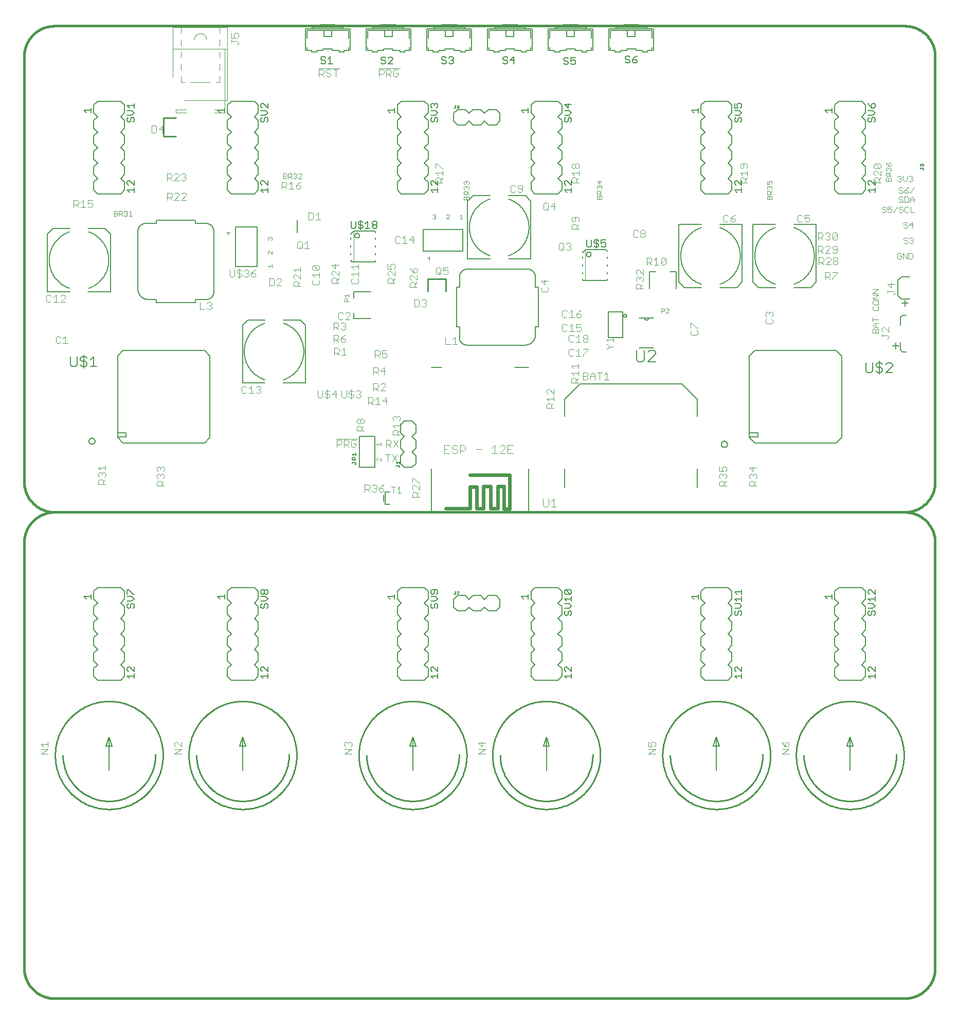
<source format=gto>
G75*
%MOIN*%
%OFA0B0*%
%FSLAX25Y25*%
%IPPOS*%
%LPD*%
%AMOC8*
5,1,8,0,0,1.08239X$1,22.5*
%
%ADD10C,0.01600*%
%ADD11C,0.00400*%
%ADD12C,0.00600*%
%ADD13C,0.00300*%
%ADD14C,0.00800*%
%ADD15C,0.00500*%
%ADD16C,0.00200*%
%ADD17C,0.02400*%
%ADD18C,0.01000*%
%ADD19C,0.00394*%
D10*
X0001800Y0021485D02*
X0001800Y0297076D01*
X0001806Y0297552D01*
X0001823Y0298027D01*
X0001852Y0298502D01*
X0001892Y0298976D01*
X0001944Y0299449D01*
X0002007Y0299920D01*
X0002081Y0300390D01*
X0002167Y0300858D01*
X0002264Y0301324D01*
X0002372Y0301787D01*
X0002491Y0302247D01*
X0002622Y0302705D01*
X0002763Y0303159D01*
X0002916Y0303610D01*
X0003079Y0304056D01*
X0003253Y0304499D01*
X0003438Y0304937D01*
X0003633Y0305371D01*
X0003839Y0305800D01*
X0004055Y0306224D01*
X0004281Y0306643D01*
X0004517Y0307056D01*
X0004763Y0307463D01*
X0005019Y0307864D01*
X0005285Y0308258D01*
X0005560Y0308647D01*
X0005844Y0309028D01*
X0006137Y0309402D01*
X0006439Y0309770D01*
X0006751Y0310130D01*
X0007070Y0310482D01*
X0007398Y0310826D01*
X0007735Y0311163D01*
X0008079Y0311491D01*
X0008431Y0311810D01*
X0008791Y0312122D01*
X0009159Y0312424D01*
X0009533Y0312717D01*
X0009914Y0313001D01*
X0010303Y0313276D01*
X0010697Y0313542D01*
X0011098Y0313798D01*
X0011505Y0314044D01*
X0011918Y0314280D01*
X0012337Y0314506D01*
X0012761Y0314722D01*
X0013190Y0314928D01*
X0013624Y0315123D01*
X0014062Y0315308D01*
X0014505Y0315482D01*
X0014951Y0315645D01*
X0015402Y0315798D01*
X0015856Y0315939D01*
X0016314Y0316070D01*
X0016774Y0316189D01*
X0017237Y0316297D01*
X0017703Y0316394D01*
X0018171Y0316480D01*
X0018641Y0316554D01*
X0019112Y0316617D01*
X0019585Y0316669D01*
X0020059Y0316709D01*
X0020534Y0316738D01*
X0021009Y0316755D01*
X0021485Y0316761D01*
X0572666Y0316761D01*
X0573142Y0316755D01*
X0573617Y0316738D01*
X0574092Y0316709D01*
X0574566Y0316669D01*
X0575039Y0316617D01*
X0575510Y0316554D01*
X0575980Y0316480D01*
X0576448Y0316394D01*
X0576914Y0316297D01*
X0577377Y0316189D01*
X0577837Y0316070D01*
X0578295Y0315939D01*
X0578749Y0315798D01*
X0579200Y0315645D01*
X0579646Y0315482D01*
X0580089Y0315308D01*
X0580527Y0315123D01*
X0580961Y0314928D01*
X0581390Y0314722D01*
X0581814Y0314506D01*
X0582233Y0314280D01*
X0582646Y0314044D01*
X0583053Y0313798D01*
X0583454Y0313542D01*
X0583848Y0313276D01*
X0584237Y0313001D01*
X0584618Y0312717D01*
X0584992Y0312424D01*
X0585360Y0312122D01*
X0585720Y0311810D01*
X0586072Y0311491D01*
X0586416Y0311163D01*
X0586753Y0310826D01*
X0587081Y0310482D01*
X0587400Y0310130D01*
X0587712Y0309770D01*
X0588014Y0309402D01*
X0588307Y0309028D01*
X0588591Y0308647D01*
X0588866Y0308258D01*
X0589132Y0307864D01*
X0589388Y0307463D01*
X0589634Y0307056D01*
X0589870Y0306643D01*
X0590096Y0306224D01*
X0590312Y0305800D01*
X0590518Y0305371D01*
X0590713Y0304937D01*
X0590898Y0304499D01*
X0591072Y0304056D01*
X0591235Y0303610D01*
X0591388Y0303159D01*
X0591529Y0302705D01*
X0591660Y0302247D01*
X0591779Y0301787D01*
X0591887Y0301324D01*
X0591984Y0300858D01*
X0592070Y0300390D01*
X0592144Y0299920D01*
X0592207Y0299449D01*
X0592259Y0298976D01*
X0592299Y0298502D01*
X0592328Y0298027D01*
X0592345Y0297552D01*
X0592351Y0297076D01*
X0592351Y0021485D01*
X0592345Y0021009D01*
X0592328Y0020534D01*
X0592299Y0020059D01*
X0592259Y0019585D01*
X0592207Y0019112D01*
X0592144Y0018641D01*
X0592070Y0018171D01*
X0591984Y0017703D01*
X0591887Y0017237D01*
X0591779Y0016774D01*
X0591660Y0016314D01*
X0591529Y0015856D01*
X0591388Y0015402D01*
X0591235Y0014951D01*
X0591072Y0014505D01*
X0590898Y0014062D01*
X0590713Y0013624D01*
X0590518Y0013190D01*
X0590312Y0012761D01*
X0590096Y0012337D01*
X0589870Y0011918D01*
X0589634Y0011505D01*
X0589388Y0011098D01*
X0589132Y0010697D01*
X0588866Y0010303D01*
X0588591Y0009914D01*
X0588307Y0009533D01*
X0588014Y0009159D01*
X0587712Y0008791D01*
X0587400Y0008431D01*
X0587081Y0008079D01*
X0586753Y0007735D01*
X0586416Y0007398D01*
X0586072Y0007070D01*
X0585720Y0006751D01*
X0585360Y0006439D01*
X0584992Y0006137D01*
X0584618Y0005844D01*
X0584237Y0005560D01*
X0583848Y0005285D01*
X0583454Y0005019D01*
X0583053Y0004763D01*
X0582646Y0004517D01*
X0582233Y0004281D01*
X0581814Y0004055D01*
X0581390Y0003839D01*
X0580961Y0003633D01*
X0580527Y0003438D01*
X0580089Y0003253D01*
X0579646Y0003079D01*
X0579200Y0002916D01*
X0578749Y0002763D01*
X0578295Y0002622D01*
X0577837Y0002491D01*
X0577377Y0002372D01*
X0576914Y0002264D01*
X0576448Y0002167D01*
X0575980Y0002081D01*
X0575510Y0002007D01*
X0575039Y0001944D01*
X0574566Y0001892D01*
X0574092Y0001852D01*
X0573617Y0001823D01*
X0573142Y0001806D01*
X0572666Y0001800D01*
X0021485Y0001800D01*
X0021009Y0001806D01*
X0020534Y0001823D01*
X0020059Y0001852D01*
X0019585Y0001892D01*
X0019112Y0001944D01*
X0018641Y0002007D01*
X0018171Y0002081D01*
X0017703Y0002167D01*
X0017237Y0002264D01*
X0016774Y0002372D01*
X0016314Y0002491D01*
X0015856Y0002622D01*
X0015402Y0002763D01*
X0014951Y0002916D01*
X0014505Y0003079D01*
X0014062Y0003253D01*
X0013624Y0003438D01*
X0013190Y0003633D01*
X0012761Y0003839D01*
X0012337Y0004055D01*
X0011918Y0004281D01*
X0011505Y0004517D01*
X0011098Y0004763D01*
X0010697Y0005019D01*
X0010303Y0005285D01*
X0009914Y0005560D01*
X0009533Y0005844D01*
X0009159Y0006137D01*
X0008791Y0006439D01*
X0008431Y0006751D01*
X0008079Y0007070D01*
X0007735Y0007398D01*
X0007398Y0007735D01*
X0007070Y0008079D01*
X0006751Y0008431D01*
X0006439Y0008791D01*
X0006137Y0009159D01*
X0005844Y0009533D01*
X0005560Y0009914D01*
X0005285Y0010303D01*
X0005019Y0010697D01*
X0004763Y0011098D01*
X0004517Y0011505D01*
X0004281Y0011918D01*
X0004055Y0012337D01*
X0003839Y0012761D01*
X0003633Y0013190D01*
X0003438Y0013624D01*
X0003253Y0014062D01*
X0003079Y0014505D01*
X0002916Y0014951D01*
X0002763Y0015402D01*
X0002622Y0015856D01*
X0002491Y0016314D01*
X0002372Y0016774D01*
X0002264Y0017237D01*
X0002167Y0017703D01*
X0002081Y0018171D01*
X0002007Y0018641D01*
X0001944Y0019112D01*
X0001892Y0019585D01*
X0001852Y0020059D01*
X0001823Y0020534D01*
X0001806Y0021009D01*
X0001800Y0021485D01*
X0001800Y0336446D02*
X0001800Y0612036D01*
X0001806Y0612512D01*
X0001823Y0612987D01*
X0001852Y0613462D01*
X0001892Y0613936D01*
X0001944Y0614409D01*
X0002007Y0614880D01*
X0002081Y0615350D01*
X0002167Y0615818D01*
X0002264Y0616284D01*
X0002372Y0616747D01*
X0002491Y0617207D01*
X0002622Y0617665D01*
X0002763Y0618119D01*
X0002916Y0618570D01*
X0003079Y0619016D01*
X0003253Y0619459D01*
X0003438Y0619897D01*
X0003633Y0620331D01*
X0003839Y0620760D01*
X0004055Y0621184D01*
X0004281Y0621603D01*
X0004517Y0622016D01*
X0004763Y0622423D01*
X0005019Y0622824D01*
X0005285Y0623218D01*
X0005560Y0623607D01*
X0005844Y0623988D01*
X0006137Y0624362D01*
X0006439Y0624730D01*
X0006751Y0625090D01*
X0007070Y0625442D01*
X0007398Y0625786D01*
X0007735Y0626123D01*
X0008079Y0626451D01*
X0008431Y0626770D01*
X0008791Y0627082D01*
X0009159Y0627384D01*
X0009533Y0627677D01*
X0009914Y0627961D01*
X0010303Y0628236D01*
X0010697Y0628502D01*
X0011098Y0628758D01*
X0011505Y0629004D01*
X0011918Y0629240D01*
X0012337Y0629466D01*
X0012761Y0629682D01*
X0013190Y0629888D01*
X0013624Y0630083D01*
X0014062Y0630268D01*
X0014505Y0630442D01*
X0014951Y0630605D01*
X0015402Y0630758D01*
X0015856Y0630899D01*
X0016314Y0631030D01*
X0016774Y0631149D01*
X0017237Y0631257D01*
X0017703Y0631354D01*
X0018171Y0631440D01*
X0018641Y0631514D01*
X0019112Y0631577D01*
X0019585Y0631629D01*
X0020059Y0631669D01*
X0020534Y0631698D01*
X0021009Y0631715D01*
X0021485Y0631721D01*
X0572666Y0631721D01*
X0573142Y0631715D01*
X0573617Y0631698D01*
X0574092Y0631669D01*
X0574566Y0631629D01*
X0575039Y0631577D01*
X0575510Y0631514D01*
X0575980Y0631440D01*
X0576448Y0631354D01*
X0576914Y0631257D01*
X0577377Y0631149D01*
X0577837Y0631030D01*
X0578295Y0630899D01*
X0578749Y0630758D01*
X0579200Y0630605D01*
X0579646Y0630442D01*
X0580089Y0630268D01*
X0580527Y0630083D01*
X0580961Y0629888D01*
X0581390Y0629682D01*
X0581814Y0629466D01*
X0582233Y0629240D01*
X0582646Y0629004D01*
X0583053Y0628758D01*
X0583454Y0628502D01*
X0583848Y0628236D01*
X0584237Y0627961D01*
X0584618Y0627677D01*
X0584992Y0627384D01*
X0585360Y0627082D01*
X0585720Y0626770D01*
X0586072Y0626451D01*
X0586416Y0626123D01*
X0586753Y0625786D01*
X0587081Y0625442D01*
X0587400Y0625090D01*
X0587712Y0624730D01*
X0588014Y0624362D01*
X0588307Y0623988D01*
X0588591Y0623607D01*
X0588866Y0623218D01*
X0589132Y0622824D01*
X0589388Y0622423D01*
X0589634Y0622016D01*
X0589870Y0621603D01*
X0590096Y0621184D01*
X0590312Y0620760D01*
X0590518Y0620331D01*
X0590713Y0619897D01*
X0590898Y0619459D01*
X0591072Y0619016D01*
X0591235Y0618570D01*
X0591388Y0618119D01*
X0591529Y0617665D01*
X0591660Y0617207D01*
X0591779Y0616747D01*
X0591887Y0616284D01*
X0591984Y0615818D01*
X0592070Y0615350D01*
X0592144Y0614880D01*
X0592207Y0614409D01*
X0592259Y0613936D01*
X0592299Y0613462D01*
X0592328Y0612987D01*
X0592345Y0612512D01*
X0592351Y0612036D01*
X0592351Y0336446D01*
X0592345Y0335970D01*
X0592328Y0335495D01*
X0592299Y0335020D01*
X0592259Y0334546D01*
X0592207Y0334073D01*
X0592144Y0333602D01*
X0592070Y0333132D01*
X0591984Y0332664D01*
X0591887Y0332198D01*
X0591779Y0331735D01*
X0591660Y0331275D01*
X0591529Y0330817D01*
X0591388Y0330363D01*
X0591235Y0329912D01*
X0591072Y0329466D01*
X0590898Y0329023D01*
X0590713Y0328585D01*
X0590518Y0328151D01*
X0590312Y0327722D01*
X0590096Y0327298D01*
X0589870Y0326879D01*
X0589634Y0326466D01*
X0589388Y0326059D01*
X0589132Y0325658D01*
X0588866Y0325264D01*
X0588591Y0324875D01*
X0588307Y0324494D01*
X0588014Y0324120D01*
X0587712Y0323752D01*
X0587400Y0323392D01*
X0587081Y0323040D01*
X0586753Y0322696D01*
X0586416Y0322359D01*
X0586072Y0322031D01*
X0585720Y0321712D01*
X0585360Y0321400D01*
X0584992Y0321098D01*
X0584618Y0320805D01*
X0584237Y0320521D01*
X0583848Y0320246D01*
X0583454Y0319980D01*
X0583053Y0319724D01*
X0582646Y0319478D01*
X0582233Y0319242D01*
X0581814Y0319016D01*
X0581390Y0318800D01*
X0580961Y0318594D01*
X0580527Y0318399D01*
X0580089Y0318214D01*
X0579646Y0318040D01*
X0579200Y0317877D01*
X0578749Y0317724D01*
X0578295Y0317583D01*
X0577837Y0317452D01*
X0577377Y0317333D01*
X0576914Y0317225D01*
X0576448Y0317128D01*
X0575980Y0317042D01*
X0575510Y0316968D01*
X0575039Y0316905D01*
X0574566Y0316853D01*
X0574092Y0316813D01*
X0573617Y0316784D01*
X0573142Y0316767D01*
X0572666Y0316761D01*
X0021485Y0316761D02*
X0021009Y0316767D01*
X0020534Y0316784D01*
X0020059Y0316813D01*
X0019585Y0316853D01*
X0019112Y0316905D01*
X0018641Y0316968D01*
X0018171Y0317042D01*
X0017703Y0317128D01*
X0017237Y0317225D01*
X0016774Y0317333D01*
X0016314Y0317452D01*
X0015856Y0317583D01*
X0015402Y0317724D01*
X0014951Y0317877D01*
X0014505Y0318040D01*
X0014062Y0318214D01*
X0013624Y0318399D01*
X0013190Y0318594D01*
X0012761Y0318800D01*
X0012337Y0319016D01*
X0011918Y0319242D01*
X0011505Y0319478D01*
X0011098Y0319724D01*
X0010697Y0319980D01*
X0010303Y0320246D01*
X0009914Y0320521D01*
X0009533Y0320805D01*
X0009159Y0321098D01*
X0008791Y0321400D01*
X0008431Y0321712D01*
X0008079Y0322031D01*
X0007735Y0322359D01*
X0007398Y0322696D01*
X0007070Y0323040D01*
X0006751Y0323392D01*
X0006439Y0323752D01*
X0006137Y0324120D01*
X0005844Y0324494D01*
X0005560Y0324875D01*
X0005285Y0325264D01*
X0005019Y0325658D01*
X0004763Y0326059D01*
X0004517Y0326466D01*
X0004281Y0326879D01*
X0004055Y0327298D01*
X0003839Y0327722D01*
X0003633Y0328151D01*
X0003438Y0328585D01*
X0003253Y0329023D01*
X0003079Y0329466D01*
X0002916Y0329912D01*
X0002763Y0330363D01*
X0002622Y0330817D01*
X0002491Y0331275D01*
X0002372Y0331735D01*
X0002264Y0332198D01*
X0002167Y0332664D01*
X0002081Y0333132D01*
X0002007Y0333602D01*
X0001944Y0334073D01*
X0001892Y0334546D01*
X0001852Y0335020D01*
X0001823Y0335495D01*
X0001806Y0335970D01*
X0001800Y0336446D01*
D11*
X0049996Y0337263D02*
X0049996Y0334961D01*
X0054600Y0334961D01*
X0053065Y0334961D02*
X0053065Y0337263D01*
X0052298Y0338030D01*
X0050763Y0338030D01*
X0049996Y0337263D01*
X0050763Y0339565D02*
X0049996Y0340332D01*
X0049996Y0341867D01*
X0050763Y0342634D01*
X0051531Y0342634D01*
X0052298Y0341867D01*
X0053065Y0342634D01*
X0053833Y0342634D01*
X0054600Y0341867D01*
X0054600Y0340332D01*
X0053833Y0339565D01*
X0054600Y0338030D02*
X0053065Y0336495D01*
X0052298Y0341099D02*
X0052298Y0341867D01*
X0051531Y0344168D02*
X0049996Y0345703D01*
X0054600Y0345703D01*
X0054600Y0344168D02*
X0054600Y0347238D01*
X0087996Y0345470D02*
X0088763Y0346238D01*
X0089531Y0346238D01*
X0090298Y0345470D01*
X0091065Y0346238D01*
X0091833Y0346238D01*
X0092600Y0345470D01*
X0092600Y0343936D01*
X0091833Y0343168D01*
X0091833Y0341634D02*
X0092600Y0340867D01*
X0092600Y0339332D01*
X0091833Y0338565D01*
X0092600Y0337030D02*
X0091065Y0335495D01*
X0091065Y0336263D02*
X0091065Y0333961D01*
X0092600Y0333961D02*
X0087996Y0333961D01*
X0087996Y0336263D01*
X0088763Y0337030D01*
X0090298Y0337030D01*
X0091065Y0336263D01*
X0088763Y0338565D02*
X0087996Y0339332D01*
X0087996Y0340867D01*
X0088763Y0341634D01*
X0089531Y0341634D01*
X0090298Y0340867D01*
X0091065Y0341634D01*
X0091833Y0341634D01*
X0090298Y0340867D02*
X0090298Y0340099D01*
X0088763Y0343168D02*
X0087996Y0343936D01*
X0087996Y0345470D01*
X0090298Y0345470D02*
X0090298Y0344703D01*
X0142920Y0394504D02*
X0143688Y0393736D01*
X0145222Y0393736D01*
X0145990Y0394504D01*
X0147524Y0393736D02*
X0150594Y0393736D01*
X0149059Y0393736D02*
X0149059Y0398340D01*
X0147524Y0396805D01*
X0145990Y0397573D02*
X0145222Y0398340D01*
X0143688Y0398340D01*
X0142920Y0397573D01*
X0142920Y0394504D01*
X0152128Y0394504D02*
X0152896Y0393736D01*
X0154430Y0393736D01*
X0155198Y0394504D01*
X0155198Y0395271D01*
X0154430Y0396038D01*
X0153663Y0396038D01*
X0154430Y0396038D02*
X0155198Y0396805D01*
X0155198Y0397573D01*
X0154430Y0398340D01*
X0152896Y0398340D01*
X0152128Y0397573D01*
X0192188Y0395565D02*
X0192188Y0391728D01*
X0192956Y0390961D01*
X0194490Y0390961D01*
X0195257Y0391728D01*
X0195257Y0395565D01*
X0196792Y0394797D02*
X0197559Y0395565D01*
X0199094Y0395565D01*
X0199861Y0394797D01*
X0199094Y0393263D02*
X0199861Y0392495D01*
X0199861Y0391728D01*
X0199094Y0390961D01*
X0197559Y0390961D01*
X0196792Y0391728D01*
X0197559Y0393263D02*
X0196792Y0394030D01*
X0196792Y0394797D01*
X0197559Y0393263D02*
X0199094Y0393263D01*
X0201396Y0393263D02*
X0204465Y0393263D01*
X0203698Y0395565D02*
X0201396Y0393263D01*
X0203698Y0390961D02*
X0203698Y0395565D01*
X0207688Y0395565D02*
X0207688Y0391728D01*
X0208456Y0390961D01*
X0209990Y0390961D01*
X0210757Y0391728D01*
X0210757Y0395565D01*
X0212292Y0394797D02*
X0213059Y0395565D01*
X0214594Y0395565D01*
X0215361Y0394797D01*
X0216896Y0394797D02*
X0217663Y0395565D01*
X0219198Y0395565D01*
X0219965Y0394797D01*
X0219965Y0394030D01*
X0219198Y0393263D01*
X0219965Y0392495D01*
X0219965Y0391728D01*
X0219198Y0390961D01*
X0217663Y0390961D01*
X0216896Y0391728D01*
X0215361Y0391728D02*
X0215361Y0392495D01*
X0214594Y0393263D01*
X0213059Y0393263D01*
X0212292Y0394030D01*
X0212292Y0394797D01*
X0213827Y0396332D02*
X0213827Y0390193D01*
X0214594Y0390961D02*
X0215361Y0391728D01*
X0214594Y0390961D02*
X0213059Y0390961D01*
X0212292Y0391728D01*
X0218431Y0393263D02*
X0219198Y0393263D01*
X0225000Y0391065D02*
X0227302Y0391065D01*
X0228069Y0390297D01*
X0228069Y0388763D01*
X0227302Y0387995D01*
X0225000Y0387995D01*
X0225000Y0386461D02*
X0225000Y0391065D01*
X0226535Y0387995D02*
X0228069Y0386461D01*
X0229604Y0386461D02*
X0232673Y0386461D01*
X0231139Y0386461D02*
X0231139Y0391065D01*
X0229604Y0389530D01*
X0234208Y0388763D02*
X0237277Y0388763D01*
X0236510Y0391065D02*
X0234208Y0388763D01*
X0236510Y0386461D02*
X0236510Y0391065D01*
X0235965Y0395461D02*
X0232896Y0395461D01*
X0235965Y0398530D01*
X0235965Y0399297D01*
X0235198Y0400065D01*
X0233663Y0400065D01*
X0232896Y0399297D01*
X0231361Y0399297D02*
X0231361Y0397763D01*
X0230594Y0396995D01*
X0228292Y0396995D01*
X0228292Y0395461D02*
X0228292Y0400065D01*
X0230594Y0400065D01*
X0231361Y0399297D01*
X0229827Y0396995D02*
X0231361Y0395461D01*
X0231361Y0405961D02*
X0229827Y0407495D01*
X0230594Y0407495D02*
X0228292Y0407495D01*
X0228292Y0405961D02*
X0228292Y0410565D01*
X0230594Y0410565D01*
X0231361Y0409797D01*
X0231361Y0408263D01*
X0230594Y0407495D01*
X0232896Y0408263D02*
X0235965Y0408263D01*
X0235198Y0410565D02*
X0232896Y0408263D01*
X0235198Y0405961D02*
X0235198Y0410565D01*
X0234663Y0416961D02*
X0233896Y0417728D01*
X0234663Y0416961D02*
X0236198Y0416961D01*
X0236965Y0417728D01*
X0236965Y0419263D01*
X0236198Y0420030D01*
X0235431Y0420030D01*
X0233896Y0419263D01*
X0233896Y0421565D01*
X0236965Y0421565D01*
X0232361Y0420797D02*
X0232361Y0419263D01*
X0231594Y0418495D01*
X0229292Y0418495D01*
X0229292Y0416961D02*
X0229292Y0421565D01*
X0231594Y0421565D01*
X0232361Y0420797D01*
X0230827Y0418495D02*
X0232361Y0416961D01*
X0210673Y0418461D02*
X0207604Y0418461D01*
X0209139Y0418461D02*
X0209139Y0423065D01*
X0207604Y0421530D01*
X0206069Y0422297D02*
X0206069Y0420763D01*
X0205302Y0419995D01*
X0203000Y0419995D01*
X0203000Y0418461D02*
X0203000Y0423065D01*
X0205302Y0423065D01*
X0206069Y0422297D01*
X0204535Y0419995D02*
X0206069Y0418461D01*
X0205569Y0426961D02*
X0204035Y0428495D01*
X0204802Y0428495D02*
X0202500Y0428495D01*
X0202500Y0426961D02*
X0202500Y0431565D01*
X0204802Y0431565D01*
X0205569Y0430797D01*
X0205569Y0429263D01*
X0204802Y0428495D01*
X0207104Y0427728D02*
X0207871Y0426961D01*
X0209406Y0426961D01*
X0210173Y0427728D01*
X0210173Y0428495D01*
X0209406Y0429263D01*
X0207104Y0429263D01*
X0207104Y0427728D01*
X0207104Y0429263D02*
X0208639Y0430797D01*
X0210173Y0431565D01*
X0209406Y0434961D02*
X0207871Y0434961D01*
X0207104Y0435728D01*
X0205569Y0434961D02*
X0204035Y0436495D01*
X0204802Y0436495D02*
X0202500Y0436495D01*
X0202500Y0434961D02*
X0202500Y0439565D01*
X0204802Y0439565D01*
X0205569Y0438797D01*
X0205569Y0437263D01*
X0204802Y0436495D01*
X0207104Y0438797D02*
X0207871Y0439565D01*
X0209406Y0439565D01*
X0210173Y0438797D01*
X0210173Y0438030D01*
X0209406Y0437263D01*
X0210173Y0436495D01*
X0210173Y0435728D01*
X0209406Y0434961D01*
X0209406Y0437263D02*
X0208639Y0437263D01*
X0207802Y0441461D02*
X0208569Y0442228D01*
X0207802Y0441461D02*
X0206267Y0441461D01*
X0205500Y0442228D01*
X0205500Y0445297D01*
X0206267Y0446065D01*
X0207802Y0446065D01*
X0208569Y0445297D01*
X0210104Y0445297D02*
X0210871Y0446065D01*
X0212406Y0446065D01*
X0213173Y0445297D01*
X0213173Y0444530D01*
X0210104Y0441461D01*
X0213173Y0441461D01*
X0214641Y0464983D02*
X0217711Y0464983D01*
X0218478Y0465751D01*
X0218478Y0467285D01*
X0217711Y0468053D01*
X0218478Y0469587D02*
X0218478Y0472657D01*
X0218478Y0474191D02*
X0218478Y0477261D01*
X0218478Y0475726D02*
X0213874Y0475726D01*
X0215409Y0474191D01*
X0213874Y0471122D02*
X0218478Y0471122D01*
X0215409Y0469587D02*
X0213874Y0471122D01*
X0214641Y0468053D02*
X0213874Y0467285D01*
X0213874Y0465751D01*
X0214641Y0464983D01*
X0205943Y0465358D02*
X0201339Y0465358D01*
X0201339Y0467660D01*
X0202106Y0468428D01*
X0203641Y0468428D01*
X0204408Y0467660D01*
X0204408Y0465358D01*
X0204408Y0466893D02*
X0205943Y0468428D01*
X0205943Y0469962D02*
X0202873Y0473031D01*
X0202106Y0473031D01*
X0201339Y0472264D01*
X0201339Y0470730D01*
X0202106Y0469962D01*
X0205943Y0469962D02*
X0205943Y0473031D01*
X0203641Y0474566D02*
X0203641Y0477635D01*
X0205943Y0476868D02*
X0201339Y0476868D01*
X0203641Y0474566D01*
X0193131Y0474246D02*
X0193131Y0475781D01*
X0192364Y0476548D01*
X0189295Y0476548D01*
X0192364Y0473479D01*
X0193131Y0474246D01*
X0192364Y0473479D02*
X0189295Y0473479D01*
X0188528Y0474246D01*
X0188528Y0475781D01*
X0189295Y0476548D01*
X0193131Y0471944D02*
X0193131Y0468875D01*
X0193131Y0470409D02*
X0188528Y0470409D01*
X0190062Y0468875D01*
X0189295Y0467340D02*
X0188528Y0466573D01*
X0188528Y0465038D01*
X0189295Y0464271D01*
X0192364Y0464271D01*
X0193131Y0465038D01*
X0193131Y0466573D01*
X0192364Y0467340D01*
X0180998Y0467820D02*
X0177928Y0470889D01*
X0177161Y0470889D01*
X0176394Y0470122D01*
X0176394Y0468587D01*
X0177161Y0467820D01*
X0177161Y0466285D02*
X0178696Y0466285D01*
X0179463Y0465518D01*
X0179463Y0463216D01*
X0179463Y0464750D02*
X0180998Y0466285D01*
X0180998Y0467820D02*
X0180998Y0470889D01*
X0180998Y0472424D02*
X0180998Y0475493D01*
X0180998Y0473958D02*
X0176394Y0473958D01*
X0177928Y0472424D01*
X0177161Y0466285D02*
X0176394Y0465518D01*
X0176394Y0463216D01*
X0180998Y0463216D01*
X0168630Y0463524D02*
X0165561Y0463524D01*
X0168630Y0466593D01*
X0168630Y0467360D01*
X0167863Y0468128D01*
X0166328Y0468128D01*
X0165561Y0467360D01*
X0164026Y0467360D02*
X0163259Y0468128D01*
X0160957Y0468128D01*
X0160957Y0463524D01*
X0163259Y0463524D01*
X0164026Y0464291D01*
X0164026Y0467360D01*
X0162600Y0475368D02*
X0162600Y0477236D01*
X0162600Y0476302D02*
X0159798Y0476302D01*
X0160732Y0475368D01*
X0160302Y0483880D02*
X0159835Y0484347D01*
X0159835Y0485281D01*
X0160302Y0485748D01*
X0160769Y0485748D01*
X0162637Y0483880D01*
X0162637Y0485748D01*
X0162133Y0492980D02*
X0162600Y0493447D01*
X0162600Y0494381D01*
X0162133Y0494848D01*
X0161666Y0494848D01*
X0161199Y0494381D01*
X0161199Y0493914D01*
X0161199Y0494381D02*
X0160732Y0494848D01*
X0160265Y0494848D01*
X0159798Y0494381D01*
X0159798Y0493447D01*
X0160265Y0492980D01*
X0178985Y0491356D02*
X0179752Y0492124D01*
X0181287Y0492124D01*
X0182054Y0491356D01*
X0182054Y0488287D01*
X0181287Y0487520D01*
X0179752Y0487520D01*
X0178985Y0488287D01*
X0178985Y0491356D01*
X0180520Y0489054D02*
X0182054Y0487520D01*
X0183589Y0487520D02*
X0186658Y0487520D01*
X0185124Y0487520D02*
X0185124Y0492124D01*
X0183589Y0490589D01*
X0186252Y0506291D02*
X0188554Y0506291D01*
X0189321Y0507059D01*
X0189321Y0510128D01*
X0188554Y0510895D01*
X0186252Y0510895D01*
X0186252Y0506291D01*
X0190856Y0506291D02*
X0193925Y0506291D01*
X0192391Y0506291D02*
X0192391Y0510895D01*
X0190856Y0509361D01*
X0180459Y0526091D02*
X0181226Y0526858D01*
X0181226Y0527625D01*
X0180459Y0528393D01*
X0178157Y0528393D01*
X0178157Y0526858D01*
X0178924Y0526091D01*
X0180459Y0526091D01*
X0178157Y0528393D02*
X0179691Y0529927D01*
X0181226Y0530694D01*
X0175087Y0530694D02*
X0175087Y0526091D01*
X0173553Y0526091D02*
X0176622Y0526091D01*
X0173553Y0529160D02*
X0175087Y0530694D01*
X0172018Y0529927D02*
X0172018Y0528393D01*
X0171251Y0527625D01*
X0168949Y0527625D01*
X0168949Y0526091D02*
X0168949Y0530694D01*
X0171251Y0530694D01*
X0172018Y0529927D01*
X0170483Y0527625D02*
X0172018Y0526091D01*
X0135600Y0497862D02*
X0132798Y0497862D01*
X0134199Y0496461D01*
X0134199Y0498329D01*
X0135108Y0473739D02*
X0135108Y0469902D01*
X0135875Y0469135D01*
X0137410Y0469135D01*
X0138177Y0469902D01*
X0138177Y0473739D01*
X0139712Y0472971D02*
X0140479Y0473739D01*
X0142014Y0473739D01*
X0142781Y0472971D01*
X0144316Y0472971D02*
X0145083Y0473739D01*
X0146618Y0473739D01*
X0147385Y0472971D01*
X0147385Y0472204D01*
X0146618Y0471437D01*
X0147385Y0470669D01*
X0147385Y0469902D01*
X0146618Y0469135D01*
X0145083Y0469135D01*
X0144316Y0469902D01*
X0142781Y0469902D02*
X0142781Y0470669D01*
X0142014Y0471437D01*
X0140479Y0471437D01*
X0139712Y0472204D01*
X0139712Y0472971D01*
X0141246Y0474506D02*
X0141246Y0468367D01*
X0140479Y0469135D02*
X0142014Y0469135D01*
X0142781Y0469902D01*
X0140479Y0469135D02*
X0139712Y0469902D01*
X0145850Y0471437D02*
X0146618Y0471437D01*
X0148920Y0471437D02*
X0151222Y0471437D01*
X0151989Y0470669D01*
X0151989Y0469902D01*
X0151222Y0469135D01*
X0149687Y0469135D01*
X0148920Y0469902D01*
X0148920Y0471437D01*
X0150454Y0472971D01*
X0151989Y0473739D01*
X0123367Y0451959D02*
X0123367Y0451191D01*
X0122600Y0450424D01*
X0123367Y0449657D01*
X0123367Y0448889D01*
X0122600Y0448122D01*
X0121065Y0448122D01*
X0120298Y0448889D01*
X0118763Y0448122D02*
X0115694Y0448122D01*
X0115694Y0452726D01*
X0120298Y0451959D02*
X0121065Y0452726D01*
X0122600Y0452726D01*
X0123367Y0451959D01*
X0122600Y0450424D02*
X0121832Y0450424D01*
X0106922Y0519028D02*
X0103853Y0519028D01*
X0106922Y0522097D01*
X0106922Y0522864D01*
X0106155Y0523631D01*
X0104620Y0523631D01*
X0103853Y0522864D01*
X0102318Y0522864D02*
X0101551Y0523631D01*
X0100016Y0523631D01*
X0099249Y0522864D01*
X0097714Y0522864D02*
X0097714Y0521330D01*
X0096947Y0520562D01*
X0094645Y0520562D01*
X0094645Y0519028D02*
X0094645Y0523631D01*
X0096947Y0523631D01*
X0097714Y0522864D01*
X0096180Y0520562D02*
X0097714Y0519028D01*
X0099249Y0519028D02*
X0102318Y0522097D01*
X0102318Y0522864D01*
X0102318Y0519028D02*
X0099249Y0519028D01*
X0099005Y0531508D02*
X0102075Y0534577D01*
X0102075Y0535344D01*
X0101307Y0536112D01*
X0099773Y0536112D01*
X0099005Y0535344D01*
X0097471Y0535344D02*
X0097471Y0533810D01*
X0096704Y0533043D01*
X0094402Y0533043D01*
X0095936Y0533043D02*
X0097471Y0531508D01*
X0099005Y0531508D02*
X0102075Y0531508D01*
X0103609Y0532275D02*
X0104377Y0531508D01*
X0105911Y0531508D01*
X0106679Y0532275D01*
X0106679Y0533043D01*
X0105911Y0533810D01*
X0105144Y0533810D01*
X0105911Y0533810D02*
X0106679Y0534577D01*
X0106679Y0535344D01*
X0105911Y0536112D01*
X0104377Y0536112D01*
X0103609Y0535344D01*
X0097471Y0535344D02*
X0096704Y0536112D01*
X0094402Y0536112D01*
X0094402Y0531508D01*
X0091386Y0562441D02*
X0091386Y0567045D01*
X0089084Y0564743D01*
X0092154Y0564743D01*
X0087550Y0563208D02*
X0087550Y0566278D01*
X0086782Y0567045D01*
X0084480Y0567045D01*
X0084480Y0562441D01*
X0086782Y0562441D01*
X0087550Y0563208D01*
X0046272Y0518789D02*
X0043203Y0518789D01*
X0043203Y0516487D01*
X0044738Y0517254D01*
X0045505Y0517254D01*
X0046272Y0516487D01*
X0046272Y0514952D01*
X0045505Y0514185D01*
X0043970Y0514185D01*
X0043203Y0514952D01*
X0041668Y0514185D02*
X0038599Y0514185D01*
X0037065Y0514185D02*
X0035530Y0515720D01*
X0036297Y0515720D02*
X0033995Y0515720D01*
X0033995Y0514185D02*
X0033995Y0518789D01*
X0036297Y0518789D01*
X0037065Y0518022D01*
X0037065Y0516487D01*
X0036297Y0515720D01*
X0038599Y0517254D02*
X0040134Y0518789D01*
X0040134Y0514185D01*
X0027733Y0457383D02*
X0026199Y0457383D01*
X0025431Y0456616D01*
X0027733Y0457383D02*
X0028501Y0456616D01*
X0028501Y0455849D01*
X0025431Y0452780D01*
X0028501Y0452780D01*
X0023897Y0452780D02*
X0020828Y0452780D01*
X0022362Y0452780D02*
X0022362Y0457383D01*
X0020828Y0455849D01*
X0019293Y0456616D02*
X0018526Y0457383D01*
X0016991Y0457383D01*
X0016224Y0456616D01*
X0016224Y0453547D01*
X0016991Y0452780D01*
X0018526Y0452780D01*
X0019293Y0453547D01*
X0023134Y0430667D02*
X0022367Y0429900D01*
X0022367Y0426830D01*
X0023134Y0426063D01*
X0024669Y0426063D01*
X0025436Y0426830D01*
X0026971Y0426063D02*
X0030040Y0426063D01*
X0028505Y0426063D02*
X0028505Y0430667D01*
X0026971Y0429132D01*
X0025436Y0429900D02*
X0024669Y0430667D01*
X0023134Y0430667D01*
X0193000Y0598961D02*
X0193000Y0603565D01*
X0195302Y0603565D01*
X0196069Y0602797D01*
X0196069Y0601263D01*
X0195302Y0600495D01*
X0193000Y0600495D01*
X0194535Y0600495D02*
X0196069Y0598961D01*
X0197604Y0599728D02*
X0198371Y0598961D01*
X0199906Y0598961D01*
X0200673Y0599728D01*
X0200673Y0600495D01*
X0199906Y0601263D01*
X0198371Y0601263D01*
X0197604Y0602030D01*
X0197604Y0602797D01*
X0198371Y0603565D01*
X0199906Y0603565D01*
X0200673Y0602797D01*
X0202208Y0603565D02*
X0205277Y0603565D01*
X0203742Y0603565D02*
X0203742Y0598961D01*
X0206612Y0604361D02*
X0192800Y0604361D01*
X0231800Y0604361D02*
X0245612Y0604361D01*
X0244277Y0602797D02*
X0243510Y0603565D01*
X0241975Y0603565D01*
X0241208Y0602797D01*
X0241208Y0599728D01*
X0241975Y0598961D01*
X0243510Y0598961D01*
X0244277Y0599728D01*
X0244277Y0601263D01*
X0242742Y0601263D01*
X0239673Y0601263D02*
X0239673Y0602797D01*
X0238906Y0603565D01*
X0236604Y0603565D01*
X0236604Y0598961D01*
X0236604Y0600495D02*
X0238906Y0600495D01*
X0239673Y0601263D01*
X0238139Y0600495D02*
X0239673Y0598961D01*
X0235069Y0601263D02*
X0235069Y0602797D01*
X0234302Y0603565D01*
X0232000Y0603565D01*
X0232000Y0598961D01*
X0232000Y0600495D02*
X0234302Y0600495D01*
X0235069Y0601263D01*
X0268681Y0542619D02*
X0269448Y0542619D01*
X0272518Y0539550D01*
X0273285Y0539550D01*
X0273285Y0538015D02*
X0273285Y0534946D01*
X0273285Y0536480D02*
X0268681Y0536480D01*
X0270216Y0534946D01*
X0270983Y0533411D02*
X0271750Y0532644D01*
X0271750Y0530342D01*
X0271750Y0531876D02*
X0273285Y0533411D01*
X0270983Y0533411D02*
X0269448Y0533411D01*
X0268681Y0532644D01*
X0268681Y0530342D01*
X0273285Y0530342D01*
X0268681Y0539550D02*
X0268681Y0542619D01*
X0267936Y0509563D02*
X0268403Y0509096D01*
X0268403Y0508629D01*
X0267936Y0508162D01*
X0268403Y0507695D01*
X0268403Y0507228D01*
X0267936Y0506761D01*
X0267002Y0506761D01*
X0266535Y0507228D01*
X0267469Y0508162D02*
X0267936Y0508162D01*
X0267936Y0509563D02*
X0267002Y0509563D01*
X0266535Y0509096D01*
X0275635Y0509133D02*
X0276102Y0509600D01*
X0277036Y0509600D01*
X0277503Y0509133D01*
X0277503Y0508666D01*
X0275635Y0506798D01*
X0277503Y0506798D01*
X0284146Y0506761D02*
X0286015Y0506761D01*
X0285081Y0506761D02*
X0285081Y0509563D01*
X0284146Y0508629D01*
X0264455Y0482563D02*
X0263053Y0481162D01*
X0264922Y0481162D01*
X0264455Y0479761D02*
X0264455Y0482563D01*
X0269559Y0475365D02*
X0271094Y0475365D01*
X0271861Y0474597D01*
X0271861Y0471528D01*
X0271094Y0470761D01*
X0269559Y0470761D01*
X0268792Y0471528D01*
X0268792Y0474597D01*
X0269559Y0475365D01*
X0270327Y0472295D02*
X0271861Y0470761D01*
X0273396Y0471528D02*
X0274163Y0470761D01*
X0275698Y0470761D01*
X0276465Y0471528D01*
X0276465Y0473063D01*
X0275698Y0473830D01*
X0274931Y0473830D01*
X0273396Y0473063D01*
X0273396Y0475365D01*
X0276465Y0475365D01*
X0256600Y0474159D02*
X0255833Y0474926D01*
X0255065Y0474926D01*
X0254298Y0474159D01*
X0254298Y0471857D01*
X0255833Y0471857D01*
X0256600Y0472624D01*
X0256600Y0474159D01*
X0254298Y0471857D02*
X0252763Y0473391D01*
X0251996Y0474926D01*
X0252763Y0470322D02*
X0251996Y0469555D01*
X0251996Y0468020D01*
X0252763Y0467253D01*
X0252763Y0465718D02*
X0254298Y0465718D01*
X0255065Y0464951D01*
X0255065Y0462649D01*
X0255065Y0464183D02*
X0256600Y0465718D01*
X0256600Y0467253D02*
X0253531Y0470322D01*
X0252763Y0470322D01*
X0256600Y0470322D02*
X0256600Y0467253D01*
X0252763Y0465718D02*
X0251996Y0464951D01*
X0251996Y0462649D01*
X0256600Y0462649D01*
X0257192Y0454498D02*
X0254890Y0454498D01*
X0254890Y0449894D01*
X0257192Y0449894D01*
X0257959Y0450661D01*
X0257959Y0453730D01*
X0257192Y0454498D01*
X0259494Y0453730D02*
X0260261Y0454498D01*
X0261796Y0454498D01*
X0262563Y0453730D01*
X0262563Y0452963D01*
X0261796Y0452196D01*
X0262563Y0451428D01*
X0262563Y0450661D01*
X0261796Y0449894D01*
X0260261Y0449894D01*
X0259494Y0450661D01*
X0261028Y0452196D02*
X0261796Y0452196D01*
X0242269Y0465118D02*
X0237665Y0465118D01*
X0237665Y0467420D01*
X0238433Y0468187D01*
X0239967Y0468187D01*
X0240735Y0467420D01*
X0240735Y0465118D01*
X0240735Y0466653D02*
X0242269Y0468187D01*
X0242269Y0469722D02*
X0239200Y0472791D01*
X0238433Y0472791D01*
X0237665Y0472024D01*
X0237665Y0470489D01*
X0238433Y0469722D01*
X0242269Y0469722D02*
X0242269Y0472791D01*
X0241502Y0474326D02*
X0242269Y0475093D01*
X0242269Y0476628D01*
X0241502Y0477395D01*
X0239967Y0477395D01*
X0239200Y0476628D01*
X0239200Y0475861D01*
X0239967Y0474326D01*
X0237665Y0474326D01*
X0237665Y0477395D01*
X0243149Y0491024D02*
X0244684Y0491024D01*
X0245451Y0491791D01*
X0246986Y0491024D02*
X0250055Y0491024D01*
X0248520Y0491024D02*
X0248520Y0495628D01*
X0246986Y0494093D01*
X0245451Y0494860D02*
X0244684Y0495628D01*
X0243149Y0495628D01*
X0242382Y0494860D01*
X0242382Y0491791D01*
X0243149Y0491024D01*
X0251590Y0493326D02*
X0254659Y0493326D01*
X0253892Y0491024D02*
X0253892Y0495628D01*
X0251590Y0493326D01*
X0275009Y0430183D02*
X0275009Y0425579D01*
X0278078Y0425579D01*
X0279613Y0425579D02*
X0282682Y0425579D01*
X0281147Y0425579D02*
X0281147Y0430183D01*
X0279613Y0428648D01*
X0244730Y0379013D02*
X0245498Y0378245D01*
X0245498Y0376711D01*
X0244730Y0375943D01*
X0245498Y0374409D02*
X0245498Y0371339D01*
X0245498Y0369805D02*
X0243963Y0368270D01*
X0243963Y0369037D02*
X0243963Y0366735D01*
X0245498Y0366735D02*
X0240894Y0366735D01*
X0240894Y0369037D01*
X0241661Y0369805D01*
X0243196Y0369805D01*
X0243963Y0369037D01*
X0242428Y0371339D02*
X0240894Y0372874D01*
X0245498Y0372874D01*
X0241661Y0375943D02*
X0240894Y0376711D01*
X0240894Y0378245D01*
X0241661Y0379013D01*
X0242428Y0379013D01*
X0243196Y0378245D01*
X0243963Y0379013D01*
X0244730Y0379013D01*
X0243196Y0378245D02*
X0243196Y0377478D01*
X0244173Y0363565D02*
X0241104Y0358961D01*
X0239569Y0358961D02*
X0238035Y0360495D01*
X0238802Y0360495D02*
X0236500Y0360495D01*
X0236500Y0358961D02*
X0236500Y0363565D01*
X0238802Y0363565D01*
X0239569Y0362797D01*
X0239569Y0361263D01*
X0238802Y0360495D01*
X0241104Y0363565D02*
X0244173Y0358961D01*
X0243673Y0354065D02*
X0240604Y0349461D01*
X0243673Y0349461D02*
X0240604Y0354065D01*
X0239069Y0354065D02*
X0236000Y0354065D01*
X0237535Y0354065D02*
X0237535Y0349461D01*
X0234965Y0334565D02*
X0233431Y0333797D01*
X0231896Y0332263D01*
X0234198Y0332263D01*
X0234965Y0331495D01*
X0234965Y0330728D01*
X0234198Y0329961D01*
X0232663Y0329961D01*
X0231896Y0330728D01*
X0231896Y0332263D01*
X0230361Y0333030D02*
X0229594Y0332263D01*
X0230361Y0331495D01*
X0230361Y0330728D01*
X0229594Y0329961D01*
X0228059Y0329961D01*
X0227292Y0330728D01*
X0225757Y0329961D02*
X0224223Y0331495D01*
X0224990Y0331495D02*
X0222688Y0331495D01*
X0222688Y0329961D02*
X0222688Y0334565D01*
X0224990Y0334565D01*
X0225757Y0333797D01*
X0225757Y0332263D01*
X0224990Y0331495D01*
X0227292Y0333797D02*
X0228059Y0334565D01*
X0229594Y0334565D01*
X0230361Y0333797D01*
X0230361Y0333030D01*
X0229594Y0332263D02*
X0228827Y0332263D01*
X0216010Y0358961D02*
X0216777Y0359728D01*
X0216777Y0361263D01*
X0215242Y0361263D01*
X0213708Y0362797D02*
X0213708Y0359728D01*
X0214475Y0358961D01*
X0216010Y0358961D01*
X0212173Y0358961D02*
X0210639Y0360495D01*
X0211406Y0360495D02*
X0209104Y0360495D01*
X0209104Y0358961D02*
X0209104Y0363565D01*
X0211406Y0363565D01*
X0212173Y0362797D01*
X0212173Y0361263D01*
X0211406Y0360495D01*
X0213708Y0362797D02*
X0214475Y0363565D01*
X0216010Y0363565D01*
X0216777Y0362797D01*
X0218112Y0364361D02*
X0204300Y0364361D01*
X0204500Y0363565D02*
X0206802Y0363565D01*
X0207569Y0362797D01*
X0207569Y0361263D01*
X0206802Y0360495D01*
X0204500Y0360495D01*
X0204500Y0358961D02*
X0204500Y0363565D01*
X0217496Y0369461D02*
X0217496Y0371763D01*
X0218263Y0372530D01*
X0219798Y0372530D01*
X0220565Y0371763D01*
X0220565Y0369461D01*
X0220565Y0370995D02*
X0222100Y0372530D01*
X0221333Y0374065D02*
X0220565Y0374065D01*
X0219798Y0374832D01*
X0219798Y0376367D01*
X0220565Y0377134D01*
X0221333Y0377134D01*
X0222100Y0376367D01*
X0222100Y0374832D01*
X0221333Y0374065D01*
X0219798Y0374832D02*
X0219031Y0374065D01*
X0218263Y0374065D01*
X0217496Y0374832D01*
X0217496Y0376367D01*
X0218263Y0377134D01*
X0219031Y0377134D01*
X0219798Y0376367D01*
X0222100Y0369461D02*
X0217496Y0369461D01*
X0198327Y0390193D02*
X0198327Y0396332D01*
X0253496Y0338926D02*
X0253496Y0335857D01*
X0254263Y0334322D02*
X0253496Y0333555D01*
X0253496Y0332020D01*
X0254263Y0331253D01*
X0254263Y0329718D02*
X0255798Y0329718D01*
X0256565Y0328951D01*
X0256565Y0326649D01*
X0256565Y0328183D02*
X0258100Y0329718D01*
X0258100Y0331253D02*
X0255031Y0334322D01*
X0254263Y0334322D01*
X0257333Y0335857D02*
X0258100Y0335857D01*
X0257333Y0335857D02*
X0254263Y0338926D01*
X0253496Y0338926D01*
X0258100Y0334322D02*
X0258100Y0331253D01*
X0254263Y0329718D02*
X0253496Y0328951D01*
X0253496Y0326649D01*
X0258100Y0326649D01*
X0274072Y0354865D02*
X0277541Y0354865D01*
X0279228Y0355732D02*
X0280096Y0354865D01*
X0281830Y0354865D01*
X0282698Y0355732D01*
X0282698Y0356599D01*
X0281830Y0357467D01*
X0280096Y0357467D01*
X0279228Y0358334D01*
X0279228Y0359202D01*
X0280096Y0360069D01*
X0281830Y0360069D01*
X0282698Y0359202D01*
X0284385Y0360069D02*
X0284385Y0354865D01*
X0284385Y0356599D02*
X0286987Y0356599D01*
X0287854Y0357467D01*
X0287854Y0359202D01*
X0286987Y0360069D01*
X0284385Y0360069D01*
X0294697Y0357467D02*
X0298167Y0357467D01*
X0305010Y0358334D02*
X0306745Y0360069D01*
X0306745Y0354865D01*
X0305010Y0354865D02*
X0308480Y0354865D01*
X0310167Y0354865D02*
X0313636Y0358334D01*
X0313636Y0359202D01*
X0312769Y0360069D01*
X0311034Y0360069D01*
X0310167Y0359202D01*
X0310167Y0354865D02*
X0313636Y0354865D01*
X0315323Y0354865D02*
X0315323Y0360069D01*
X0318793Y0360069D01*
X0317058Y0357467D02*
X0315323Y0357467D01*
X0315323Y0354865D02*
X0318793Y0354865D01*
X0338278Y0325431D02*
X0338278Y0321094D01*
X0339145Y0320227D01*
X0340880Y0320227D01*
X0341747Y0321094D01*
X0341747Y0325431D01*
X0343434Y0323696D02*
X0345169Y0325431D01*
X0345169Y0320227D01*
X0343434Y0320227D02*
X0346904Y0320227D01*
X0345206Y0384130D02*
X0340602Y0384130D01*
X0340602Y0386432D01*
X0341370Y0387199D01*
X0342904Y0387199D01*
X0343672Y0386432D01*
X0343672Y0384130D01*
X0343672Y0385665D02*
X0345206Y0387199D01*
X0345206Y0388734D02*
X0345206Y0391803D01*
X0345206Y0390268D02*
X0340602Y0390268D01*
X0342137Y0388734D01*
X0341370Y0393338D02*
X0340602Y0394105D01*
X0340602Y0395640D01*
X0341370Y0396407D01*
X0342137Y0396407D01*
X0345206Y0393338D01*
X0345206Y0396407D01*
X0356602Y0400630D02*
X0356602Y0402932D01*
X0357370Y0403699D01*
X0358904Y0403699D01*
X0359672Y0402932D01*
X0359672Y0400630D01*
X0361206Y0400630D02*
X0356602Y0400630D01*
X0359672Y0402165D02*
X0361206Y0403699D01*
X0361206Y0405234D02*
X0361206Y0408303D01*
X0361206Y0406768D02*
X0356602Y0406768D01*
X0358137Y0405234D01*
X0358137Y0409838D02*
X0356602Y0411372D01*
X0361206Y0411372D01*
X0361206Y0409838D02*
X0361206Y0412907D01*
X0361139Y0417961D02*
X0361139Y0422565D01*
X0359604Y0421030D01*
X0358069Y0421797D02*
X0357302Y0422565D01*
X0355767Y0422565D01*
X0355000Y0421797D01*
X0355000Y0418728D01*
X0355767Y0417961D01*
X0357302Y0417961D01*
X0358069Y0418728D01*
X0359604Y0417961D02*
X0362673Y0417961D01*
X0364208Y0417961D02*
X0364208Y0418728D01*
X0367277Y0421797D01*
X0367277Y0422565D01*
X0364208Y0422565D01*
X0364975Y0426961D02*
X0364208Y0427728D01*
X0364208Y0428495D01*
X0364975Y0429263D01*
X0366510Y0429263D01*
X0367277Y0428495D01*
X0367277Y0427728D01*
X0366510Y0426961D01*
X0364975Y0426961D01*
X0364975Y0429263D02*
X0364208Y0430030D01*
X0364208Y0430797D01*
X0364975Y0431565D01*
X0366510Y0431565D01*
X0367277Y0430797D01*
X0367277Y0430030D01*
X0366510Y0429263D01*
X0362673Y0426961D02*
X0359604Y0426961D01*
X0361139Y0426961D02*
X0361139Y0431565D01*
X0359604Y0430030D01*
X0358069Y0430797D02*
X0357302Y0431565D01*
X0355767Y0431565D01*
X0355000Y0430797D01*
X0355000Y0427728D01*
X0355767Y0426961D01*
X0357302Y0426961D01*
X0358069Y0427728D01*
X0358361Y0433961D02*
X0355292Y0433961D01*
X0356827Y0433961D02*
X0356827Y0438565D01*
X0355292Y0437030D01*
X0353757Y0437797D02*
X0352990Y0438565D01*
X0351456Y0438565D01*
X0350688Y0437797D01*
X0350688Y0434728D01*
X0351456Y0433961D01*
X0352990Y0433961D01*
X0353757Y0434728D01*
X0359896Y0434728D02*
X0360663Y0433961D01*
X0362198Y0433961D01*
X0362965Y0434728D01*
X0362965Y0436263D01*
X0362198Y0437030D01*
X0361431Y0437030D01*
X0359896Y0436263D01*
X0359896Y0438565D01*
X0362965Y0438565D01*
X0362198Y0442961D02*
X0362965Y0443728D01*
X0362965Y0444495D01*
X0362198Y0445263D01*
X0359896Y0445263D01*
X0359896Y0443728D01*
X0360663Y0442961D01*
X0362198Y0442961D01*
X0359896Y0445263D02*
X0361431Y0446797D01*
X0362965Y0447565D01*
X0356827Y0447565D02*
X0356827Y0442961D01*
X0358361Y0442961D02*
X0355292Y0442961D01*
X0353757Y0443728D02*
X0352990Y0442961D01*
X0351456Y0442961D01*
X0350688Y0443728D01*
X0350688Y0446797D01*
X0351456Y0447565D01*
X0352990Y0447565D01*
X0353757Y0446797D01*
X0355292Y0446030D02*
X0356827Y0447565D01*
X0341482Y0460386D02*
X0341482Y0461921D01*
X0340715Y0462688D01*
X0339180Y0464223D02*
X0339180Y0467292D01*
X0341482Y0466525D02*
X0336878Y0466525D01*
X0339180Y0464223D01*
X0337645Y0462688D02*
X0336878Y0461921D01*
X0336878Y0460386D01*
X0337645Y0459619D01*
X0340715Y0459619D01*
X0341482Y0460386D01*
X0349267Y0486461D02*
X0348500Y0487228D01*
X0348500Y0490297D01*
X0349267Y0491065D01*
X0350802Y0491065D01*
X0351569Y0490297D01*
X0351569Y0487228D01*
X0350802Y0486461D01*
X0349267Y0486461D01*
X0350035Y0487995D02*
X0351569Y0486461D01*
X0353104Y0487228D02*
X0353871Y0486461D01*
X0355406Y0486461D01*
X0356173Y0487228D01*
X0356173Y0487995D01*
X0355406Y0488763D01*
X0354639Y0488763D01*
X0355406Y0488763D02*
X0356173Y0489530D01*
X0356173Y0490297D01*
X0355406Y0491065D01*
X0353871Y0491065D01*
X0353104Y0490297D01*
X0356996Y0500253D02*
X0356996Y0502555D01*
X0357763Y0503322D01*
X0359298Y0503322D01*
X0360065Y0502555D01*
X0360065Y0500253D01*
X0360065Y0501787D02*
X0361600Y0503322D01*
X0360833Y0504857D02*
X0361600Y0505624D01*
X0361600Y0507159D01*
X0360833Y0507926D01*
X0357763Y0507926D01*
X0356996Y0507159D01*
X0356996Y0505624D01*
X0357763Y0504857D01*
X0358531Y0504857D01*
X0359298Y0505624D01*
X0359298Y0507926D01*
X0361600Y0500253D02*
X0356996Y0500253D01*
X0345406Y0512461D02*
X0345406Y0517065D01*
X0343104Y0514763D01*
X0346173Y0514763D01*
X0341569Y0516297D02*
X0341569Y0513228D01*
X0340802Y0512461D01*
X0339267Y0512461D01*
X0338500Y0513228D01*
X0338500Y0516297D01*
X0339267Y0517065D01*
X0340802Y0517065D01*
X0341569Y0516297D01*
X0340035Y0513995D02*
X0341569Y0512461D01*
X0324780Y0524744D02*
X0324780Y0527813D01*
X0324012Y0528580D01*
X0322478Y0528580D01*
X0321710Y0527813D01*
X0321710Y0527046D01*
X0322478Y0526278D01*
X0324780Y0526278D01*
X0324780Y0524744D02*
X0324012Y0523976D01*
X0322478Y0523976D01*
X0321710Y0524744D01*
X0320176Y0524744D02*
X0319408Y0523976D01*
X0317874Y0523976D01*
X0317106Y0524744D01*
X0317106Y0527813D01*
X0317874Y0528580D01*
X0319408Y0528580D01*
X0320176Y0527813D01*
X0356795Y0530342D02*
X0356795Y0532644D01*
X0357563Y0533411D01*
X0359097Y0533411D01*
X0359865Y0532644D01*
X0359865Y0530342D01*
X0361399Y0530342D02*
X0356795Y0530342D01*
X0359865Y0531876D02*
X0361399Y0533411D01*
X0361399Y0534946D02*
X0361399Y0538015D01*
X0361399Y0536480D02*
X0356795Y0536480D01*
X0358330Y0534946D01*
X0358330Y0539550D02*
X0357563Y0539550D01*
X0356795Y0540317D01*
X0356795Y0541852D01*
X0357563Y0542619D01*
X0358330Y0542619D01*
X0359097Y0541852D01*
X0359097Y0540317D01*
X0358330Y0539550D01*
X0359097Y0540317D02*
X0359865Y0539550D01*
X0360632Y0539550D01*
X0361399Y0540317D01*
X0361399Y0541852D01*
X0360632Y0542619D01*
X0359865Y0542619D01*
X0359097Y0541852D01*
X0397523Y0499427D02*
X0396756Y0498659D01*
X0396756Y0495590D01*
X0397523Y0494823D01*
X0399058Y0494823D01*
X0399825Y0495590D01*
X0401360Y0495590D02*
X0401360Y0496357D01*
X0402127Y0497125D01*
X0403662Y0497125D01*
X0404429Y0496357D01*
X0404429Y0495590D01*
X0403662Y0494823D01*
X0402127Y0494823D01*
X0401360Y0495590D01*
X0402127Y0497125D02*
X0401360Y0497892D01*
X0401360Y0498659D01*
X0402127Y0499427D01*
X0403662Y0499427D01*
X0404429Y0498659D01*
X0404429Y0497892D01*
X0403662Y0497125D01*
X0399825Y0498659D02*
X0399058Y0499427D01*
X0397523Y0499427D01*
X0405500Y0481565D02*
X0407802Y0481565D01*
X0408569Y0480797D01*
X0408569Y0479263D01*
X0407802Y0478495D01*
X0405500Y0478495D01*
X0405500Y0476961D02*
X0405500Y0481565D01*
X0407035Y0478495D02*
X0408569Y0476961D01*
X0410104Y0476961D02*
X0413173Y0476961D01*
X0411639Y0476961D02*
X0411639Y0481565D01*
X0410104Y0480030D01*
X0414708Y0480797D02*
X0415475Y0481565D01*
X0417010Y0481565D01*
X0417777Y0480797D01*
X0414708Y0477728D01*
X0415475Y0476961D01*
X0417010Y0476961D01*
X0417777Y0477728D01*
X0417777Y0480797D01*
X0414708Y0480797D02*
X0414708Y0477728D01*
X0403100Y0473738D02*
X0403100Y0470668D01*
X0400031Y0473738D01*
X0399263Y0473738D01*
X0398496Y0472970D01*
X0398496Y0471436D01*
X0399263Y0470668D01*
X0399263Y0469134D02*
X0400031Y0469134D01*
X0400798Y0468367D01*
X0401565Y0469134D01*
X0402333Y0469134D01*
X0403100Y0468367D01*
X0403100Y0466832D01*
X0402333Y0466065D01*
X0403100Y0464530D02*
X0401565Y0462995D01*
X0401565Y0463763D02*
X0401565Y0461461D01*
X0403100Y0461461D02*
X0398496Y0461461D01*
X0398496Y0463763D01*
X0399263Y0464530D01*
X0400798Y0464530D01*
X0401565Y0463763D01*
X0399263Y0466065D02*
X0398496Y0466832D01*
X0398496Y0468367D01*
X0399263Y0469134D01*
X0400798Y0468367D02*
X0400798Y0467599D01*
X0433846Y0439135D02*
X0433846Y0436065D01*
X0434614Y0434531D02*
X0433846Y0433763D01*
X0433846Y0432229D01*
X0434614Y0431461D01*
X0437683Y0431461D01*
X0438450Y0432229D01*
X0438450Y0433763D01*
X0437683Y0434531D01*
X0437683Y0436065D02*
X0438450Y0436065D01*
X0437683Y0436065D02*
X0434614Y0439135D01*
X0433846Y0439135D01*
X0482453Y0439500D02*
X0483220Y0438732D01*
X0486289Y0438732D01*
X0487057Y0439500D01*
X0487057Y0441034D01*
X0486289Y0441802D01*
X0486289Y0443336D02*
X0487057Y0444104D01*
X0487057Y0445638D01*
X0486289Y0446405D01*
X0485522Y0446405D01*
X0484755Y0445638D01*
X0484755Y0444871D01*
X0484755Y0445638D02*
X0483987Y0446405D01*
X0483220Y0446405D01*
X0482453Y0445638D01*
X0482453Y0444104D01*
X0483220Y0443336D01*
X0483220Y0441802D02*
X0482453Y0441034D01*
X0482453Y0439500D01*
X0517027Y0477146D02*
X0517027Y0481750D01*
X0519329Y0481750D01*
X0520096Y0480982D01*
X0520096Y0479448D01*
X0519329Y0478680D01*
X0517027Y0478680D01*
X0518561Y0478680D02*
X0520096Y0477146D01*
X0521631Y0477146D02*
X0524700Y0480215D01*
X0524700Y0480982D01*
X0523933Y0481750D01*
X0522398Y0481750D01*
X0521631Y0480982D01*
X0521131Y0484646D02*
X0524200Y0487715D01*
X0524200Y0488482D01*
X0523433Y0489250D01*
X0521898Y0489250D01*
X0521131Y0488482D01*
X0519596Y0488482D02*
X0519596Y0486948D01*
X0518829Y0486180D01*
X0516527Y0486180D01*
X0516527Y0484646D02*
X0516527Y0489250D01*
X0518829Y0489250D01*
X0519596Y0488482D01*
X0518061Y0486180D02*
X0519596Y0484646D01*
X0521131Y0484646D02*
X0524200Y0484646D01*
X0525735Y0485413D02*
X0526502Y0484646D01*
X0528037Y0484646D01*
X0528804Y0485413D01*
X0528804Y0488482D01*
X0528037Y0489250D01*
X0526502Y0489250D01*
X0525735Y0488482D01*
X0525735Y0487715D01*
X0526502Y0486948D01*
X0528804Y0486948D01*
X0528537Y0481750D02*
X0529304Y0480982D01*
X0529304Y0480215D01*
X0528537Y0479448D01*
X0527002Y0479448D01*
X0526235Y0480215D01*
X0526235Y0480982D01*
X0527002Y0481750D01*
X0528537Y0481750D01*
X0528537Y0479448D02*
X0529304Y0478680D01*
X0529304Y0477913D01*
X0528537Y0477146D01*
X0527002Y0477146D01*
X0526235Y0477913D01*
X0526235Y0478680D01*
X0527002Y0479448D01*
X0524700Y0477146D02*
X0521631Y0477146D01*
X0521131Y0472250D02*
X0523433Y0472250D01*
X0524200Y0471482D01*
X0524200Y0469948D01*
X0523433Y0469180D01*
X0521131Y0469180D01*
X0521131Y0467646D02*
X0521131Y0472250D01*
X0522665Y0469180D02*
X0524200Y0467646D01*
X0525735Y0467646D02*
X0525735Y0468413D01*
X0528804Y0471482D01*
X0528804Y0472250D01*
X0525735Y0472250D01*
X0526502Y0493146D02*
X0525735Y0493913D01*
X0528804Y0496982D01*
X0528804Y0493913D01*
X0528037Y0493146D01*
X0526502Y0493146D01*
X0525735Y0493913D02*
X0525735Y0496982D01*
X0526502Y0497750D01*
X0528037Y0497750D01*
X0528804Y0496982D01*
X0524200Y0496982D02*
X0524200Y0496215D01*
X0523433Y0495448D01*
X0524200Y0494680D01*
X0524200Y0493913D01*
X0523433Y0493146D01*
X0521898Y0493146D01*
X0521131Y0493913D01*
X0519596Y0493146D02*
X0518061Y0494680D01*
X0518829Y0494680D02*
X0516527Y0494680D01*
X0516527Y0493146D02*
X0516527Y0497750D01*
X0518829Y0497750D01*
X0519596Y0496982D01*
X0519596Y0495448D01*
X0518829Y0494680D01*
X0521131Y0496982D02*
X0521898Y0497750D01*
X0523433Y0497750D01*
X0524200Y0496982D01*
X0523433Y0495448D02*
X0522665Y0495448D01*
X0510846Y0505500D02*
X0510846Y0507034D01*
X0510079Y0507802D01*
X0509312Y0507802D01*
X0507777Y0507034D01*
X0507777Y0509336D01*
X0510846Y0509336D01*
X0510846Y0505500D02*
X0510079Y0504732D01*
X0508544Y0504732D01*
X0507777Y0505500D01*
X0506243Y0505500D02*
X0505475Y0504732D01*
X0503941Y0504732D01*
X0503173Y0505500D01*
X0503173Y0508569D01*
X0503941Y0509336D01*
X0505475Y0509336D01*
X0506243Y0508569D01*
X0470635Y0530342D02*
X0466032Y0530342D01*
X0466032Y0532644D01*
X0466799Y0533411D01*
X0468333Y0533411D01*
X0469101Y0532644D01*
X0469101Y0530342D01*
X0469101Y0531876D02*
X0470635Y0533411D01*
X0470635Y0534946D02*
X0470635Y0538015D01*
X0470635Y0536480D02*
X0466032Y0536480D01*
X0467566Y0534946D01*
X0467566Y0539550D02*
X0468333Y0540317D01*
X0468333Y0542619D01*
X0466799Y0542619D02*
X0466032Y0541852D01*
X0466032Y0540317D01*
X0466799Y0539550D01*
X0467566Y0539550D01*
X0469868Y0539550D02*
X0470635Y0540317D01*
X0470635Y0541852D01*
X0469868Y0542619D01*
X0466799Y0542619D01*
X0462846Y0509336D02*
X0461312Y0508569D01*
X0459777Y0507034D01*
X0462079Y0507034D01*
X0462846Y0506267D01*
X0462846Y0505500D01*
X0462079Y0504732D01*
X0460544Y0504732D01*
X0459777Y0505500D01*
X0459777Y0507034D01*
X0458243Y0505500D02*
X0457475Y0504732D01*
X0455941Y0504732D01*
X0455173Y0505500D01*
X0455173Y0508569D01*
X0455941Y0509336D01*
X0457475Y0509336D01*
X0458243Y0508569D01*
X0383726Y0430122D02*
X0383726Y0427053D01*
X0383726Y0428587D02*
X0379122Y0428587D01*
X0380657Y0427053D01*
X0379889Y0425518D02*
X0381424Y0423983D01*
X0383726Y0423983D01*
X0381424Y0423983D02*
X0379889Y0422449D01*
X0379122Y0422449D01*
X0379122Y0425518D02*
X0379889Y0425518D01*
X0379449Y0407265D02*
X0379449Y0402661D01*
X0380983Y0402661D02*
X0377914Y0402661D01*
X0374845Y0402661D02*
X0374845Y0407265D01*
X0376379Y0407265D02*
X0373310Y0407265D01*
X0371776Y0405731D02*
X0371776Y0402661D01*
X0371776Y0404963D02*
X0368706Y0404963D01*
X0368706Y0405731D02*
X0368706Y0402661D01*
X0367172Y0403429D02*
X0366404Y0402661D01*
X0364102Y0402661D01*
X0364102Y0407265D01*
X0366404Y0407265D01*
X0367172Y0406498D01*
X0367172Y0405731D01*
X0366404Y0404963D01*
X0364102Y0404963D01*
X0366404Y0404963D02*
X0367172Y0404196D01*
X0367172Y0403429D01*
X0368706Y0405731D02*
X0370241Y0407265D01*
X0371776Y0405731D01*
X0377914Y0405731D02*
X0379449Y0407265D01*
X0452496Y0346238D02*
X0452496Y0343168D01*
X0454798Y0343168D01*
X0454031Y0344703D01*
X0454031Y0345470D01*
X0454798Y0346238D01*
X0456333Y0346238D01*
X0457100Y0345470D01*
X0457100Y0343936D01*
X0456333Y0343168D01*
X0456333Y0341634D02*
X0457100Y0340867D01*
X0457100Y0339332D01*
X0456333Y0338565D01*
X0457100Y0337030D02*
X0455565Y0335495D01*
X0455565Y0336263D02*
X0455565Y0333961D01*
X0457100Y0333961D02*
X0452496Y0333961D01*
X0452496Y0336263D01*
X0453263Y0337030D01*
X0454798Y0337030D01*
X0455565Y0336263D01*
X0453263Y0338565D02*
X0452496Y0339332D01*
X0452496Y0340867D01*
X0453263Y0341634D01*
X0454031Y0341634D01*
X0454798Y0340867D01*
X0455565Y0341634D01*
X0456333Y0341634D01*
X0454798Y0340867D02*
X0454798Y0340099D01*
X0471996Y0339332D02*
X0471996Y0340867D01*
X0472763Y0341634D01*
X0473531Y0341634D01*
X0474298Y0340867D01*
X0475065Y0341634D01*
X0475833Y0341634D01*
X0476600Y0340867D01*
X0476600Y0339332D01*
X0475833Y0338565D01*
X0476600Y0337030D02*
X0475065Y0335495D01*
X0475065Y0336263D02*
X0475065Y0333961D01*
X0476600Y0333961D02*
X0471996Y0333961D01*
X0471996Y0336263D01*
X0472763Y0337030D01*
X0474298Y0337030D01*
X0475065Y0336263D01*
X0472763Y0338565D02*
X0471996Y0339332D01*
X0474298Y0340099D02*
X0474298Y0340867D01*
X0474298Y0343168D02*
X0474298Y0346238D01*
X0471996Y0345470D02*
X0474298Y0343168D01*
X0476600Y0345470D02*
X0471996Y0345470D01*
X0557728Y0430472D02*
X0557728Y0432006D01*
X0557728Y0431239D02*
X0561565Y0431239D01*
X0562332Y0430472D01*
X0562332Y0429704D01*
X0561565Y0428937D01*
X0562332Y0433541D02*
X0559263Y0436610D01*
X0558496Y0436610D01*
X0557728Y0435843D01*
X0557728Y0434308D01*
X0558496Y0433541D01*
X0562332Y0433541D02*
X0562332Y0436610D01*
X0565337Y0457476D02*
X0566104Y0458244D01*
X0566104Y0459011D01*
X0565337Y0459778D01*
X0561500Y0459778D01*
X0561500Y0459011D02*
X0561500Y0460546D01*
X0563802Y0462080D02*
X0563802Y0465150D01*
X0566104Y0464382D02*
X0561500Y0464382D01*
X0563802Y0462080D01*
X0557250Y0530342D02*
X0552646Y0530342D01*
X0552646Y0532644D01*
X0553413Y0533411D01*
X0554948Y0533411D01*
X0555715Y0532644D01*
X0555715Y0530342D01*
X0555715Y0531876D02*
X0557250Y0533411D01*
X0557250Y0534946D02*
X0554180Y0538015D01*
X0553413Y0538015D01*
X0552646Y0537248D01*
X0552646Y0535713D01*
X0553413Y0534946D01*
X0557250Y0534946D02*
X0557250Y0538015D01*
X0556482Y0539550D02*
X0553413Y0542619D01*
X0556482Y0542619D01*
X0557250Y0541852D01*
X0557250Y0540317D01*
X0556482Y0539550D01*
X0553413Y0539550D01*
X0552646Y0540317D01*
X0552646Y0541852D01*
X0553413Y0542619D01*
X0277541Y0360069D02*
X0274072Y0360069D01*
X0274072Y0354865D01*
X0274072Y0357467D02*
X0275807Y0357467D01*
X0298506Y0167946D02*
X0298506Y0164876D01*
X0296204Y0167178D01*
X0300807Y0167178D01*
X0300807Y0163342D02*
X0296204Y0163342D01*
X0296204Y0160272D02*
X0300807Y0163342D01*
X0300807Y0160272D02*
X0296204Y0160272D01*
X0214193Y0160272D02*
X0209589Y0160272D01*
X0214193Y0163342D01*
X0209589Y0163342D01*
X0210357Y0164876D02*
X0209589Y0165644D01*
X0209589Y0167178D01*
X0210357Y0167946D01*
X0211124Y0167946D01*
X0211891Y0167178D01*
X0212659Y0167946D01*
X0213426Y0167946D01*
X0214193Y0167178D01*
X0214193Y0165644D01*
X0213426Y0164876D01*
X0211891Y0166411D02*
X0211891Y0167178D01*
X0103957Y0167946D02*
X0103957Y0164876D01*
X0100888Y0167946D01*
X0100120Y0167946D01*
X0099353Y0167178D01*
X0099353Y0165644D01*
X0100120Y0164876D01*
X0099353Y0163342D02*
X0103957Y0163342D01*
X0099353Y0160272D01*
X0103957Y0160272D01*
X0017343Y0160272D02*
X0012739Y0160272D01*
X0017343Y0163342D01*
X0012739Y0163342D01*
X0014274Y0164876D02*
X0012739Y0166411D01*
X0017343Y0166411D01*
X0017343Y0164876D02*
X0017343Y0167946D01*
X0406440Y0167946D02*
X0406440Y0164876D01*
X0408742Y0164876D01*
X0407974Y0166411D01*
X0407974Y0167178D01*
X0408742Y0167946D01*
X0410276Y0167946D01*
X0411044Y0167178D01*
X0411044Y0165644D01*
X0410276Y0164876D01*
X0411044Y0163342D02*
X0406440Y0163342D01*
X0406440Y0160272D02*
X0411044Y0163342D01*
X0411044Y0160272D02*
X0406440Y0160272D01*
X0493054Y0160272D02*
X0497658Y0163342D01*
X0493054Y0163342D01*
X0495356Y0164876D02*
X0493821Y0166411D01*
X0493054Y0167946D01*
X0495356Y0167178D02*
X0495356Y0164876D01*
X0496891Y0164876D01*
X0497658Y0165644D01*
X0497658Y0167178D01*
X0496891Y0167946D01*
X0496123Y0167946D01*
X0495356Y0167178D01*
X0497658Y0160272D02*
X0493054Y0160272D01*
X0140006Y0619406D02*
X0140773Y0620174D01*
X0140773Y0620941D01*
X0140006Y0621708D01*
X0136169Y0621708D01*
X0136169Y0620941D02*
X0136169Y0622476D01*
X0136169Y0624010D02*
X0138471Y0624010D01*
X0137704Y0625545D01*
X0137704Y0626312D01*
X0138471Y0627080D01*
X0140006Y0627080D01*
X0140773Y0626312D01*
X0140773Y0624778D01*
X0140006Y0624010D01*
X0136169Y0624010D02*
X0136169Y0627080D01*
D12*
X0136032Y0582981D02*
X0133532Y0580481D01*
X0133532Y0575481D01*
X0136032Y0572981D01*
X0133532Y0570481D01*
X0133532Y0565481D01*
X0136032Y0562981D01*
X0133532Y0560481D01*
X0133532Y0555481D01*
X0136032Y0552981D01*
X0133532Y0550481D01*
X0133532Y0545481D01*
X0136032Y0542981D01*
X0133532Y0540481D01*
X0133532Y0535481D01*
X0136032Y0532981D01*
X0133532Y0530481D01*
X0133532Y0525481D01*
X0136032Y0522981D01*
X0151032Y0522981D01*
X0153532Y0525481D01*
X0153532Y0530481D01*
X0151032Y0532981D01*
X0153532Y0535481D01*
X0153532Y0540481D01*
X0151032Y0542981D01*
X0153532Y0545481D01*
X0153532Y0550481D01*
X0151032Y0552981D01*
X0153532Y0555481D01*
X0153532Y0560481D01*
X0151032Y0562981D01*
X0153532Y0565481D01*
X0153532Y0570481D01*
X0151032Y0572981D01*
X0153532Y0575481D01*
X0153532Y0580481D01*
X0151032Y0582981D01*
X0136032Y0582981D01*
X0184150Y0615973D02*
X0184150Y0629973D01*
X0188650Y0629973D01*
X0213150Y0629973D01*
X0213150Y0615973D01*
X0212150Y0615973D02*
X0212150Y0617973D01*
X0212150Y0615973D02*
X0209150Y0615973D01*
X0209150Y0614973D01*
X0206150Y0614973D01*
X0206150Y0615973D01*
X0201650Y0615973D01*
X0201650Y0616973D01*
X0195650Y0616973D01*
X0195650Y0615973D01*
X0191650Y0615973D01*
X0191650Y0614973D01*
X0188150Y0614973D01*
X0188150Y0615973D01*
X0185150Y0615973D01*
X0185150Y0617973D01*
X0185150Y0623973D02*
X0185150Y0628973D01*
X0196150Y0628973D01*
X0196150Y0624973D01*
X0201150Y0624973D01*
X0201150Y0628973D01*
X0196150Y0628973D01*
X0193650Y0630973D02*
X0188650Y0630973D01*
X0188650Y0629973D01*
X0193650Y0630973D02*
X0193650Y0632473D01*
X0203650Y0632473D01*
X0203650Y0630973D01*
X0193650Y0630973D01*
X0201150Y0628973D02*
X0212150Y0628973D01*
X0212150Y0623973D01*
X0208650Y0629973D02*
X0208650Y0630973D01*
X0203650Y0630973D01*
X0223520Y0629973D02*
X0228020Y0629973D01*
X0252520Y0629973D01*
X0252520Y0615973D01*
X0251520Y0615973D02*
X0251520Y0617973D01*
X0251520Y0615973D02*
X0248520Y0615973D01*
X0248520Y0614973D01*
X0245520Y0614973D01*
X0245520Y0615973D01*
X0241020Y0615973D01*
X0241020Y0616973D01*
X0235020Y0616973D01*
X0235020Y0615973D01*
X0231020Y0615973D01*
X0231020Y0614973D01*
X0227520Y0614973D01*
X0227520Y0615973D01*
X0224520Y0615973D01*
X0224520Y0617973D01*
X0223520Y0615973D02*
X0223520Y0629973D01*
X0224520Y0628973D02*
X0224520Y0623973D01*
X0224520Y0628973D02*
X0235520Y0628973D01*
X0235520Y0624973D01*
X0240520Y0624973D01*
X0240520Y0628973D01*
X0235520Y0628973D01*
X0233020Y0630973D02*
X0228020Y0630973D01*
X0228020Y0629973D01*
X0233020Y0630973D02*
X0233020Y0632473D01*
X0243020Y0632473D01*
X0243020Y0630973D01*
X0233020Y0630973D01*
X0240520Y0628973D02*
X0251520Y0628973D01*
X0251520Y0623973D01*
X0248020Y0629973D02*
X0248020Y0630973D01*
X0243020Y0630973D01*
X0262891Y0629973D02*
X0267391Y0629973D01*
X0291891Y0629973D01*
X0291891Y0615973D01*
X0290891Y0615973D02*
X0290891Y0617973D01*
X0290891Y0615973D02*
X0287891Y0615973D01*
X0287891Y0614973D01*
X0284891Y0614973D01*
X0284891Y0615973D01*
X0280391Y0615973D01*
X0280391Y0616973D01*
X0274391Y0616973D01*
X0274391Y0615973D01*
X0270391Y0615973D01*
X0270391Y0614973D01*
X0266891Y0614973D01*
X0266891Y0615973D01*
X0263891Y0615973D01*
X0263891Y0617973D01*
X0262891Y0615973D02*
X0262891Y0629973D01*
X0263891Y0628973D02*
X0263891Y0623973D01*
X0263891Y0628973D02*
X0274891Y0628973D01*
X0274891Y0624973D01*
X0279891Y0624973D01*
X0279891Y0628973D01*
X0274891Y0628973D01*
X0272391Y0630973D02*
X0267391Y0630973D01*
X0267391Y0629973D01*
X0272391Y0630973D02*
X0272391Y0632473D01*
X0282391Y0632473D01*
X0282391Y0630973D01*
X0272391Y0630973D01*
X0279891Y0628973D02*
X0290891Y0628973D01*
X0290891Y0623973D01*
X0287391Y0629973D02*
X0287391Y0630973D01*
X0282391Y0630973D01*
X0302261Y0629973D02*
X0306761Y0629973D01*
X0331261Y0629973D01*
X0331261Y0615973D01*
X0330261Y0615973D02*
X0330261Y0617973D01*
X0330261Y0615973D02*
X0327261Y0615973D01*
X0327261Y0614973D01*
X0324261Y0614973D01*
X0324261Y0615973D01*
X0319761Y0615973D01*
X0319761Y0616973D01*
X0313761Y0616973D01*
X0313761Y0615973D01*
X0309761Y0615973D01*
X0309761Y0614973D01*
X0306261Y0614973D01*
X0306261Y0615973D01*
X0303261Y0615973D01*
X0303261Y0617973D01*
X0302261Y0615973D02*
X0302261Y0629973D01*
X0303261Y0628973D02*
X0303261Y0623973D01*
X0303261Y0628973D02*
X0314261Y0628973D01*
X0314261Y0624973D01*
X0319261Y0624973D01*
X0319261Y0628973D01*
X0314261Y0628973D01*
X0311761Y0630973D02*
X0306761Y0630973D01*
X0306761Y0629973D01*
X0311761Y0630973D02*
X0311761Y0632473D01*
X0321761Y0632473D01*
X0321761Y0630973D01*
X0311761Y0630973D01*
X0319261Y0628973D02*
X0330261Y0628973D01*
X0330261Y0623973D01*
X0326761Y0629973D02*
X0326761Y0630973D01*
X0321761Y0630973D01*
X0341631Y0629973D02*
X0346131Y0629973D01*
X0370631Y0629973D01*
X0370631Y0615973D01*
X0369631Y0615973D02*
X0369631Y0617973D01*
X0369631Y0615973D02*
X0366631Y0615973D01*
X0366631Y0614973D01*
X0363631Y0614973D01*
X0363631Y0615973D01*
X0359131Y0615973D01*
X0359131Y0616973D01*
X0353131Y0616973D01*
X0353131Y0615973D01*
X0349131Y0615973D01*
X0349131Y0614973D01*
X0345631Y0614973D01*
X0345631Y0615973D01*
X0342631Y0615973D01*
X0342631Y0617973D01*
X0341631Y0615973D02*
X0341631Y0629973D01*
X0342631Y0628973D02*
X0342631Y0623973D01*
X0342631Y0628973D02*
X0353631Y0628973D01*
X0353631Y0624973D01*
X0358631Y0624973D01*
X0358631Y0628973D01*
X0353631Y0628973D01*
X0351131Y0630973D02*
X0346131Y0630973D01*
X0346131Y0629973D01*
X0351131Y0630973D02*
X0351131Y0632473D01*
X0361131Y0632473D01*
X0361131Y0630973D01*
X0351131Y0630973D01*
X0358631Y0628973D02*
X0369631Y0628973D01*
X0369631Y0623973D01*
X0366131Y0629973D02*
X0366131Y0630973D01*
X0361131Y0630973D01*
X0381001Y0629973D02*
X0385501Y0629973D01*
X0410001Y0629973D01*
X0410001Y0615973D01*
X0409001Y0615973D02*
X0409001Y0617973D01*
X0409001Y0615973D02*
X0406001Y0615973D01*
X0406001Y0614973D01*
X0403001Y0614973D01*
X0403001Y0615973D01*
X0398501Y0615973D01*
X0398501Y0616973D01*
X0392501Y0616973D01*
X0392501Y0615973D01*
X0388501Y0615973D01*
X0388501Y0614973D01*
X0385001Y0614973D01*
X0385001Y0615973D01*
X0382001Y0615973D01*
X0382001Y0617973D01*
X0381001Y0615973D02*
X0381001Y0629973D01*
X0382001Y0628973D02*
X0382001Y0623973D01*
X0382001Y0628973D02*
X0393001Y0628973D01*
X0393001Y0624973D01*
X0398001Y0624973D01*
X0398001Y0628973D01*
X0393001Y0628973D01*
X0390501Y0630973D02*
X0385501Y0630973D01*
X0385501Y0629973D01*
X0390501Y0630973D02*
X0390501Y0632473D01*
X0400501Y0632473D01*
X0400501Y0630973D01*
X0390501Y0630973D01*
X0398001Y0628973D02*
X0409001Y0628973D01*
X0409001Y0623973D01*
X0405501Y0629973D02*
X0405501Y0630973D01*
X0400501Y0630973D01*
X0443119Y0582981D02*
X0440619Y0580481D01*
X0440619Y0575481D01*
X0443119Y0572981D01*
X0440619Y0570481D01*
X0440619Y0565481D01*
X0443119Y0562981D01*
X0440619Y0560481D01*
X0440619Y0555481D01*
X0443119Y0552981D01*
X0440619Y0550481D01*
X0440619Y0545481D01*
X0443119Y0542981D01*
X0440619Y0540481D01*
X0440619Y0535481D01*
X0443119Y0532981D01*
X0440619Y0530481D01*
X0440619Y0525481D01*
X0443119Y0522981D01*
X0458119Y0522981D01*
X0460619Y0525481D01*
X0460619Y0530481D01*
X0458119Y0532981D01*
X0460619Y0535481D01*
X0460619Y0540481D01*
X0458119Y0542981D01*
X0460619Y0545481D01*
X0460619Y0550481D01*
X0458119Y0552981D01*
X0460619Y0555481D01*
X0460619Y0560481D01*
X0458119Y0562981D01*
X0460619Y0565481D01*
X0460619Y0570481D01*
X0458119Y0572981D01*
X0460619Y0575481D01*
X0460619Y0580481D01*
X0458119Y0582981D01*
X0443119Y0582981D01*
X0527233Y0580481D02*
X0527233Y0575481D01*
X0529733Y0572981D01*
X0527233Y0570481D01*
X0527233Y0565481D01*
X0529733Y0562981D01*
X0527233Y0560481D01*
X0527233Y0555481D01*
X0529733Y0552981D01*
X0527233Y0550481D01*
X0527233Y0545481D01*
X0529733Y0542981D01*
X0527233Y0540481D01*
X0527233Y0535481D01*
X0529733Y0532981D01*
X0527233Y0530481D01*
X0527233Y0525481D01*
X0529733Y0522981D01*
X0544733Y0522981D01*
X0547233Y0525481D01*
X0547233Y0530481D01*
X0544733Y0532981D01*
X0547233Y0535481D01*
X0547233Y0540481D01*
X0544733Y0542981D01*
X0547233Y0545481D01*
X0547233Y0550481D01*
X0544733Y0552981D01*
X0547233Y0555481D01*
X0547233Y0560481D01*
X0544733Y0562981D01*
X0547233Y0565481D01*
X0547233Y0570481D01*
X0544733Y0572981D01*
X0547233Y0575481D01*
X0547233Y0580481D01*
X0544733Y0582981D01*
X0529733Y0582981D01*
X0527233Y0580481D01*
X0409880Y0442400D02*
X0406480Y0442400D01*
X0404080Y0442400D01*
X0400680Y0442400D01*
X0404080Y0442400D02*
X0404082Y0442331D01*
X0404088Y0442263D01*
X0404098Y0442195D01*
X0404111Y0442128D01*
X0404129Y0442062D01*
X0404150Y0441997D01*
X0404175Y0441933D01*
X0404203Y0441871D01*
X0404235Y0441810D01*
X0404270Y0441751D01*
X0404309Y0441695D01*
X0404351Y0441640D01*
X0404396Y0441589D01*
X0404444Y0441539D01*
X0404494Y0441493D01*
X0404547Y0441450D01*
X0404603Y0441409D01*
X0404660Y0441372D01*
X0404720Y0441339D01*
X0404782Y0441308D01*
X0404845Y0441282D01*
X0404909Y0441259D01*
X0404975Y0441239D01*
X0405042Y0441224D01*
X0405109Y0441212D01*
X0405177Y0441204D01*
X0405246Y0441200D01*
X0405314Y0441200D01*
X0405383Y0441204D01*
X0405451Y0441212D01*
X0405518Y0441224D01*
X0405585Y0441239D01*
X0405651Y0441259D01*
X0405715Y0441282D01*
X0405778Y0441308D01*
X0405840Y0441339D01*
X0405900Y0441372D01*
X0405957Y0441409D01*
X0406013Y0441450D01*
X0406066Y0441493D01*
X0406116Y0441539D01*
X0406164Y0441589D01*
X0406209Y0441640D01*
X0406251Y0441695D01*
X0406290Y0441751D01*
X0406325Y0441810D01*
X0406357Y0441871D01*
X0406385Y0441933D01*
X0406410Y0441997D01*
X0406431Y0442062D01*
X0406449Y0442128D01*
X0406462Y0442195D01*
X0406472Y0442263D01*
X0406478Y0442331D01*
X0406480Y0442400D01*
X0409880Y0423200D02*
X0400680Y0423200D01*
X0378855Y0466800D02*
X0364855Y0466800D01*
X0364795Y0466802D01*
X0364734Y0466807D01*
X0364675Y0466816D01*
X0364616Y0466829D01*
X0364557Y0466845D01*
X0364500Y0466865D01*
X0364445Y0466888D01*
X0364390Y0466915D01*
X0364338Y0466944D01*
X0364287Y0466977D01*
X0364238Y0467013D01*
X0364192Y0467051D01*
X0364148Y0467093D01*
X0364106Y0467137D01*
X0364068Y0467183D01*
X0364032Y0467232D01*
X0363999Y0467283D01*
X0363970Y0467335D01*
X0363943Y0467390D01*
X0363920Y0467445D01*
X0363900Y0467502D01*
X0363884Y0467561D01*
X0363871Y0467620D01*
X0363862Y0467679D01*
X0363857Y0467740D01*
X0363855Y0467800D01*
X0363855Y0471300D02*
X0363855Y0472300D01*
X0363855Y0476300D02*
X0363855Y0477300D01*
X0363855Y0481300D02*
X0363855Y0482300D01*
X0366355Y0483800D02*
X0366357Y0483877D01*
X0366363Y0483954D01*
X0366373Y0484031D01*
X0366387Y0484107D01*
X0366404Y0484182D01*
X0366426Y0484256D01*
X0366451Y0484329D01*
X0366481Y0484401D01*
X0366513Y0484471D01*
X0366550Y0484539D01*
X0366589Y0484605D01*
X0366632Y0484669D01*
X0366679Y0484731D01*
X0366728Y0484790D01*
X0366781Y0484847D01*
X0366836Y0484901D01*
X0366894Y0484952D01*
X0366955Y0485000D01*
X0367018Y0485045D01*
X0367083Y0485086D01*
X0367150Y0485124D01*
X0367219Y0485159D01*
X0367290Y0485189D01*
X0367362Y0485217D01*
X0367436Y0485240D01*
X0367510Y0485260D01*
X0367586Y0485276D01*
X0367662Y0485288D01*
X0367739Y0485296D01*
X0367816Y0485300D01*
X0367894Y0485300D01*
X0367971Y0485296D01*
X0368048Y0485288D01*
X0368124Y0485276D01*
X0368200Y0485260D01*
X0368274Y0485240D01*
X0368348Y0485217D01*
X0368420Y0485189D01*
X0368491Y0485159D01*
X0368560Y0485124D01*
X0368627Y0485086D01*
X0368692Y0485045D01*
X0368755Y0485000D01*
X0368816Y0484952D01*
X0368874Y0484901D01*
X0368929Y0484847D01*
X0368982Y0484790D01*
X0369031Y0484731D01*
X0369078Y0484669D01*
X0369121Y0484605D01*
X0369160Y0484539D01*
X0369197Y0484471D01*
X0369229Y0484401D01*
X0369259Y0484329D01*
X0369284Y0484256D01*
X0369306Y0484182D01*
X0369323Y0484107D01*
X0369337Y0484031D01*
X0369347Y0483954D01*
X0369353Y0483877D01*
X0369355Y0483800D01*
X0369353Y0483723D01*
X0369347Y0483646D01*
X0369337Y0483569D01*
X0369323Y0483493D01*
X0369306Y0483418D01*
X0369284Y0483344D01*
X0369259Y0483271D01*
X0369229Y0483199D01*
X0369197Y0483129D01*
X0369160Y0483061D01*
X0369121Y0482995D01*
X0369078Y0482931D01*
X0369031Y0482869D01*
X0368982Y0482810D01*
X0368929Y0482753D01*
X0368874Y0482699D01*
X0368816Y0482648D01*
X0368755Y0482600D01*
X0368692Y0482555D01*
X0368627Y0482514D01*
X0368560Y0482476D01*
X0368491Y0482441D01*
X0368420Y0482411D01*
X0368348Y0482383D01*
X0368274Y0482360D01*
X0368200Y0482340D01*
X0368124Y0482324D01*
X0368048Y0482312D01*
X0367971Y0482304D01*
X0367894Y0482300D01*
X0367816Y0482300D01*
X0367739Y0482304D01*
X0367662Y0482312D01*
X0367586Y0482324D01*
X0367510Y0482340D01*
X0367436Y0482360D01*
X0367362Y0482383D01*
X0367290Y0482411D01*
X0367219Y0482441D01*
X0367150Y0482476D01*
X0367083Y0482514D01*
X0367018Y0482555D01*
X0366955Y0482600D01*
X0366894Y0482648D01*
X0366836Y0482699D01*
X0366781Y0482753D01*
X0366728Y0482810D01*
X0366679Y0482869D01*
X0366632Y0482931D01*
X0366589Y0482995D01*
X0366550Y0483061D01*
X0366513Y0483129D01*
X0366481Y0483199D01*
X0366451Y0483271D01*
X0366426Y0483344D01*
X0366404Y0483418D01*
X0366387Y0483493D01*
X0366373Y0483569D01*
X0366363Y0483646D01*
X0366357Y0483723D01*
X0366355Y0483800D01*
X0365855Y0486800D02*
X0378855Y0486800D01*
X0378915Y0486798D01*
X0378976Y0486793D01*
X0379035Y0486784D01*
X0379094Y0486771D01*
X0379153Y0486755D01*
X0379210Y0486735D01*
X0379265Y0486712D01*
X0379320Y0486685D01*
X0379372Y0486656D01*
X0379423Y0486623D01*
X0379472Y0486587D01*
X0379518Y0486549D01*
X0379562Y0486507D01*
X0379604Y0486463D01*
X0379642Y0486417D01*
X0379678Y0486368D01*
X0379711Y0486317D01*
X0379740Y0486265D01*
X0379767Y0486210D01*
X0379790Y0486155D01*
X0379810Y0486098D01*
X0379826Y0486039D01*
X0379839Y0485980D01*
X0379848Y0485921D01*
X0379853Y0485860D01*
X0379855Y0485800D01*
X0379855Y0482300D02*
X0379855Y0481300D01*
X0379855Y0477300D02*
X0379855Y0476300D01*
X0379855Y0472300D02*
X0379855Y0471300D01*
X0379855Y0467800D02*
X0379853Y0467740D01*
X0379848Y0467679D01*
X0379839Y0467620D01*
X0379826Y0467561D01*
X0379810Y0467502D01*
X0379790Y0467445D01*
X0379767Y0467390D01*
X0379740Y0467335D01*
X0379711Y0467283D01*
X0379678Y0467232D01*
X0379642Y0467183D01*
X0379604Y0467137D01*
X0379562Y0467093D01*
X0379518Y0467051D01*
X0379472Y0467013D01*
X0379423Y0466977D01*
X0379372Y0466944D01*
X0379320Y0466915D01*
X0379265Y0466888D01*
X0379210Y0466865D01*
X0379153Y0466845D01*
X0379094Y0466829D01*
X0379035Y0466816D01*
X0378976Y0466807D01*
X0378915Y0466802D01*
X0378855Y0466800D01*
X0347883Y0522981D02*
X0332883Y0522981D01*
X0330383Y0525481D01*
X0330383Y0530481D01*
X0332883Y0532981D01*
X0330383Y0535481D01*
X0330383Y0540481D01*
X0332883Y0542981D01*
X0330383Y0545481D01*
X0330383Y0550481D01*
X0332883Y0552981D01*
X0330383Y0555481D01*
X0330383Y0560481D01*
X0332883Y0562981D01*
X0330383Y0565481D01*
X0330383Y0570481D01*
X0332883Y0572981D01*
X0330383Y0575481D01*
X0330383Y0580481D01*
X0332883Y0582981D01*
X0347883Y0582981D01*
X0350383Y0580481D01*
X0350383Y0575481D01*
X0347883Y0572981D01*
X0350383Y0570481D01*
X0350383Y0565481D01*
X0347883Y0562981D01*
X0350383Y0560481D01*
X0350383Y0555481D01*
X0347883Y0552981D01*
X0350383Y0550481D01*
X0350383Y0545481D01*
X0347883Y0542981D01*
X0350383Y0540481D01*
X0350383Y0535481D01*
X0347883Y0532981D01*
X0350383Y0530481D01*
X0350383Y0525481D01*
X0347883Y0522981D01*
X0263769Y0525481D02*
X0261269Y0522981D01*
X0246269Y0522981D01*
X0243769Y0525481D01*
X0243769Y0530481D01*
X0246269Y0532981D01*
X0243769Y0535481D01*
X0243769Y0540481D01*
X0246269Y0542981D01*
X0243769Y0545481D01*
X0243769Y0550481D01*
X0246269Y0552981D01*
X0243769Y0555481D01*
X0243769Y0560481D01*
X0246269Y0562981D01*
X0243769Y0565481D01*
X0243769Y0570481D01*
X0246269Y0572981D01*
X0243769Y0575481D01*
X0243769Y0580481D01*
X0246269Y0582981D01*
X0261269Y0582981D01*
X0263769Y0580481D01*
X0263769Y0575481D01*
X0261269Y0572981D01*
X0263769Y0570481D01*
X0263769Y0565481D01*
X0261269Y0562981D01*
X0263769Y0560481D01*
X0263769Y0555481D01*
X0261269Y0552981D01*
X0263769Y0550481D01*
X0263769Y0545481D01*
X0261269Y0542981D01*
X0263769Y0540481D01*
X0263769Y0535481D01*
X0261269Y0532981D01*
X0263769Y0530481D01*
X0263769Y0525481D01*
X0229682Y0494434D02*
X0229682Y0493434D01*
X0229682Y0489434D02*
X0229682Y0488434D01*
X0229682Y0484434D02*
X0229682Y0483434D01*
X0229682Y0479934D02*
X0229680Y0479874D01*
X0229675Y0479813D01*
X0229666Y0479754D01*
X0229653Y0479695D01*
X0229637Y0479636D01*
X0229617Y0479579D01*
X0229594Y0479524D01*
X0229567Y0479469D01*
X0229538Y0479417D01*
X0229505Y0479366D01*
X0229469Y0479317D01*
X0229431Y0479271D01*
X0229389Y0479227D01*
X0229345Y0479185D01*
X0229299Y0479147D01*
X0229250Y0479111D01*
X0229199Y0479078D01*
X0229147Y0479049D01*
X0229092Y0479022D01*
X0229037Y0478999D01*
X0228980Y0478979D01*
X0228921Y0478963D01*
X0228862Y0478950D01*
X0228803Y0478941D01*
X0228742Y0478936D01*
X0228682Y0478934D01*
X0214682Y0478934D01*
X0214622Y0478936D01*
X0214561Y0478941D01*
X0214502Y0478950D01*
X0214443Y0478963D01*
X0214384Y0478979D01*
X0214327Y0478999D01*
X0214272Y0479022D01*
X0214217Y0479049D01*
X0214165Y0479078D01*
X0214114Y0479111D01*
X0214065Y0479147D01*
X0214019Y0479185D01*
X0213975Y0479227D01*
X0213933Y0479271D01*
X0213895Y0479317D01*
X0213859Y0479366D01*
X0213826Y0479417D01*
X0213797Y0479469D01*
X0213770Y0479524D01*
X0213747Y0479579D01*
X0213727Y0479636D01*
X0213711Y0479695D01*
X0213698Y0479754D01*
X0213689Y0479813D01*
X0213684Y0479874D01*
X0213682Y0479934D01*
X0213682Y0483434D02*
X0213682Y0484434D01*
X0213682Y0488434D02*
X0213682Y0489434D01*
X0213682Y0493434D02*
X0213682Y0494434D01*
X0216182Y0495934D02*
X0216184Y0496011D01*
X0216190Y0496088D01*
X0216200Y0496165D01*
X0216214Y0496241D01*
X0216231Y0496316D01*
X0216253Y0496390D01*
X0216278Y0496463D01*
X0216308Y0496535D01*
X0216340Y0496605D01*
X0216377Y0496673D01*
X0216416Y0496739D01*
X0216459Y0496803D01*
X0216506Y0496865D01*
X0216555Y0496924D01*
X0216608Y0496981D01*
X0216663Y0497035D01*
X0216721Y0497086D01*
X0216782Y0497134D01*
X0216845Y0497179D01*
X0216910Y0497220D01*
X0216977Y0497258D01*
X0217046Y0497293D01*
X0217117Y0497323D01*
X0217189Y0497351D01*
X0217263Y0497374D01*
X0217337Y0497394D01*
X0217413Y0497410D01*
X0217489Y0497422D01*
X0217566Y0497430D01*
X0217643Y0497434D01*
X0217721Y0497434D01*
X0217798Y0497430D01*
X0217875Y0497422D01*
X0217951Y0497410D01*
X0218027Y0497394D01*
X0218101Y0497374D01*
X0218175Y0497351D01*
X0218247Y0497323D01*
X0218318Y0497293D01*
X0218387Y0497258D01*
X0218454Y0497220D01*
X0218519Y0497179D01*
X0218582Y0497134D01*
X0218643Y0497086D01*
X0218701Y0497035D01*
X0218756Y0496981D01*
X0218809Y0496924D01*
X0218858Y0496865D01*
X0218905Y0496803D01*
X0218948Y0496739D01*
X0218987Y0496673D01*
X0219024Y0496605D01*
X0219056Y0496535D01*
X0219086Y0496463D01*
X0219111Y0496390D01*
X0219133Y0496316D01*
X0219150Y0496241D01*
X0219164Y0496165D01*
X0219174Y0496088D01*
X0219180Y0496011D01*
X0219182Y0495934D01*
X0219180Y0495857D01*
X0219174Y0495780D01*
X0219164Y0495703D01*
X0219150Y0495627D01*
X0219133Y0495552D01*
X0219111Y0495478D01*
X0219086Y0495405D01*
X0219056Y0495333D01*
X0219024Y0495263D01*
X0218987Y0495195D01*
X0218948Y0495129D01*
X0218905Y0495065D01*
X0218858Y0495003D01*
X0218809Y0494944D01*
X0218756Y0494887D01*
X0218701Y0494833D01*
X0218643Y0494782D01*
X0218582Y0494734D01*
X0218519Y0494689D01*
X0218454Y0494648D01*
X0218387Y0494610D01*
X0218318Y0494575D01*
X0218247Y0494545D01*
X0218175Y0494517D01*
X0218101Y0494494D01*
X0218027Y0494474D01*
X0217951Y0494458D01*
X0217875Y0494446D01*
X0217798Y0494438D01*
X0217721Y0494434D01*
X0217643Y0494434D01*
X0217566Y0494438D01*
X0217489Y0494446D01*
X0217413Y0494458D01*
X0217337Y0494474D01*
X0217263Y0494494D01*
X0217189Y0494517D01*
X0217117Y0494545D01*
X0217046Y0494575D01*
X0216977Y0494610D01*
X0216910Y0494648D01*
X0216845Y0494689D01*
X0216782Y0494734D01*
X0216721Y0494782D01*
X0216663Y0494833D01*
X0216608Y0494887D01*
X0216555Y0494944D01*
X0216506Y0495003D01*
X0216459Y0495065D01*
X0216416Y0495129D01*
X0216377Y0495195D01*
X0216340Y0495263D01*
X0216308Y0495333D01*
X0216278Y0495405D01*
X0216253Y0495478D01*
X0216231Y0495552D01*
X0216214Y0495627D01*
X0216200Y0495703D01*
X0216190Y0495780D01*
X0216184Y0495857D01*
X0216182Y0495934D01*
X0215682Y0498934D02*
X0228682Y0498934D01*
X0228742Y0498932D01*
X0228803Y0498927D01*
X0228862Y0498918D01*
X0228921Y0498905D01*
X0228980Y0498889D01*
X0229037Y0498869D01*
X0229092Y0498846D01*
X0229147Y0498819D01*
X0229199Y0498790D01*
X0229250Y0498757D01*
X0229299Y0498721D01*
X0229345Y0498683D01*
X0229389Y0498641D01*
X0229431Y0498597D01*
X0229469Y0498551D01*
X0229505Y0498502D01*
X0229538Y0498451D01*
X0229567Y0498399D01*
X0229594Y0498344D01*
X0229617Y0498289D01*
X0229637Y0498232D01*
X0229653Y0498173D01*
X0229666Y0498114D01*
X0229675Y0498055D01*
X0229680Y0497994D01*
X0229682Y0497934D01*
X0178965Y0497863D02*
X0178965Y0505737D01*
X0066918Y0525481D02*
X0064418Y0522981D01*
X0049418Y0522981D01*
X0046918Y0525481D01*
X0046918Y0530481D01*
X0049418Y0532981D01*
X0046918Y0535481D01*
X0046918Y0540481D01*
X0049418Y0542981D01*
X0046918Y0545481D01*
X0046918Y0550481D01*
X0049418Y0552981D01*
X0046918Y0555481D01*
X0046918Y0560481D01*
X0049418Y0562981D01*
X0046918Y0565481D01*
X0046918Y0570481D01*
X0049418Y0572981D01*
X0046918Y0575481D01*
X0046918Y0580481D01*
X0049418Y0582981D01*
X0064418Y0582981D01*
X0066918Y0580481D01*
X0066918Y0575481D01*
X0064418Y0572981D01*
X0066918Y0570481D01*
X0066918Y0565481D01*
X0064418Y0562981D01*
X0066918Y0560481D01*
X0066918Y0555481D01*
X0064418Y0552981D01*
X0066918Y0550481D01*
X0066918Y0545481D01*
X0064418Y0542981D01*
X0066918Y0540481D01*
X0066918Y0535481D01*
X0064418Y0532981D01*
X0066918Y0530481D01*
X0066918Y0525481D01*
X0040425Y0418648D02*
X0040425Y0410107D01*
X0041492Y0411175D02*
X0042560Y0412242D01*
X0042560Y0413310D01*
X0041492Y0414378D01*
X0039357Y0414378D01*
X0038290Y0415445D01*
X0038290Y0416513D01*
X0039357Y0417580D01*
X0041492Y0417580D01*
X0042560Y0416513D01*
X0044735Y0415445D02*
X0046870Y0417580D01*
X0046870Y0411175D01*
X0044735Y0411175D02*
X0049005Y0411175D01*
X0041492Y0411175D02*
X0039357Y0411175D01*
X0038290Y0412242D01*
X0036114Y0412242D02*
X0035047Y0411175D01*
X0032912Y0411175D01*
X0031844Y0412242D01*
X0031844Y0417580D01*
X0036114Y0417580D02*
X0036114Y0412242D01*
X0049418Y0268020D02*
X0046918Y0265520D01*
X0046918Y0260520D01*
X0049418Y0258020D01*
X0046918Y0255520D01*
X0046918Y0250520D01*
X0049418Y0248020D01*
X0046918Y0245520D01*
X0046918Y0240520D01*
X0049418Y0238020D01*
X0046918Y0235520D01*
X0046918Y0230520D01*
X0049418Y0228020D01*
X0046918Y0225520D01*
X0046918Y0220520D01*
X0049418Y0218020D01*
X0046918Y0215520D01*
X0046918Y0210520D01*
X0049418Y0208020D01*
X0064418Y0208020D01*
X0066918Y0210520D01*
X0066918Y0215520D01*
X0064418Y0218020D01*
X0066918Y0220520D01*
X0066918Y0225520D01*
X0064418Y0228020D01*
X0066918Y0230520D01*
X0066918Y0235520D01*
X0064418Y0238020D01*
X0066918Y0240520D01*
X0066918Y0245520D01*
X0064418Y0248020D01*
X0066918Y0250520D01*
X0066918Y0255520D01*
X0064418Y0258020D01*
X0066918Y0260520D01*
X0066918Y0265520D01*
X0064418Y0268020D01*
X0049418Y0268020D01*
X0133532Y0265520D02*
X0133532Y0260520D01*
X0136032Y0258020D01*
X0133532Y0255520D01*
X0133532Y0250520D01*
X0136032Y0248020D01*
X0133532Y0245520D01*
X0133532Y0240520D01*
X0136032Y0238020D01*
X0133532Y0235520D01*
X0133532Y0230520D01*
X0136032Y0228020D01*
X0133532Y0225520D01*
X0133532Y0220520D01*
X0136032Y0218020D01*
X0133532Y0215520D01*
X0133532Y0210520D01*
X0136032Y0208020D01*
X0151032Y0208020D01*
X0153532Y0210520D01*
X0153532Y0215520D01*
X0151032Y0218020D01*
X0153532Y0220520D01*
X0153532Y0225520D01*
X0151032Y0228020D01*
X0153532Y0230520D01*
X0153532Y0235520D01*
X0151032Y0238020D01*
X0153532Y0240520D01*
X0153532Y0245520D01*
X0151032Y0248020D01*
X0153532Y0250520D01*
X0153532Y0255520D01*
X0151032Y0258020D01*
X0153532Y0260520D01*
X0153532Y0265520D01*
X0151032Y0268020D01*
X0136032Y0268020D01*
X0133532Y0265520D01*
X0214398Y0348428D02*
X0214398Y0349295D01*
X0214398Y0348862D02*
X0216566Y0348862D01*
X0217000Y0348428D01*
X0217000Y0347994D01*
X0216566Y0347561D01*
X0216133Y0350507D02*
X0216133Y0351808D01*
X0215699Y0352242D01*
X0214831Y0352242D01*
X0214398Y0351808D01*
X0214398Y0350507D01*
X0217000Y0350507D01*
X0217000Y0353454D02*
X0217000Y0355188D01*
X0217000Y0354321D02*
X0214398Y0354321D01*
X0215265Y0353454D01*
X0246269Y0268020D02*
X0243769Y0265520D01*
X0243769Y0260520D01*
X0246269Y0258020D01*
X0243769Y0255520D01*
X0243769Y0250520D01*
X0246269Y0248020D01*
X0243769Y0245520D01*
X0243769Y0240520D01*
X0246269Y0238020D01*
X0243769Y0235520D01*
X0243769Y0230520D01*
X0246269Y0228020D01*
X0243769Y0225520D01*
X0243769Y0220520D01*
X0246269Y0218020D01*
X0243769Y0215520D01*
X0243769Y0210520D01*
X0246269Y0208020D01*
X0261269Y0208020D01*
X0263769Y0210520D01*
X0263769Y0215520D01*
X0261269Y0218020D01*
X0263769Y0220520D01*
X0263769Y0225520D01*
X0261269Y0228020D01*
X0263769Y0230520D01*
X0263769Y0235520D01*
X0261269Y0238020D01*
X0263769Y0240520D01*
X0263769Y0245520D01*
X0261269Y0248020D01*
X0263769Y0250520D01*
X0263769Y0255520D01*
X0261269Y0258020D01*
X0263769Y0260520D01*
X0263769Y0265520D01*
X0261269Y0268020D01*
X0246269Y0268020D01*
X0330383Y0265520D02*
X0330383Y0260520D01*
X0332883Y0258020D01*
X0330383Y0255520D01*
X0330383Y0250520D01*
X0332883Y0248020D01*
X0330383Y0245520D01*
X0330383Y0240520D01*
X0332883Y0238020D01*
X0330383Y0235520D01*
X0330383Y0230520D01*
X0332883Y0228020D01*
X0330383Y0225520D01*
X0330383Y0220520D01*
X0332883Y0218020D01*
X0330383Y0215520D01*
X0330383Y0210520D01*
X0332883Y0208020D01*
X0347883Y0208020D01*
X0350383Y0210520D01*
X0350383Y0215520D01*
X0347883Y0218020D01*
X0350383Y0220520D01*
X0350383Y0225520D01*
X0347883Y0228020D01*
X0350383Y0230520D01*
X0350383Y0235520D01*
X0347883Y0238020D01*
X0350383Y0240520D01*
X0350383Y0245520D01*
X0347883Y0248020D01*
X0350383Y0250520D01*
X0350383Y0255520D01*
X0347883Y0258020D01*
X0350383Y0260520D01*
X0350383Y0265520D01*
X0347883Y0268020D01*
X0332883Y0268020D01*
X0330383Y0265520D01*
X0440619Y0265520D02*
X0440619Y0260520D01*
X0443119Y0258020D01*
X0440619Y0255520D01*
X0440619Y0250520D01*
X0443119Y0248020D01*
X0440619Y0245520D01*
X0440619Y0240520D01*
X0443119Y0238020D01*
X0440619Y0235520D01*
X0440619Y0230520D01*
X0443119Y0228020D01*
X0440619Y0225520D01*
X0440619Y0220520D01*
X0443119Y0218020D01*
X0440619Y0215520D01*
X0440619Y0210520D01*
X0443119Y0208020D01*
X0458119Y0208020D01*
X0460619Y0210520D01*
X0460619Y0215520D01*
X0458119Y0218020D01*
X0460619Y0220520D01*
X0460619Y0225520D01*
X0458119Y0228020D01*
X0460619Y0230520D01*
X0460619Y0235520D01*
X0458119Y0238020D01*
X0460619Y0240520D01*
X0460619Y0245520D01*
X0458119Y0248020D01*
X0460619Y0250520D01*
X0460619Y0255520D01*
X0458119Y0258020D01*
X0460619Y0260520D01*
X0460619Y0265520D01*
X0458119Y0268020D01*
X0443119Y0268020D01*
X0440619Y0265520D01*
X0527233Y0265520D02*
X0527233Y0260520D01*
X0529733Y0258020D01*
X0527233Y0255520D01*
X0527233Y0250520D01*
X0529733Y0248020D01*
X0527233Y0245520D01*
X0527233Y0240520D01*
X0529733Y0238020D01*
X0527233Y0235520D01*
X0527233Y0230520D01*
X0529733Y0228020D01*
X0527233Y0225520D01*
X0527233Y0220520D01*
X0529733Y0218020D01*
X0527233Y0215520D01*
X0527233Y0210520D01*
X0529733Y0208020D01*
X0544733Y0208020D01*
X0547233Y0210520D01*
X0547233Y0215520D01*
X0544733Y0218020D01*
X0547233Y0220520D01*
X0547233Y0225520D01*
X0544733Y0228020D01*
X0547233Y0230520D01*
X0547233Y0235520D01*
X0544733Y0238020D01*
X0547233Y0240520D01*
X0547233Y0245520D01*
X0544733Y0248020D01*
X0547233Y0250520D01*
X0547233Y0255520D01*
X0544733Y0258020D01*
X0547233Y0260520D01*
X0547233Y0265520D01*
X0544733Y0268020D01*
X0529733Y0268020D01*
X0527233Y0265520D01*
X0548660Y0407238D02*
X0550795Y0407238D01*
X0551862Y0408305D01*
X0551862Y0413643D01*
X0554038Y0412576D02*
X0555105Y0413643D01*
X0557240Y0413643D01*
X0558308Y0412576D01*
X0560483Y0412576D02*
X0561551Y0413643D01*
X0563686Y0413643D01*
X0564753Y0412576D01*
X0564753Y0411508D01*
X0560483Y0407238D01*
X0564753Y0407238D01*
X0558308Y0408305D02*
X0558308Y0409373D01*
X0557240Y0410441D01*
X0555105Y0410441D01*
X0554038Y0411508D01*
X0554038Y0412576D01*
X0556173Y0414711D02*
X0556173Y0406170D01*
X0557240Y0407238D02*
X0558308Y0408305D01*
X0557240Y0407238D02*
X0555105Y0407238D01*
X0554038Y0408305D01*
X0548660Y0407238D02*
X0547592Y0408305D01*
X0547592Y0413643D01*
D13*
X0551947Y0432911D02*
X0551947Y0434762D01*
X0552564Y0435379D01*
X0553181Y0435379D01*
X0553798Y0434762D01*
X0553798Y0432911D01*
X0551947Y0432911D02*
X0555650Y0432911D01*
X0555650Y0434762D01*
X0555033Y0435379D01*
X0554416Y0435379D01*
X0553798Y0434762D01*
X0553798Y0436594D02*
X0553798Y0439063D01*
X0553181Y0439063D02*
X0555650Y0439063D01*
X0555650Y0441511D02*
X0551947Y0441511D01*
X0551947Y0440277D02*
X0551947Y0442746D01*
X0553181Y0439063D02*
X0551947Y0437828D01*
X0553181Y0436594D01*
X0555650Y0436594D01*
X0555033Y0447643D02*
X0555650Y0448260D01*
X0555650Y0449495D01*
X0555033Y0450112D01*
X0555033Y0451326D02*
X0555650Y0451944D01*
X0555650Y0453178D01*
X0555033Y0453795D01*
X0552564Y0453795D01*
X0551947Y0453178D01*
X0551947Y0451944D01*
X0552564Y0451326D01*
X0555033Y0451326D01*
X0552564Y0450112D02*
X0551947Y0449495D01*
X0551947Y0448260D01*
X0552564Y0447643D01*
X0555033Y0447643D01*
X0555650Y0455009D02*
X0551947Y0455009D01*
X0555650Y0457478D01*
X0551947Y0457478D01*
X0551947Y0458693D02*
X0555650Y0461161D01*
X0551947Y0461161D01*
X0551947Y0458693D02*
X0555650Y0458693D01*
X0568567Y0480911D02*
X0569802Y0480911D01*
X0570419Y0481528D01*
X0570419Y0482762D01*
X0569184Y0482762D01*
X0567950Y0483997D02*
X0567950Y0481528D01*
X0568567Y0480911D01*
X0571633Y0480911D02*
X0571633Y0484614D01*
X0574102Y0480911D01*
X0574102Y0484614D01*
X0575316Y0484614D02*
X0577168Y0484614D01*
X0577785Y0483997D01*
X0577785Y0481528D01*
X0577168Y0480911D01*
X0575316Y0480911D01*
X0575316Y0484614D01*
X0570419Y0483997D02*
X0569802Y0484614D01*
X0568567Y0484614D01*
X0567950Y0483997D01*
X0572567Y0490911D02*
X0571950Y0491528D01*
X0572567Y0490911D02*
X0573802Y0490911D01*
X0574419Y0491528D01*
X0574419Y0492145D01*
X0573802Y0492762D01*
X0572567Y0492762D01*
X0571950Y0493379D01*
X0571950Y0493997D01*
X0572567Y0494614D01*
X0573802Y0494614D01*
X0574419Y0493997D01*
X0575633Y0493997D02*
X0576250Y0494614D01*
X0577485Y0494614D01*
X0578102Y0493997D01*
X0578102Y0493379D01*
X0577485Y0492762D01*
X0578102Y0492145D01*
X0578102Y0491528D01*
X0577485Y0490911D01*
X0576250Y0490911D01*
X0575633Y0491528D01*
X0576868Y0492762D02*
X0577485Y0492762D01*
X0577485Y0500911D02*
X0577485Y0504614D01*
X0575633Y0502762D01*
X0578102Y0502762D01*
X0574419Y0502145D02*
X0574419Y0501528D01*
X0573802Y0500911D01*
X0572567Y0500911D01*
X0571950Y0501528D01*
X0572567Y0502762D02*
X0573802Y0502762D01*
X0574419Y0502145D01*
X0574419Y0503997D02*
X0573802Y0504614D01*
X0572567Y0504614D01*
X0571950Y0503997D01*
X0571950Y0503379D01*
X0572567Y0502762D01*
X0573300Y0510911D02*
X0572683Y0511528D01*
X0572683Y0513997D01*
X0573300Y0514614D01*
X0574534Y0514614D01*
X0575151Y0513997D01*
X0576366Y0514614D02*
X0576366Y0510911D01*
X0578834Y0510911D01*
X0575151Y0511528D02*
X0574534Y0510911D01*
X0573300Y0510911D01*
X0571468Y0511528D02*
X0570851Y0510911D01*
X0569617Y0510911D01*
X0568999Y0511528D01*
X0569617Y0512762D02*
X0570851Y0512762D01*
X0571468Y0512145D01*
X0571468Y0511528D01*
X0569617Y0512762D02*
X0568999Y0513379D01*
X0568999Y0513997D01*
X0569617Y0514614D01*
X0570851Y0514614D01*
X0571468Y0513997D01*
X0570802Y0517411D02*
X0569567Y0517411D01*
X0568950Y0518028D01*
X0569567Y0519262D02*
X0570802Y0519262D01*
X0571419Y0518645D01*
X0571419Y0518028D01*
X0570802Y0517411D01*
X0572633Y0517411D02*
X0574485Y0517411D01*
X0575102Y0518028D01*
X0575102Y0520497D01*
X0574485Y0521114D01*
X0572633Y0521114D01*
X0572633Y0517411D01*
X0571419Y0520497D02*
X0570802Y0521114D01*
X0569567Y0521114D01*
X0568950Y0520497D01*
X0568950Y0519879D01*
X0569567Y0519262D01*
X0569567Y0523411D02*
X0568950Y0524028D01*
X0569567Y0523411D02*
X0570802Y0523411D01*
X0571419Y0524028D01*
X0571419Y0524645D01*
X0570802Y0525262D01*
X0569567Y0525262D01*
X0568950Y0525879D01*
X0568950Y0526497D01*
X0569567Y0527114D01*
X0570802Y0527114D01*
X0571419Y0526497D01*
X0572633Y0525262D02*
X0574485Y0525262D01*
X0575102Y0524645D01*
X0575102Y0524028D01*
X0574485Y0523411D01*
X0573250Y0523411D01*
X0572633Y0524028D01*
X0572633Y0525262D01*
X0573868Y0526497D01*
X0575102Y0527114D01*
X0578785Y0527114D02*
X0576316Y0523411D01*
X0577551Y0521114D02*
X0578785Y0519879D01*
X0578785Y0517411D01*
X0578785Y0519262D02*
X0576316Y0519262D01*
X0576316Y0519879D02*
X0576316Y0517411D01*
X0576316Y0519879D02*
X0577551Y0521114D01*
X0577168Y0530911D02*
X0575933Y0530911D01*
X0575316Y0531528D01*
X0574102Y0532145D02*
X0574102Y0534614D01*
X0575316Y0533997D02*
X0575933Y0534614D01*
X0577168Y0534614D01*
X0577785Y0533997D01*
X0577785Y0533379D01*
X0577168Y0532762D01*
X0577785Y0532145D01*
X0577785Y0531528D01*
X0577168Y0530911D01*
X0577168Y0532762D02*
X0576551Y0532762D01*
X0574102Y0532145D02*
X0572868Y0530911D01*
X0571633Y0532145D01*
X0571633Y0534614D01*
X0570419Y0533997D02*
X0570419Y0533379D01*
X0569802Y0532762D01*
X0570419Y0532145D01*
X0570419Y0531528D01*
X0569802Y0530911D01*
X0568567Y0530911D01*
X0567950Y0531528D01*
X0569184Y0532762D02*
X0569802Y0532762D01*
X0570419Y0533997D02*
X0569802Y0534614D01*
X0568567Y0534614D01*
X0567950Y0533997D01*
X0563804Y0534492D02*
X0560601Y0534492D01*
X0560601Y0536093D01*
X0561135Y0536627D01*
X0562202Y0536627D01*
X0562736Y0536093D01*
X0562736Y0534492D01*
X0562736Y0535559D02*
X0563804Y0536627D01*
X0563270Y0537714D02*
X0563804Y0538248D01*
X0563804Y0539316D01*
X0563270Y0539850D01*
X0562736Y0539850D01*
X0562202Y0539316D01*
X0562202Y0538782D01*
X0562202Y0539316D02*
X0561668Y0539850D01*
X0561135Y0539850D01*
X0560601Y0539316D01*
X0560601Y0538248D01*
X0561135Y0537714D01*
X0562202Y0540937D02*
X0561135Y0542005D01*
X0560601Y0543072D01*
X0562202Y0542539D02*
X0562202Y0540937D01*
X0563270Y0540937D01*
X0563804Y0541471D01*
X0563804Y0542539D01*
X0563270Y0543072D01*
X0562736Y0543072D01*
X0562202Y0542539D01*
X0561668Y0533404D02*
X0561135Y0533404D01*
X0560601Y0532870D01*
X0560601Y0531269D01*
X0563804Y0531269D01*
X0563804Y0532870D01*
X0563270Y0533404D01*
X0562736Y0533404D01*
X0562202Y0532870D01*
X0562202Y0531269D01*
X0562202Y0532870D02*
X0561668Y0533404D01*
X0561633Y0514614D02*
X0561633Y0512762D01*
X0562868Y0513379D01*
X0563485Y0513379D01*
X0564102Y0512762D01*
X0564102Y0511528D01*
X0563485Y0510911D01*
X0562250Y0510911D01*
X0561633Y0511528D01*
X0560419Y0511528D02*
X0559802Y0510911D01*
X0558567Y0510911D01*
X0557950Y0511528D01*
X0558567Y0512762D02*
X0559802Y0512762D01*
X0560419Y0512145D01*
X0560419Y0511528D01*
X0558567Y0512762D02*
X0557950Y0513379D01*
X0557950Y0513997D01*
X0558567Y0514614D01*
X0559802Y0514614D01*
X0560419Y0513997D01*
X0561633Y0514614D02*
X0564102Y0514614D01*
X0567785Y0514614D02*
X0565316Y0510911D01*
X0486563Y0519383D02*
X0486563Y0520984D01*
X0486030Y0521518D01*
X0485496Y0521518D01*
X0484962Y0520984D01*
X0484962Y0519383D01*
X0483361Y0519383D02*
X0483361Y0520984D01*
X0483894Y0521518D01*
X0484428Y0521518D01*
X0484962Y0520984D01*
X0485496Y0522606D02*
X0485496Y0524207D01*
X0484962Y0524741D01*
X0483894Y0524741D01*
X0483361Y0524207D01*
X0483361Y0522606D01*
X0486563Y0522606D01*
X0485496Y0523673D02*
X0486563Y0524741D01*
X0486030Y0525829D02*
X0486563Y0526362D01*
X0486563Y0527430D01*
X0486030Y0527964D01*
X0485496Y0527964D01*
X0484962Y0527430D01*
X0484962Y0526896D01*
X0484962Y0527430D02*
X0484428Y0527964D01*
X0483894Y0527964D01*
X0483361Y0527430D01*
X0483361Y0526362D01*
X0483894Y0525829D01*
X0483361Y0529051D02*
X0484962Y0529051D01*
X0484428Y0530119D01*
X0484428Y0530653D01*
X0484962Y0531186D01*
X0486030Y0531186D01*
X0486563Y0530653D01*
X0486563Y0529585D01*
X0486030Y0529051D01*
X0483361Y0529051D02*
X0483361Y0531186D01*
X0483361Y0519383D02*
X0486563Y0519383D01*
X0419261Y0448699D02*
X0418294Y0448699D01*
X0417810Y0448215D01*
X0416798Y0448215D02*
X0416798Y0447248D01*
X0416315Y0446764D01*
X0414863Y0446764D01*
X0414863Y0445796D02*
X0414863Y0448699D01*
X0416315Y0448699D01*
X0416798Y0448215D01*
X0419261Y0448699D02*
X0419745Y0448215D01*
X0419745Y0447731D01*
X0417810Y0445796D01*
X0419745Y0445796D01*
X0376327Y0519619D02*
X0373124Y0519619D01*
X0373124Y0521221D01*
X0373658Y0521754D01*
X0374192Y0521754D01*
X0374726Y0521221D01*
X0374726Y0519619D01*
X0376327Y0519619D02*
X0376327Y0521221D01*
X0375793Y0521754D01*
X0375260Y0521754D01*
X0374726Y0521221D01*
X0375260Y0522842D02*
X0375260Y0524443D01*
X0374726Y0524977D01*
X0373658Y0524977D01*
X0373124Y0524443D01*
X0373124Y0522842D01*
X0376327Y0522842D01*
X0375260Y0523910D02*
X0376327Y0524977D01*
X0375793Y0526065D02*
X0376327Y0526599D01*
X0376327Y0527666D01*
X0375793Y0528200D01*
X0375260Y0528200D01*
X0374726Y0527666D01*
X0374726Y0527132D01*
X0374726Y0527666D02*
X0374192Y0528200D01*
X0373658Y0528200D01*
X0373124Y0527666D01*
X0373124Y0526599D01*
X0373658Y0526065D01*
X0374726Y0529288D02*
X0373124Y0530889D01*
X0376327Y0530889D01*
X0374726Y0531423D02*
X0374726Y0529288D01*
X0290213Y0529435D02*
X0289679Y0528902D01*
X0290213Y0529435D02*
X0290213Y0530503D01*
X0289679Y0531037D01*
X0289145Y0531037D01*
X0288612Y0530503D01*
X0288612Y0529969D01*
X0288612Y0530503D02*
X0288078Y0531037D01*
X0287544Y0531037D01*
X0287010Y0530503D01*
X0287010Y0529435D01*
X0287544Y0528902D01*
X0287544Y0527814D02*
X0288078Y0527814D01*
X0288612Y0527280D01*
X0289145Y0527814D01*
X0289679Y0527814D01*
X0290213Y0527280D01*
X0290213Y0526213D01*
X0289679Y0525679D01*
X0290213Y0524591D02*
X0289145Y0523524D01*
X0289145Y0524058D02*
X0289145Y0522456D01*
X0290213Y0522456D02*
X0287010Y0522456D01*
X0287010Y0524058D01*
X0287544Y0524591D01*
X0288612Y0524591D01*
X0289145Y0524058D01*
X0287544Y0525679D02*
X0287010Y0526213D01*
X0287010Y0527280D01*
X0287544Y0527814D01*
X0288612Y0527280D02*
X0288612Y0526747D01*
X0289145Y0521369D02*
X0289679Y0521369D01*
X0290213Y0520835D01*
X0290213Y0519233D01*
X0287010Y0519233D01*
X0287010Y0520835D01*
X0287544Y0521369D01*
X0288078Y0521369D01*
X0288612Y0520835D01*
X0288612Y0519233D01*
X0288612Y0520835D02*
X0289145Y0521369D01*
X0212264Y0458206D02*
X0212264Y0456271D01*
X0212264Y0457238D02*
X0209362Y0457238D01*
X0210329Y0456271D01*
X0209845Y0455259D02*
X0210813Y0455259D01*
X0211297Y0454775D01*
X0211297Y0453324D01*
X0212264Y0453324D02*
X0209362Y0453324D01*
X0209362Y0454775D01*
X0209845Y0455259D01*
X0181753Y0532911D02*
X0179618Y0532911D01*
X0181753Y0535046D01*
X0181753Y0535580D01*
X0181220Y0536113D01*
X0180152Y0536113D01*
X0179618Y0535580D01*
X0178531Y0535580D02*
X0178531Y0535046D01*
X0177997Y0534512D01*
X0178531Y0533978D01*
X0178531Y0533444D01*
X0177997Y0532911D01*
X0176929Y0532911D01*
X0176395Y0533444D01*
X0175308Y0532911D02*
X0174240Y0533978D01*
X0174774Y0533978D02*
X0173173Y0533978D01*
X0173173Y0532911D02*
X0173173Y0536113D01*
X0174774Y0536113D01*
X0175308Y0535580D01*
X0175308Y0534512D01*
X0174774Y0533978D01*
X0176395Y0535580D02*
X0176929Y0536113D01*
X0177997Y0536113D01*
X0178531Y0535580D01*
X0177997Y0534512D02*
X0177463Y0534512D01*
X0172085Y0533978D02*
X0172085Y0533444D01*
X0171551Y0532911D01*
X0169950Y0532911D01*
X0169950Y0536113D01*
X0171551Y0536113D01*
X0172085Y0535580D01*
X0172085Y0535046D01*
X0171551Y0534512D01*
X0169950Y0534512D01*
X0171551Y0534512D02*
X0172085Y0533978D01*
X0071848Y0508643D02*
X0069713Y0508643D01*
X0070780Y0508643D02*
X0070780Y0511846D01*
X0069713Y0510778D01*
X0068625Y0510778D02*
X0068091Y0510244D01*
X0068625Y0509710D01*
X0068625Y0509177D01*
X0068091Y0508643D01*
X0067024Y0508643D01*
X0066490Y0509177D01*
X0065402Y0508643D02*
X0064335Y0509710D01*
X0064869Y0509710D02*
X0063267Y0509710D01*
X0063267Y0508643D02*
X0063267Y0511846D01*
X0064869Y0511846D01*
X0065402Y0511312D01*
X0065402Y0510244D01*
X0064869Y0509710D01*
X0066490Y0511312D02*
X0067024Y0511846D01*
X0068091Y0511846D01*
X0068625Y0511312D01*
X0068625Y0510778D01*
X0068091Y0510244D02*
X0067558Y0510244D01*
X0062180Y0509710D02*
X0062180Y0509177D01*
X0061646Y0508643D01*
X0060044Y0508643D01*
X0060044Y0511846D01*
X0061646Y0511846D01*
X0062180Y0511312D01*
X0062180Y0510778D01*
X0061646Y0510244D01*
X0060044Y0510244D01*
X0061646Y0510244D02*
X0062180Y0509710D01*
X0230248Y0360878D02*
X0233150Y0360878D01*
X0233150Y0359911D02*
X0233150Y0361846D01*
X0231215Y0359911D02*
X0230248Y0360878D01*
X0230731Y0351846D02*
X0230248Y0351362D01*
X0230248Y0350394D01*
X0230731Y0349911D01*
X0230731Y0351846D02*
X0231215Y0351846D01*
X0233150Y0349911D01*
X0233150Y0351846D01*
X0240013Y0333059D02*
X0242482Y0333059D01*
X0241247Y0333059D02*
X0241247Y0329356D01*
X0243696Y0329356D02*
X0246165Y0329356D01*
X0244931Y0329356D02*
X0244931Y0333059D01*
X0243696Y0331824D01*
D14*
X0248300Y0345761D02*
X0245800Y0348261D01*
X0245800Y0353261D01*
X0248300Y0355761D01*
X0245800Y0358261D01*
X0245800Y0363261D01*
X0248300Y0365761D01*
X0245800Y0368261D01*
X0245800Y0373261D01*
X0248300Y0375761D01*
X0253300Y0375761D01*
X0255800Y0373261D01*
X0255800Y0368261D01*
X0253300Y0365761D01*
X0255800Y0363261D01*
X0255800Y0358261D01*
X0253300Y0355761D01*
X0255800Y0353261D01*
X0255800Y0348261D01*
X0253300Y0345761D01*
X0248300Y0345761D01*
X0229300Y0345761D02*
X0229300Y0365761D01*
X0219300Y0365761D01*
X0219300Y0345761D01*
X0229300Y0345761D01*
X0184320Y0400383D02*
X0169753Y0400383D01*
X0157942Y0400383D02*
X0143375Y0400383D01*
X0143375Y0437784D01*
X0146918Y0441328D01*
X0157942Y0441328D01*
X0169753Y0441328D02*
X0180776Y0441328D01*
X0184320Y0437784D01*
X0184320Y0400383D01*
X0157745Y0402548D02*
X0157298Y0402703D01*
X0156856Y0402869D01*
X0156417Y0403046D01*
X0155983Y0403233D01*
X0155554Y0403431D01*
X0155130Y0403639D01*
X0154711Y0403858D01*
X0154298Y0404086D01*
X0153890Y0404325D01*
X0153488Y0404574D01*
X0153092Y0404833D01*
X0152703Y0405101D01*
X0152321Y0405379D01*
X0151945Y0405665D01*
X0151577Y0405961D01*
X0151216Y0406266D01*
X0150862Y0406580D01*
X0150517Y0406902D01*
X0150179Y0407233D01*
X0149850Y0407572D01*
X0149528Y0407919D01*
X0149216Y0408273D01*
X0148912Y0408635D01*
X0148617Y0409004D01*
X0148332Y0409381D01*
X0148055Y0409764D01*
X0147789Y0410154D01*
X0147531Y0410551D01*
X0147284Y0410954D01*
X0147046Y0411362D01*
X0146819Y0411776D01*
X0146602Y0412196D01*
X0146395Y0412621D01*
X0146199Y0413051D01*
X0146013Y0413485D01*
X0145838Y0413924D01*
X0145673Y0414367D01*
X0145520Y0414814D01*
X0145377Y0415265D01*
X0145246Y0415719D01*
X0145126Y0416176D01*
X0145017Y0416636D01*
X0144919Y0417098D01*
X0144833Y0417563D01*
X0144758Y0418030D01*
X0144695Y0418498D01*
X0144643Y0418968D01*
X0144602Y0419438D01*
X0144573Y0419910D01*
X0144556Y0420382D01*
X0144550Y0420855D01*
X0144556Y0421328D01*
X0144573Y0421800D01*
X0144602Y0422272D01*
X0144643Y0422742D01*
X0144695Y0423212D01*
X0144758Y0423680D01*
X0144833Y0424147D01*
X0144919Y0424612D01*
X0145017Y0425074D01*
X0145126Y0425534D01*
X0145246Y0425991D01*
X0145377Y0426445D01*
X0145520Y0426896D01*
X0145673Y0427343D01*
X0145838Y0427786D01*
X0146013Y0428225D01*
X0146199Y0428659D01*
X0146395Y0429089D01*
X0146602Y0429514D01*
X0146819Y0429934D01*
X0147046Y0430348D01*
X0147284Y0430756D01*
X0147531Y0431159D01*
X0147789Y0431556D01*
X0148055Y0431946D01*
X0148332Y0432329D01*
X0148617Y0432706D01*
X0148912Y0433075D01*
X0149216Y0433437D01*
X0149528Y0433791D01*
X0149850Y0434138D01*
X0150179Y0434477D01*
X0150517Y0434808D01*
X0150862Y0435130D01*
X0151216Y0435444D01*
X0151577Y0435749D01*
X0151945Y0436045D01*
X0152321Y0436331D01*
X0152703Y0436609D01*
X0153092Y0436877D01*
X0153488Y0437136D01*
X0153890Y0437385D01*
X0154298Y0437624D01*
X0154711Y0437852D01*
X0155130Y0438071D01*
X0155554Y0438279D01*
X0155983Y0438477D01*
X0156417Y0438664D01*
X0156856Y0438841D01*
X0157298Y0439007D01*
X0157745Y0439162D01*
X0169949Y0439162D02*
X0170396Y0439007D01*
X0170838Y0438841D01*
X0171277Y0438664D01*
X0171711Y0438477D01*
X0172140Y0438279D01*
X0172564Y0438071D01*
X0172983Y0437852D01*
X0173396Y0437624D01*
X0173804Y0437385D01*
X0174206Y0437136D01*
X0174602Y0436877D01*
X0174991Y0436609D01*
X0175373Y0436331D01*
X0175749Y0436045D01*
X0176117Y0435749D01*
X0176478Y0435444D01*
X0176832Y0435130D01*
X0177177Y0434808D01*
X0177515Y0434477D01*
X0177844Y0434138D01*
X0178166Y0433791D01*
X0178478Y0433437D01*
X0178782Y0433075D01*
X0179077Y0432706D01*
X0179362Y0432329D01*
X0179639Y0431946D01*
X0179905Y0431556D01*
X0180163Y0431159D01*
X0180410Y0430756D01*
X0180648Y0430348D01*
X0180875Y0429934D01*
X0181092Y0429514D01*
X0181299Y0429089D01*
X0181495Y0428659D01*
X0181681Y0428225D01*
X0181856Y0427786D01*
X0182021Y0427343D01*
X0182174Y0426896D01*
X0182317Y0426445D01*
X0182448Y0425991D01*
X0182568Y0425534D01*
X0182677Y0425074D01*
X0182775Y0424612D01*
X0182861Y0424147D01*
X0182936Y0423680D01*
X0182999Y0423212D01*
X0183051Y0422742D01*
X0183092Y0422272D01*
X0183121Y0421800D01*
X0183138Y0421328D01*
X0183144Y0420855D01*
X0183138Y0420382D01*
X0183121Y0419910D01*
X0183092Y0419438D01*
X0183051Y0418968D01*
X0182999Y0418498D01*
X0182936Y0418030D01*
X0182861Y0417563D01*
X0182775Y0417098D01*
X0182677Y0416636D01*
X0182568Y0416176D01*
X0182448Y0415719D01*
X0182317Y0415265D01*
X0182174Y0414814D01*
X0182021Y0414367D01*
X0181856Y0413924D01*
X0181681Y0413485D01*
X0181495Y0413051D01*
X0181299Y0412621D01*
X0181092Y0412196D01*
X0180875Y0411776D01*
X0180648Y0411362D01*
X0180410Y0410954D01*
X0180163Y0410551D01*
X0179905Y0410154D01*
X0179639Y0409764D01*
X0179362Y0409381D01*
X0179077Y0409004D01*
X0178782Y0408635D01*
X0178478Y0408273D01*
X0178166Y0407919D01*
X0177844Y0407572D01*
X0177515Y0407233D01*
X0177177Y0406902D01*
X0176832Y0406580D01*
X0176478Y0406266D01*
X0176117Y0405961D01*
X0175749Y0405665D01*
X0175373Y0405379D01*
X0174991Y0405101D01*
X0174602Y0404833D01*
X0174206Y0404574D01*
X0173804Y0404325D01*
X0173396Y0404086D01*
X0172983Y0403858D01*
X0172564Y0403639D01*
X0172140Y0403431D01*
X0171711Y0403233D01*
X0171277Y0403046D01*
X0170838Y0402869D01*
X0170396Y0402703D01*
X0169949Y0402548D01*
X0122272Y0417942D02*
X0122272Y0365186D01*
X0118729Y0361643D01*
X0065973Y0361643D01*
X0062430Y0365186D01*
X0062430Y0365580D01*
X0067942Y0365580D01*
X0067942Y0368335D01*
X0062824Y0368335D01*
X0062430Y0365580D02*
X0062430Y0417942D01*
X0065973Y0421485D01*
X0118729Y0421485D01*
X0122272Y0417942D01*
X0138800Y0475861D02*
X0138800Y0501661D01*
X0152800Y0501661D01*
X0152800Y0475861D01*
X0138800Y0475861D01*
X0057863Y0459580D02*
X0043296Y0459580D01*
X0031485Y0459580D02*
X0016918Y0459580D01*
X0016918Y0496981D01*
X0020461Y0500524D01*
X0031485Y0500524D01*
X0043296Y0500524D02*
X0054320Y0500524D01*
X0057863Y0496981D01*
X0057863Y0459580D01*
X0031289Y0461745D02*
X0030842Y0461900D01*
X0030400Y0462066D01*
X0029961Y0462243D01*
X0029527Y0462430D01*
X0029098Y0462628D01*
X0028674Y0462836D01*
X0028255Y0463055D01*
X0027842Y0463283D01*
X0027434Y0463522D01*
X0027032Y0463771D01*
X0026636Y0464030D01*
X0026247Y0464298D01*
X0025865Y0464576D01*
X0025489Y0464862D01*
X0025121Y0465158D01*
X0024760Y0465463D01*
X0024406Y0465777D01*
X0024061Y0466099D01*
X0023723Y0466430D01*
X0023394Y0466769D01*
X0023072Y0467116D01*
X0022760Y0467470D01*
X0022456Y0467832D01*
X0022161Y0468201D01*
X0021876Y0468578D01*
X0021599Y0468961D01*
X0021333Y0469351D01*
X0021075Y0469748D01*
X0020828Y0470151D01*
X0020590Y0470559D01*
X0020363Y0470973D01*
X0020146Y0471393D01*
X0019939Y0471818D01*
X0019743Y0472248D01*
X0019557Y0472682D01*
X0019382Y0473121D01*
X0019217Y0473564D01*
X0019064Y0474011D01*
X0018921Y0474462D01*
X0018790Y0474916D01*
X0018670Y0475373D01*
X0018561Y0475833D01*
X0018463Y0476295D01*
X0018377Y0476760D01*
X0018302Y0477227D01*
X0018239Y0477695D01*
X0018187Y0478165D01*
X0018146Y0478635D01*
X0018117Y0479107D01*
X0018100Y0479579D01*
X0018094Y0480052D01*
X0018100Y0480525D01*
X0018117Y0480997D01*
X0018146Y0481469D01*
X0018187Y0481939D01*
X0018239Y0482409D01*
X0018302Y0482877D01*
X0018377Y0483344D01*
X0018463Y0483809D01*
X0018561Y0484271D01*
X0018670Y0484731D01*
X0018790Y0485188D01*
X0018921Y0485642D01*
X0019064Y0486093D01*
X0019217Y0486540D01*
X0019382Y0486983D01*
X0019557Y0487422D01*
X0019743Y0487856D01*
X0019939Y0488286D01*
X0020146Y0488711D01*
X0020363Y0489131D01*
X0020590Y0489545D01*
X0020828Y0489953D01*
X0021075Y0490356D01*
X0021333Y0490753D01*
X0021599Y0491143D01*
X0021876Y0491526D01*
X0022161Y0491903D01*
X0022456Y0492272D01*
X0022760Y0492634D01*
X0023072Y0492988D01*
X0023394Y0493335D01*
X0023723Y0493674D01*
X0024061Y0494005D01*
X0024406Y0494327D01*
X0024760Y0494641D01*
X0025121Y0494946D01*
X0025489Y0495242D01*
X0025865Y0495528D01*
X0026247Y0495806D01*
X0026636Y0496074D01*
X0027032Y0496333D01*
X0027434Y0496582D01*
X0027842Y0496821D01*
X0028255Y0497049D01*
X0028674Y0497268D01*
X0029098Y0497476D01*
X0029527Y0497674D01*
X0029961Y0497861D01*
X0030400Y0498038D01*
X0030842Y0498204D01*
X0031289Y0498359D01*
X0043493Y0498359D02*
X0043940Y0498204D01*
X0044382Y0498038D01*
X0044821Y0497861D01*
X0045255Y0497674D01*
X0045684Y0497476D01*
X0046108Y0497268D01*
X0046527Y0497049D01*
X0046940Y0496821D01*
X0047348Y0496582D01*
X0047750Y0496333D01*
X0048146Y0496074D01*
X0048535Y0495806D01*
X0048917Y0495528D01*
X0049293Y0495242D01*
X0049661Y0494946D01*
X0050022Y0494641D01*
X0050376Y0494327D01*
X0050721Y0494005D01*
X0051059Y0493674D01*
X0051388Y0493335D01*
X0051710Y0492988D01*
X0052022Y0492634D01*
X0052326Y0492272D01*
X0052621Y0491903D01*
X0052906Y0491526D01*
X0053183Y0491143D01*
X0053449Y0490753D01*
X0053707Y0490356D01*
X0053954Y0489953D01*
X0054192Y0489545D01*
X0054419Y0489131D01*
X0054636Y0488711D01*
X0054843Y0488286D01*
X0055039Y0487856D01*
X0055225Y0487422D01*
X0055400Y0486983D01*
X0055565Y0486540D01*
X0055718Y0486093D01*
X0055861Y0485642D01*
X0055992Y0485188D01*
X0056112Y0484731D01*
X0056221Y0484271D01*
X0056319Y0483809D01*
X0056405Y0483344D01*
X0056480Y0482877D01*
X0056543Y0482409D01*
X0056595Y0481939D01*
X0056636Y0481469D01*
X0056665Y0480997D01*
X0056682Y0480525D01*
X0056688Y0480052D01*
X0056682Y0479579D01*
X0056665Y0479107D01*
X0056636Y0478635D01*
X0056595Y0478165D01*
X0056543Y0477695D01*
X0056480Y0477227D01*
X0056405Y0476760D01*
X0056319Y0476295D01*
X0056221Y0475833D01*
X0056112Y0475373D01*
X0055992Y0474916D01*
X0055861Y0474462D01*
X0055718Y0474011D01*
X0055565Y0473564D01*
X0055400Y0473121D01*
X0055225Y0472682D01*
X0055039Y0472248D01*
X0054843Y0471818D01*
X0054636Y0471393D01*
X0054419Y0470973D01*
X0054192Y0470559D01*
X0053954Y0470151D01*
X0053707Y0469748D01*
X0053449Y0469351D01*
X0053183Y0468961D01*
X0052906Y0468578D01*
X0052621Y0468201D01*
X0052326Y0467832D01*
X0052022Y0467470D01*
X0051710Y0467116D01*
X0051388Y0466769D01*
X0051059Y0466430D01*
X0050721Y0466099D01*
X0050376Y0465777D01*
X0050022Y0465463D01*
X0049661Y0465158D01*
X0049293Y0464862D01*
X0048917Y0464576D01*
X0048535Y0464298D01*
X0048146Y0464030D01*
X0047750Y0463771D01*
X0047348Y0463522D01*
X0046940Y0463283D01*
X0046527Y0463055D01*
X0046108Y0462836D01*
X0045684Y0462628D01*
X0045255Y0462430D01*
X0044821Y0462243D01*
X0044382Y0462066D01*
X0043940Y0461900D01*
X0043493Y0461745D01*
X0043800Y0362761D02*
X0043802Y0362850D01*
X0043808Y0362939D01*
X0043818Y0363028D01*
X0043832Y0363116D01*
X0043849Y0363203D01*
X0043871Y0363289D01*
X0043897Y0363375D01*
X0043926Y0363459D01*
X0043959Y0363542D01*
X0043995Y0363623D01*
X0044036Y0363703D01*
X0044079Y0363780D01*
X0044126Y0363856D01*
X0044177Y0363929D01*
X0044230Y0364000D01*
X0044287Y0364069D01*
X0044347Y0364135D01*
X0044410Y0364199D01*
X0044475Y0364259D01*
X0044543Y0364317D01*
X0044614Y0364371D01*
X0044687Y0364422D01*
X0044762Y0364470D01*
X0044839Y0364515D01*
X0044918Y0364556D01*
X0044999Y0364593D01*
X0045081Y0364627D01*
X0045165Y0364658D01*
X0045250Y0364684D01*
X0045336Y0364707D01*
X0045423Y0364725D01*
X0045511Y0364740D01*
X0045600Y0364751D01*
X0045689Y0364758D01*
X0045778Y0364761D01*
X0045867Y0364760D01*
X0045956Y0364755D01*
X0046044Y0364746D01*
X0046133Y0364733D01*
X0046220Y0364716D01*
X0046307Y0364696D01*
X0046393Y0364671D01*
X0046477Y0364643D01*
X0046560Y0364611D01*
X0046642Y0364575D01*
X0046722Y0364536D01*
X0046800Y0364493D01*
X0046876Y0364447D01*
X0046950Y0364397D01*
X0047022Y0364344D01*
X0047091Y0364288D01*
X0047158Y0364229D01*
X0047222Y0364167D01*
X0047283Y0364103D01*
X0047342Y0364035D01*
X0047397Y0363965D01*
X0047449Y0363893D01*
X0047498Y0363818D01*
X0047543Y0363742D01*
X0047585Y0363663D01*
X0047623Y0363583D01*
X0047658Y0363501D01*
X0047689Y0363417D01*
X0047717Y0363332D01*
X0047740Y0363246D01*
X0047760Y0363159D01*
X0047776Y0363072D01*
X0047788Y0362983D01*
X0047796Y0362895D01*
X0047800Y0362806D01*
X0047800Y0362716D01*
X0047796Y0362627D01*
X0047788Y0362539D01*
X0047776Y0362450D01*
X0047760Y0362363D01*
X0047740Y0362276D01*
X0047717Y0362190D01*
X0047689Y0362105D01*
X0047658Y0362021D01*
X0047623Y0361939D01*
X0047585Y0361859D01*
X0047543Y0361780D01*
X0047498Y0361704D01*
X0047449Y0361629D01*
X0047397Y0361557D01*
X0047342Y0361487D01*
X0047283Y0361419D01*
X0047222Y0361355D01*
X0047158Y0361293D01*
X0047091Y0361234D01*
X0047022Y0361178D01*
X0046950Y0361125D01*
X0046876Y0361075D01*
X0046800Y0361029D01*
X0046722Y0360986D01*
X0046642Y0360947D01*
X0046560Y0360911D01*
X0046477Y0360879D01*
X0046393Y0360851D01*
X0046307Y0360826D01*
X0046220Y0360806D01*
X0046133Y0360789D01*
X0046044Y0360776D01*
X0045956Y0360767D01*
X0045867Y0360762D01*
X0045778Y0360761D01*
X0045689Y0360764D01*
X0045600Y0360771D01*
X0045511Y0360782D01*
X0045423Y0360797D01*
X0045336Y0360815D01*
X0045250Y0360838D01*
X0045165Y0360864D01*
X0045081Y0360895D01*
X0044999Y0360929D01*
X0044918Y0360966D01*
X0044839Y0361007D01*
X0044762Y0361052D01*
X0044687Y0361100D01*
X0044614Y0361151D01*
X0044543Y0361205D01*
X0044475Y0361263D01*
X0044410Y0361323D01*
X0044347Y0361387D01*
X0044287Y0361453D01*
X0044230Y0361522D01*
X0044177Y0361593D01*
X0044126Y0361666D01*
X0044079Y0361742D01*
X0044036Y0361819D01*
X0043995Y0361899D01*
X0043959Y0361980D01*
X0043926Y0362063D01*
X0043897Y0362147D01*
X0043871Y0362233D01*
X0043849Y0362319D01*
X0043832Y0362406D01*
X0043818Y0362494D01*
X0043808Y0362583D01*
X0043802Y0362672D01*
X0043800Y0362761D01*
X0260400Y0485761D02*
X0286200Y0485761D01*
X0286200Y0499761D01*
X0260400Y0499761D01*
X0260400Y0485761D01*
X0289328Y0480788D02*
X0289328Y0518190D01*
X0292871Y0521733D01*
X0303894Y0521733D01*
X0315706Y0521733D02*
X0326729Y0521733D01*
X0330272Y0518190D01*
X0330272Y0480788D01*
X0315706Y0480788D01*
X0303894Y0480788D02*
X0289328Y0480788D01*
X0315902Y0482954D02*
X0316349Y0483109D01*
X0316791Y0483275D01*
X0317230Y0483452D01*
X0317664Y0483639D01*
X0318093Y0483837D01*
X0318517Y0484045D01*
X0318936Y0484264D01*
X0319349Y0484492D01*
X0319757Y0484731D01*
X0320159Y0484980D01*
X0320555Y0485239D01*
X0320944Y0485507D01*
X0321326Y0485785D01*
X0321702Y0486071D01*
X0322070Y0486367D01*
X0322431Y0486672D01*
X0322785Y0486986D01*
X0323130Y0487308D01*
X0323468Y0487639D01*
X0323797Y0487978D01*
X0324119Y0488325D01*
X0324431Y0488679D01*
X0324735Y0489041D01*
X0325030Y0489410D01*
X0325315Y0489787D01*
X0325592Y0490170D01*
X0325858Y0490560D01*
X0326116Y0490957D01*
X0326363Y0491360D01*
X0326601Y0491768D01*
X0326828Y0492182D01*
X0327045Y0492602D01*
X0327252Y0493027D01*
X0327448Y0493457D01*
X0327634Y0493891D01*
X0327809Y0494330D01*
X0327974Y0494773D01*
X0328127Y0495220D01*
X0328270Y0495671D01*
X0328401Y0496125D01*
X0328521Y0496582D01*
X0328630Y0497042D01*
X0328728Y0497504D01*
X0328814Y0497969D01*
X0328889Y0498436D01*
X0328952Y0498904D01*
X0329004Y0499374D01*
X0329045Y0499844D01*
X0329074Y0500316D01*
X0329091Y0500788D01*
X0329097Y0501261D01*
X0329091Y0501734D01*
X0329074Y0502206D01*
X0329045Y0502678D01*
X0329004Y0503148D01*
X0328952Y0503618D01*
X0328889Y0504086D01*
X0328814Y0504553D01*
X0328728Y0505018D01*
X0328630Y0505480D01*
X0328521Y0505940D01*
X0328401Y0506397D01*
X0328270Y0506851D01*
X0328127Y0507302D01*
X0327974Y0507749D01*
X0327809Y0508192D01*
X0327634Y0508631D01*
X0327448Y0509065D01*
X0327252Y0509495D01*
X0327045Y0509920D01*
X0326828Y0510340D01*
X0326601Y0510754D01*
X0326363Y0511162D01*
X0326116Y0511565D01*
X0325858Y0511962D01*
X0325592Y0512352D01*
X0325315Y0512735D01*
X0325030Y0513112D01*
X0324735Y0513481D01*
X0324431Y0513843D01*
X0324119Y0514197D01*
X0323797Y0514544D01*
X0323468Y0514883D01*
X0323130Y0515214D01*
X0322785Y0515536D01*
X0322431Y0515850D01*
X0322070Y0516155D01*
X0321702Y0516451D01*
X0321326Y0516737D01*
X0320944Y0517015D01*
X0320555Y0517283D01*
X0320159Y0517542D01*
X0319757Y0517791D01*
X0319349Y0518030D01*
X0318936Y0518258D01*
X0318517Y0518477D01*
X0318093Y0518685D01*
X0317664Y0518883D01*
X0317230Y0519070D01*
X0316791Y0519247D01*
X0316349Y0519413D01*
X0315902Y0519568D01*
X0303698Y0519568D02*
X0303251Y0519413D01*
X0302809Y0519247D01*
X0302370Y0519070D01*
X0301936Y0518883D01*
X0301507Y0518685D01*
X0301083Y0518477D01*
X0300664Y0518258D01*
X0300251Y0518030D01*
X0299843Y0517791D01*
X0299441Y0517542D01*
X0299045Y0517283D01*
X0298656Y0517015D01*
X0298274Y0516737D01*
X0297898Y0516451D01*
X0297530Y0516155D01*
X0297169Y0515850D01*
X0296815Y0515536D01*
X0296470Y0515214D01*
X0296132Y0514883D01*
X0295803Y0514544D01*
X0295481Y0514197D01*
X0295169Y0513843D01*
X0294865Y0513481D01*
X0294570Y0513112D01*
X0294285Y0512735D01*
X0294008Y0512352D01*
X0293742Y0511962D01*
X0293484Y0511565D01*
X0293237Y0511162D01*
X0292999Y0510754D01*
X0292772Y0510340D01*
X0292555Y0509920D01*
X0292348Y0509495D01*
X0292152Y0509065D01*
X0291966Y0508631D01*
X0291791Y0508192D01*
X0291626Y0507749D01*
X0291473Y0507302D01*
X0291330Y0506851D01*
X0291199Y0506397D01*
X0291079Y0505940D01*
X0290970Y0505480D01*
X0290872Y0505018D01*
X0290786Y0504553D01*
X0290711Y0504086D01*
X0290648Y0503618D01*
X0290596Y0503148D01*
X0290555Y0502678D01*
X0290526Y0502206D01*
X0290509Y0501734D01*
X0290503Y0501261D01*
X0290509Y0500788D01*
X0290526Y0500316D01*
X0290555Y0499844D01*
X0290596Y0499374D01*
X0290648Y0498904D01*
X0290711Y0498436D01*
X0290786Y0497969D01*
X0290872Y0497504D01*
X0290970Y0497042D01*
X0291079Y0496582D01*
X0291199Y0496125D01*
X0291330Y0495671D01*
X0291473Y0495220D01*
X0291626Y0494773D01*
X0291791Y0494330D01*
X0291966Y0493891D01*
X0292152Y0493457D01*
X0292348Y0493027D01*
X0292555Y0492602D01*
X0292772Y0492182D01*
X0292999Y0491768D01*
X0293237Y0491360D01*
X0293484Y0490957D01*
X0293742Y0490560D01*
X0294008Y0490170D01*
X0294285Y0489787D01*
X0294570Y0489410D01*
X0294865Y0489041D01*
X0295169Y0488679D01*
X0295481Y0488325D01*
X0295803Y0487978D01*
X0296132Y0487639D01*
X0296470Y0487308D01*
X0296815Y0486986D01*
X0297169Y0486672D01*
X0297530Y0486367D01*
X0297898Y0486071D01*
X0298274Y0485785D01*
X0298656Y0485507D01*
X0299045Y0485239D01*
X0299441Y0484980D01*
X0299843Y0484731D01*
X0300251Y0484492D01*
X0300664Y0484264D01*
X0301083Y0484045D01*
X0301507Y0483837D01*
X0301936Y0483639D01*
X0302370Y0483452D01*
X0302809Y0483275D01*
X0303251Y0483109D01*
X0303698Y0482954D01*
X0302765Y0567666D02*
X0300265Y0570166D01*
X0297765Y0567666D01*
X0292765Y0567666D01*
X0290265Y0570166D01*
X0287765Y0567666D01*
X0282765Y0567666D01*
X0280265Y0570166D01*
X0280265Y0575166D01*
X0282765Y0577666D01*
X0287765Y0577666D01*
X0290265Y0575166D01*
X0292765Y0577666D01*
X0297765Y0577666D01*
X0300265Y0575166D01*
X0302765Y0577666D01*
X0307765Y0577666D01*
X0310265Y0575166D01*
X0310265Y0570166D01*
X0307765Y0567666D01*
X0302765Y0567666D01*
X0426328Y0503233D02*
X0426328Y0465831D01*
X0429871Y0462288D01*
X0440894Y0462288D01*
X0452706Y0462288D02*
X0463729Y0462288D01*
X0467272Y0465831D01*
X0467272Y0503233D01*
X0452706Y0503233D01*
X0440894Y0503233D02*
X0426328Y0503233D01*
X0452902Y0501068D02*
X0453349Y0500913D01*
X0453791Y0500747D01*
X0454230Y0500570D01*
X0454664Y0500383D01*
X0455093Y0500185D01*
X0455517Y0499977D01*
X0455936Y0499758D01*
X0456349Y0499530D01*
X0456757Y0499291D01*
X0457159Y0499042D01*
X0457555Y0498783D01*
X0457944Y0498515D01*
X0458326Y0498237D01*
X0458702Y0497951D01*
X0459070Y0497655D01*
X0459431Y0497350D01*
X0459785Y0497036D01*
X0460130Y0496714D01*
X0460468Y0496383D01*
X0460797Y0496044D01*
X0461119Y0495697D01*
X0461431Y0495343D01*
X0461735Y0494981D01*
X0462030Y0494612D01*
X0462315Y0494235D01*
X0462592Y0493852D01*
X0462858Y0493462D01*
X0463116Y0493065D01*
X0463363Y0492662D01*
X0463601Y0492254D01*
X0463828Y0491840D01*
X0464045Y0491420D01*
X0464252Y0490995D01*
X0464448Y0490565D01*
X0464634Y0490131D01*
X0464809Y0489692D01*
X0464974Y0489249D01*
X0465127Y0488802D01*
X0465270Y0488351D01*
X0465401Y0487897D01*
X0465521Y0487440D01*
X0465630Y0486980D01*
X0465728Y0486518D01*
X0465814Y0486053D01*
X0465889Y0485586D01*
X0465952Y0485118D01*
X0466004Y0484648D01*
X0466045Y0484178D01*
X0466074Y0483706D01*
X0466091Y0483234D01*
X0466097Y0482761D01*
X0466091Y0482288D01*
X0466074Y0481816D01*
X0466045Y0481344D01*
X0466004Y0480874D01*
X0465952Y0480404D01*
X0465889Y0479936D01*
X0465814Y0479469D01*
X0465728Y0479004D01*
X0465630Y0478542D01*
X0465521Y0478082D01*
X0465401Y0477625D01*
X0465270Y0477171D01*
X0465127Y0476720D01*
X0464974Y0476273D01*
X0464809Y0475830D01*
X0464634Y0475391D01*
X0464448Y0474957D01*
X0464252Y0474527D01*
X0464045Y0474102D01*
X0463828Y0473682D01*
X0463601Y0473268D01*
X0463363Y0472860D01*
X0463116Y0472457D01*
X0462858Y0472060D01*
X0462592Y0471670D01*
X0462315Y0471287D01*
X0462030Y0470910D01*
X0461735Y0470541D01*
X0461431Y0470179D01*
X0461119Y0469825D01*
X0460797Y0469478D01*
X0460468Y0469139D01*
X0460130Y0468808D01*
X0459785Y0468486D01*
X0459431Y0468172D01*
X0459070Y0467867D01*
X0458702Y0467571D01*
X0458326Y0467285D01*
X0457944Y0467007D01*
X0457555Y0466739D01*
X0457159Y0466480D01*
X0456757Y0466231D01*
X0456349Y0465992D01*
X0455936Y0465764D01*
X0455517Y0465545D01*
X0455093Y0465337D01*
X0454664Y0465139D01*
X0454230Y0464952D01*
X0453791Y0464775D01*
X0453349Y0464609D01*
X0452902Y0464454D01*
X0440698Y0464454D02*
X0440251Y0464609D01*
X0439809Y0464775D01*
X0439370Y0464952D01*
X0438936Y0465139D01*
X0438507Y0465337D01*
X0438083Y0465545D01*
X0437664Y0465764D01*
X0437251Y0465992D01*
X0436843Y0466231D01*
X0436441Y0466480D01*
X0436045Y0466739D01*
X0435656Y0467007D01*
X0435274Y0467285D01*
X0434898Y0467571D01*
X0434530Y0467867D01*
X0434169Y0468172D01*
X0433815Y0468486D01*
X0433470Y0468808D01*
X0433132Y0469139D01*
X0432803Y0469478D01*
X0432481Y0469825D01*
X0432169Y0470179D01*
X0431865Y0470541D01*
X0431570Y0470910D01*
X0431285Y0471287D01*
X0431008Y0471670D01*
X0430742Y0472060D01*
X0430484Y0472457D01*
X0430237Y0472860D01*
X0429999Y0473268D01*
X0429772Y0473682D01*
X0429555Y0474102D01*
X0429348Y0474527D01*
X0429152Y0474957D01*
X0428966Y0475391D01*
X0428791Y0475830D01*
X0428626Y0476273D01*
X0428473Y0476720D01*
X0428330Y0477171D01*
X0428199Y0477625D01*
X0428079Y0478082D01*
X0427970Y0478542D01*
X0427872Y0479004D01*
X0427786Y0479469D01*
X0427711Y0479936D01*
X0427648Y0480404D01*
X0427596Y0480874D01*
X0427555Y0481344D01*
X0427526Y0481816D01*
X0427509Y0482288D01*
X0427503Y0482761D01*
X0427509Y0483234D01*
X0427526Y0483706D01*
X0427555Y0484178D01*
X0427596Y0484648D01*
X0427648Y0485118D01*
X0427711Y0485586D01*
X0427786Y0486053D01*
X0427872Y0486518D01*
X0427970Y0486980D01*
X0428079Y0487440D01*
X0428199Y0487897D01*
X0428330Y0488351D01*
X0428473Y0488802D01*
X0428626Y0489249D01*
X0428791Y0489692D01*
X0428966Y0490131D01*
X0429152Y0490565D01*
X0429348Y0490995D01*
X0429555Y0491420D01*
X0429772Y0491840D01*
X0429999Y0492254D01*
X0430237Y0492662D01*
X0430484Y0493065D01*
X0430742Y0493462D01*
X0431008Y0493852D01*
X0431285Y0494235D01*
X0431570Y0494612D01*
X0431865Y0494981D01*
X0432169Y0495343D01*
X0432481Y0495697D01*
X0432803Y0496044D01*
X0433132Y0496383D01*
X0433470Y0496714D01*
X0433815Y0497036D01*
X0434169Y0497350D01*
X0434530Y0497655D01*
X0434898Y0497951D01*
X0435274Y0498237D01*
X0435656Y0498515D01*
X0436045Y0498783D01*
X0436441Y0499042D01*
X0436843Y0499291D01*
X0437251Y0499530D01*
X0437664Y0499758D01*
X0438083Y0499977D01*
X0438507Y0500185D01*
X0438936Y0500383D01*
X0439370Y0500570D01*
X0439809Y0500747D01*
X0440251Y0500913D01*
X0440698Y0501068D01*
X0474328Y0503233D02*
X0488894Y0503233D01*
X0500706Y0503233D02*
X0515272Y0503233D01*
X0515272Y0465831D01*
X0511729Y0462288D01*
X0500706Y0462288D01*
X0488894Y0462288D02*
X0477871Y0462288D01*
X0474328Y0465831D01*
X0474328Y0503233D01*
X0500902Y0501068D02*
X0501349Y0500913D01*
X0501791Y0500747D01*
X0502230Y0500570D01*
X0502664Y0500383D01*
X0503093Y0500185D01*
X0503517Y0499977D01*
X0503936Y0499758D01*
X0504349Y0499530D01*
X0504757Y0499291D01*
X0505159Y0499042D01*
X0505555Y0498783D01*
X0505944Y0498515D01*
X0506326Y0498237D01*
X0506702Y0497951D01*
X0507070Y0497655D01*
X0507431Y0497350D01*
X0507785Y0497036D01*
X0508130Y0496714D01*
X0508468Y0496383D01*
X0508797Y0496044D01*
X0509119Y0495697D01*
X0509431Y0495343D01*
X0509735Y0494981D01*
X0510030Y0494612D01*
X0510315Y0494235D01*
X0510592Y0493852D01*
X0510858Y0493462D01*
X0511116Y0493065D01*
X0511363Y0492662D01*
X0511601Y0492254D01*
X0511828Y0491840D01*
X0512045Y0491420D01*
X0512252Y0490995D01*
X0512448Y0490565D01*
X0512634Y0490131D01*
X0512809Y0489692D01*
X0512974Y0489249D01*
X0513127Y0488802D01*
X0513270Y0488351D01*
X0513401Y0487897D01*
X0513521Y0487440D01*
X0513630Y0486980D01*
X0513728Y0486518D01*
X0513814Y0486053D01*
X0513889Y0485586D01*
X0513952Y0485118D01*
X0514004Y0484648D01*
X0514045Y0484178D01*
X0514074Y0483706D01*
X0514091Y0483234D01*
X0514097Y0482761D01*
X0514091Y0482288D01*
X0514074Y0481816D01*
X0514045Y0481344D01*
X0514004Y0480874D01*
X0513952Y0480404D01*
X0513889Y0479936D01*
X0513814Y0479469D01*
X0513728Y0479004D01*
X0513630Y0478542D01*
X0513521Y0478082D01*
X0513401Y0477625D01*
X0513270Y0477171D01*
X0513127Y0476720D01*
X0512974Y0476273D01*
X0512809Y0475830D01*
X0512634Y0475391D01*
X0512448Y0474957D01*
X0512252Y0474527D01*
X0512045Y0474102D01*
X0511828Y0473682D01*
X0511601Y0473268D01*
X0511363Y0472860D01*
X0511116Y0472457D01*
X0510858Y0472060D01*
X0510592Y0471670D01*
X0510315Y0471287D01*
X0510030Y0470910D01*
X0509735Y0470541D01*
X0509431Y0470179D01*
X0509119Y0469825D01*
X0508797Y0469478D01*
X0508468Y0469139D01*
X0508130Y0468808D01*
X0507785Y0468486D01*
X0507431Y0468172D01*
X0507070Y0467867D01*
X0506702Y0467571D01*
X0506326Y0467285D01*
X0505944Y0467007D01*
X0505555Y0466739D01*
X0505159Y0466480D01*
X0504757Y0466231D01*
X0504349Y0465992D01*
X0503936Y0465764D01*
X0503517Y0465545D01*
X0503093Y0465337D01*
X0502664Y0465139D01*
X0502230Y0464952D01*
X0501791Y0464775D01*
X0501349Y0464609D01*
X0500902Y0464454D01*
X0488698Y0464454D02*
X0488251Y0464609D01*
X0487809Y0464775D01*
X0487370Y0464952D01*
X0486936Y0465139D01*
X0486507Y0465337D01*
X0486083Y0465545D01*
X0485664Y0465764D01*
X0485251Y0465992D01*
X0484843Y0466231D01*
X0484441Y0466480D01*
X0484045Y0466739D01*
X0483656Y0467007D01*
X0483274Y0467285D01*
X0482898Y0467571D01*
X0482530Y0467867D01*
X0482169Y0468172D01*
X0481815Y0468486D01*
X0481470Y0468808D01*
X0481132Y0469139D01*
X0480803Y0469478D01*
X0480481Y0469825D01*
X0480169Y0470179D01*
X0479865Y0470541D01*
X0479570Y0470910D01*
X0479285Y0471287D01*
X0479008Y0471670D01*
X0478742Y0472060D01*
X0478484Y0472457D01*
X0478237Y0472860D01*
X0477999Y0473268D01*
X0477772Y0473682D01*
X0477555Y0474102D01*
X0477348Y0474527D01*
X0477152Y0474957D01*
X0476966Y0475391D01*
X0476791Y0475830D01*
X0476626Y0476273D01*
X0476473Y0476720D01*
X0476330Y0477171D01*
X0476199Y0477625D01*
X0476079Y0478082D01*
X0475970Y0478542D01*
X0475872Y0479004D01*
X0475786Y0479469D01*
X0475711Y0479936D01*
X0475648Y0480404D01*
X0475596Y0480874D01*
X0475555Y0481344D01*
X0475526Y0481816D01*
X0475509Y0482288D01*
X0475503Y0482761D01*
X0475509Y0483234D01*
X0475526Y0483706D01*
X0475555Y0484178D01*
X0475596Y0484648D01*
X0475648Y0485118D01*
X0475711Y0485586D01*
X0475786Y0486053D01*
X0475872Y0486518D01*
X0475970Y0486980D01*
X0476079Y0487440D01*
X0476199Y0487897D01*
X0476330Y0488351D01*
X0476473Y0488802D01*
X0476626Y0489249D01*
X0476791Y0489692D01*
X0476966Y0490131D01*
X0477152Y0490565D01*
X0477348Y0490995D01*
X0477555Y0491420D01*
X0477772Y0491840D01*
X0477999Y0492254D01*
X0478237Y0492662D01*
X0478484Y0493065D01*
X0478742Y0493462D01*
X0479008Y0493852D01*
X0479285Y0494235D01*
X0479570Y0494612D01*
X0479865Y0494981D01*
X0480169Y0495343D01*
X0480481Y0495697D01*
X0480803Y0496044D01*
X0481132Y0496383D01*
X0481470Y0496714D01*
X0481815Y0497036D01*
X0482169Y0497350D01*
X0482530Y0497655D01*
X0482898Y0497951D01*
X0483274Y0498237D01*
X0483656Y0498515D01*
X0484045Y0498783D01*
X0484441Y0499042D01*
X0484843Y0499291D01*
X0485251Y0499530D01*
X0485664Y0499758D01*
X0486083Y0499977D01*
X0486507Y0500185D01*
X0486936Y0500383D01*
X0487370Y0500570D01*
X0487809Y0500747D01*
X0488251Y0500913D01*
X0488698Y0501068D01*
X0475422Y0421485D02*
X0471879Y0417942D01*
X0471879Y0365580D01*
X0477391Y0365580D01*
X0477391Y0368335D01*
X0472272Y0368335D01*
X0471879Y0365580D02*
X0471879Y0365186D01*
X0475422Y0361643D01*
X0528178Y0361643D01*
X0531721Y0365186D01*
X0531721Y0417942D01*
X0528178Y0421485D01*
X0475422Y0421485D01*
X0453800Y0360761D02*
X0453802Y0360850D01*
X0453808Y0360939D01*
X0453818Y0361028D01*
X0453832Y0361116D01*
X0453849Y0361203D01*
X0453871Y0361289D01*
X0453897Y0361375D01*
X0453926Y0361459D01*
X0453959Y0361542D01*
X0453995Y0361623D01*
X0454036Y0361703D01*
X0454079Y0361780D01*
X0454126Y0361856D01*
X0454177Y0361929D01*
X0454230Y0362000D01*
X0454287Y0362069D01*
X0454347Y0362135D01*
X0454410Y0362199D01*
X0454475Y0362259D01*
X0454543Y0362317D01*
X0454614Y0362371D01*
X0454687Y0362422D01*
X0454762Y0362470D01*
X0454839Y0362515D01*
X0454918Y0362556D01*
X0454999Y0362593D01*
X0455081Y0362627D01*
X0455165Y0362658D01*
X0455250Y0362684D01*
X0455336Y0362707D01*
X0455423Y0362725D01*
X0455511Y0362740D01*
X0455600Y0362751D01*
X0455689Y0362758D01*
X0455778Y0362761D01*
X0455867Y0362760D01*
X0455956Y0362755D01*
X0456044Y0362746D01*
X0456133Y0362733D01*
X0456220Y0362716D01*
X0456307Y0362696D01*
X0456393Y0362671D01*
X0456477Y0362643D01*
X0456560Y0362611D01*
X0456642Y0362575D01*
X0456722Y0362536D01*
X0456800Y0362493D01*
X0456876Y0362447D01*
X0456950Y0362397D01*
X0457022Y0362344D01*
X0457091Y0362288D01*
X0457158Y0362229D01*
X0457222Y0362167D01*
X0457283Y0362103D01*
X0457342Y0362035D01*
X0457397Y0361965D01*
X0457449Y0361893D01*
X0457498Y0361818D01*
X0457543Y0361742D01*
X0457585Y0361663D01*
X0457623Y0361583D01*
X0457658Y0361501D01*
X0457689Y0361417D01*
X0457717Y0361332D01*
X0457740Y0361246D01*
X0457760Y0361159D01*
X0457776Y0361072D01*
X0457788Y0360983D01*
X0457796Y0360895D01*
X0457800Y0360806D01*
X0457800Y0360716D01*
X0457796Y0360627D01*
X0457788Y0360539D01*
X0457776Y0360450D01*
X0457760Y0360363D01*
X0457740Y0360276D01*
X0457717Y0360190D01*
X0457689Y0360105D01*
X0457658Y0360021D01*
X0457623Y0359939D01*
X0457585Y0359859D01*
X0457543Y0359780D01*
X0457498Y0359704D01*
X0457449Y0359629D01*
X0457397Y0359557D01*
X0457342Y0359487D01*
X0457283Y0359419D01*
X0457222Y0359355D01*
X0457158Y0359293D01*
X0457091Y0359234D01*
X0457022Y0359178D01*
X0456950Y0359125D01*
X0456876Y0359075D01*
X0456800Y0359029D01*
X0456722Y0358986D01*
X0456642Y0358947D01*
X0456560Y0358911D01*
X0456477Y0358879D01*
X0456393Y0358851D01*
X0456307Y0358826D01*
X0456220Y0358806D01*
X0456133Y0358789D01*
X0456044Y0358776D01*
X0455956Y0358767D01*
X0455867Y0358762D01*
X0455778Y0358761D01*
X0455689Y0358764D01*
X0455600Y0358771D01*
X0455511Y0358782D01*
X0455423Y0358797D01*
X0455336Y0358815D01*
X0455250Y0358838D01*
X0455165Y0358864D01*
X0455081Y0358895D01*
X0454999Y0358929D01*
X0454918Y0358966D01*
X0454839Y0359007D01*
X0454762Y0359052D01*
X0454687Y0359100D01*
X0454614Y0359151D01*
X0454543Y0359205D01*
X0454475Y0359263D01*
X0454410Y0359323D01*
X0454347Y0359387D01*
X0454287Y0359453D01*
X0454230Y0359522D01*
X0454177Y0359593D01*
X0454126Y0359666D01*
X0454079Y0359742D01*
X0454036Y0359819D01*
X0453995Y0359899D01*
X0453959Y0359980D01*
X0453926Y0360063D01*
X0453897Y0360147D01*
X0453871Y0360233D01*
X0453849Y0360319D01*
X0453832Y0360406D01*
X0453818Y0360494D01*
X0453808Y0360583D01*
X0453802Y0360672D01*
X0453800Y0360761D01*
X0411268Y0414200D02*
X0406331Y0414200D01*
X0411268Y0419138D01*
X0411268Y0420372D01*
X0410034Y0421606D01*
X0407565Y0421606D01*
X0406331Y0420372D01*
X0403718Y0421606D02*
X0403718Y0415434D01*
X0402483Y0414200D01*
X0400015Y0414200D01*
X0398780Y0415434D01*
X0398780Y0421606D01*
X0307765Y0262706D02*
X0302765Y0262706D01*
X0300265Y0260206D01*
X0297765Y0262706D01*
X0292765Y0262706D01*
X0290265Y0260206D01*
X0287765Y0262706D01*
X0282765Y0262706D01*
X0280265Y0260206D01*
X0280265Y0255206D01*
X0282765Y0252706D01*
X0287765Y0252706D01*
X0290265Y0255206D01*
X0292765Y0252706D01*
X0297765Y0252706D01*
X0300265Y0255206D01*
X0302765Y0252706D01*
X0307765Y0252706D01*
X0310265Y0255206D01*
X0310265Y0260206D01*
X0307765Y0262706D01*
D15*
X0324129Y0262168D02*
X0328633Y0262168D01*
X0328633Y0260667D02*
X0328633Y0263669D01*
X0325630Y0260667D02*
X0324129Y0262168D01*
X0352129Y0260564D02*
X0353630Y0259063D01*
X0352129Y0260564D02*
X0356633Y0260564D01*
X0356633Y0259063D02*
X0356633Y0262065D01*
X0355882Y0263667D02*
X0356633Y0264417D01*
X0356633Y0265918D01*
X0355882Y0266669D01*
X0352879Y0266669D01*
X0355882Y0263667D01*
X0352879Y0263667D01*
X0352129Y0264417D01*
X0352129Y0265918D01*
X0352879Y0266669D01*
X0352129Y0257461D02*
X0355131Y0257461D01*
X0356633Y0255960D01*
X0355131Y0254459D01*
X0352129Y0254459D01*
X0352879Y0252857D02*
X0352129Y0252107D01*
X0352129Y0250605D01*
X0352879Y0249855D01*
X0353630Y0249855D01*
X0354381Y0250605D01*
X0354381Y0252107D01*
X0355131Y0252857D01*
X0355882Y0252857D01*
X0356633Y0252107D01*
X0356633Y0250605D01*
X0355882Y0249855D01*
X0356633Y0216669D02*
X0356633Y0213667D01*
X0353630Y0216669D01*
X0352879Y0216669D01*
X0352129Y0215918D01*
X0352129Y0214417D01*
X0352879Y0213667D01*
X0352129Y0210564D02*
X0356633Y0210564D01*
X0356633Y0209063D02*
X0356633Y0212065D01*
X0353630Y0209063D02*
X0352129Y0210564D01*
X0340383Y0171091D02*
X0342351Y0165186D01*
X0338414Y0165186D01*
X0340383Y0171091D01*
X0340383Y0149438D01*
X0270019Y0209063D02*
X0270019Y0212065D01*
X0270019Y0210564D02*
X0265515Y0210564D01*
X0267016Y0209063D01*
X0266265Y0213667D02*
X0265515Y0214417D01*
X0265515Y0215918D01*
X0266265Y0216669D01*
X0267016Y0216669D01*
X0270019Y0213667D01*
X0270019Y0216669D01*
X0269268Y0254459D02*
X0270019Y0255209D01*
X0270019Y0256711D01*
X0269268Y0257461D01*
X0268517Y0257461D01*
X0267767Y0256711D01*
X0267767Y0255209D01*
X0267016Y0254459D01*
X0266265Y0254459D01*
X0265515Y0255209D01*
X0265515Y0256711D01*
X0266265Y0257461D01*
X0265515Y0259063D02*
X0268517Y0259063D01*
X0270019Y0260564D01*
X0268517Y0262065D01*
X0265515Y0262065D01*
X0266265Y0263667D02*
X0267016Y0263667D01*
X0267767Y0264417D01*
X0267767Y0266669D01*
X0269268Y0266669D02*
X0266265Y0266669D01*
X0265515Y0265918D01*
X0265515Y0264417D01*
X0266265Y0263667D01*
X0269268Y0263667D02*
X0270019Y0264417D01*
X0270019Y0265918D01*
X0269268Y0266669D01*
X0280515Y0263772D02*
X0280831Y0263456D01*
X0281148Y0263456D01*
X0281465Y0263772D01*
X0281465Y0265357D01*
X0281148Y0265357D02*
X0281782Y0265357D01*
X0282724Y0265357D02*
X0283992Y0265357D01*
X0283992Y0265040D01*
X0282724Y0263772D01*
X0282724Y0263456D01*
X0242019Y0263669D02*
X0242019Y0260667D01*
X0242019Y0262168D02*
X0237515Y0262168D01*
X0239016Y0260667D01*
X0265973Y0316170D02*
X0328965Y0316170D01*
X0328965Y0344910D01*
X0352146Y0345020D02*
X0352146Y0333020D01*
X0352146Y0379020D02*
X0352146Y0390020D01*
X0362146Y0400020D01*
X0395146Y0400020D01*
X0428146Y0400020D01*
X0438146Y0390020D01*
X0438146Y0379020D01*
X0438146Y0345020D02*
X0438146Y0333020D01*
X0466869Y0266669D02*
X0466869Y0263667D01*
X0466869Y0265168D02*
X0462365Y0265168D01*
X0463866Y0263667D01*
X0466869Y0262065D02*
X0466869Y0259063D01*
X0466869Y0260564D02*
X0462365Y0260564D01*
X0463866Y0259063D01*
X0465368Y0257461D02*
X0462365Y0257461D01*
X0462365Y0254459D02*
X0465368Y0254459D01*
X0466869Y0255960D01*
X0465368Y0257461D01*
X0465368Y0252857D02*
X0464617Y0252107D01*
X0464617Y0250605D01*
X0463866Y0249855D01*
X0463116Y0249855D01*
X0462365Y0250605D01*
X0462365Y0252107D01*
X0463116Y0252857D01*
X0465368Y0252857D02*
X0466118Y0252857D01*
X0466869Y0252107D01*
X0466869Y0250605D01*
X0466118Y0249855D01*
X0438869Y0260667D02*
X0438869Y0263669D01*
X0438869Y0262168D02*
X0434365Y0262168D01*
X0435866Y0260667D01*
X0463116Y0216669D02*
X0462365Y0215918D01*
X0462365Y0214417D01*
X0463116Y0213667D01*
X0463116Y0216669D02*
X0463866Y0216669D01*
X0466869Y0213667D01*
X0466869Y0216669D01*
X0466869Y0212065D02*
X0466869Y0209063D01*
X0466869Y0210564D02*
X0462365Y0210564D01*
X0463866Y0209063D01*
X0450619Y0171091D02*
X0452587Y0165186D01*
X0448650Y0165186D01*
X0450619Y0171091D01*
X0450619Y0149438D01*
X0535265Y0165186D02*
X0539202Y0165186D01*
X0537233Y0171091D01*
X0535265Y0165186D01*
X0537233Y0171091D02*
X0537233Y0149438D01*
X0550481Y0209063D02*
X0548979Y0210564D01*
X0553483Y0210564D01*
X0553483Y0209063D02*
X0553483Y0212065D01*
X0553483Y0213667D02*
X0550481Y0216669D01*
X0549730Y0216669D01*
X0548979Y0215918D01*
X0548979Y0214417D01*
X0549730Y0213667D01*
X0553483Y0213667D02*
X0553483Y0216669D01*
X0552732Y0249855D02*
X0553483Y0250605D01*
X0553483Y0252107D01*
X0552732Y0252857D01*
X0551982Y0252857D01*
X0551231Y0252107D01*
X0551231Y0250605D01*
X0550481Y0249855D01*
X0549730Y0249855D01*
X0548979Y0250605D01*
X0548979Y0252107D01*
X0549730Y0252857D01*
X0548979Y0254459D02*
X0551982Y0254459D01*
X0553483Y0255960D01*
X0551982Y0257461D01*
X0548979Y0257461D01*
X0550481Y0259063D02*
X0548979Y0260564D01*
X0553483Y0260564D01*
X0553483Y0259063D02*
X0553483Y0262065D01*
X0553483Y0263667D02*
X0550481Y0266669D01*
X0549730Y0266669D01*
X0548979Y0265918D01*
X0548979Y0264417D01*
X0549730Y0263667D01*
X0553483Y0263667D02*
X0553483Y0266669D01*
X0525483Y0263669D02*
X0525483Y0260667D01*
X0525483Y0262168D02*
X0520979Y0262168D01*
X0522481Y0260667D01*
X0571272Y0420674D02*
X0569698Y0422249D01*
X0569698Y0426973D01*
X0568910Y0424611D02*
X0564973Y0424611D01*
X0566942Y0422643D02*
X0566942Y0426580D01*
X0571272Y0420674D02*
X0573635Y0420674D01*
X0569698Y0437997D02*
X0569698Y0442721D01*
X0571272Y0444296D01*
X0573635Y0444296D01*
X0572816Y0450202D02*
X0572816Y0454139D01*
X0570454Y0454926D02*
X0568091Y0457288D01*
X0568091Y0462013D01*
X0568091Y0466737D01*
X0570454Y0469099D01*
X0575965Y0469099D01*
X0575965Y0454926D02*
X0570454Y0454926D01*
X0570847Y0452170D02*
X0574784Y0452170D01*
X0553483Y0524023D02*
X0553483Y0527026D01*
X0553483Y0525525D02*
X0548979Y0525525D01*
X0550481Y0524023D01*
X0549730Y0528627D02*
X0548979Y0529378D01*
X0548979Y0530879D01*
X0549730Y0531630D01*
X0550481Y0531630D01*
X0553483Y0528627D01*
X0553483Y0531630D01*
X0582926Y0539256D02*
X0582926Y0539890D01*
X0582926Y0539573D02*
X0584511Y0539573D01*
X0584828Y0539256D01*
X0584828Y0538939D01*
X0584511Y0538622D01*
X0584511Y0540832D02*
X0584828Y0541149D01*
X0584828Y0541783D01*
X0584511Y0542100D01*
X0584194Y0542100D01*
X0583877Y0541783D01*
X0583877Y0541466D01*
X0583877Y0541783D02*
X0583560Y0542100D01*
X0583243Y0542100D01*
X0582926Y0541783D01*
X0582926Y0541149D01*
X0583243Y0540832D01*
X0553483Y0570170D02*
X0553483Y0571671D01*
X0552732Y0572422D01*
X0551982Y0572422D01*
X0551231Y0571671D01*
X0551231Y0570170D01*
X0550481Y0569419D01*
X0549730Y0569419D01*
X0548979Y0570170D01*
X0548979Y0571671D01*
X0549730Y0572422D01*
X0548979Y0574023D02*
X0551982Y0574023D01*
X0553483Y0575525D01*
X0551982Y0577026D01*
X0548979Y0577026D01*
X0551231Y0578627D02*
X0551231Y0580879D01*
X0551982Y0581630D01*
X0552732Y0581630D01*
X0553483Y0580879D01*
X0553483Y0579378D01*
X0552732Y0578627D01*
X0551231Y0578627D01*
X0549730Y0580128D01*
X0548979Y0581630D01*
X0553483Y0570170D02*
X0552732Y0569419D01*
X0525483Y0575627D02*
X0525483Y0578630D01*
X0525483Y0577128D02*
X0520979Y0577128D01*
X0522481Y0575627D01*
X0466869Y0575525D02*
X0465368Y0577026D01*
X0462365Y0577026D01*
X0462365Y0578627D02*
X0464617Y0578627D01*
X0463866Y0580128D01*
X0463866Y0580879D01*
X0464617Y0581630D01*
X0466118Y0581630D01*
X0466869Y0580879D01*
X0466869Y0579378D01*
X0466118Y0578627D01*
X0466869Y0575525D02*
X0465368Y0574023D01*
X0462365Y0574023D01*
X0463116Y0572422D02*
X0462365Y0571671D01*
X0462365Y0570170D01*
X0463116Y0569419D01*
X0463866Y0569419D01*
X0464617Y0570170D01*
X0464617Y0571671D01*
X0465368Y0572422D01*
X0466118Y0572422D01*
X0466869Y0571671D01*
X0466869Y0570170D01*
X0466118Y0569419D01*
X0462365Y0578627D02*
X0462365Y0581630D01*
X0438869Y0578630D02*
X0438869Y0575627D01*
X0438869Y0577128D02*
X0434365Y0577128D01*
X0435866Y0575627D01*
X0399149Y0608474D02*
X0399149Y0609225D01*
X0398399Y0609975D01*
X0396147Y0609975D01*
X0396147Y0608474D01*
X0396897Y0607723D01*
X0398399Y0607723D01*
X0399149Y0608474D01*
X0397648Y0611476D02*
X0396147Y0609975D01*
X0394545Y0609225D02*
X0394545Y0608474D01*
X0393795Y0607723D01*
X0392294Y0607723D01*
X0391543Y0608474D01*
X0392294Y0609975D02*
X0391543Y0610726D01*
X0391543Y0611476D01*
X0392294Y0612227D01*
X0393795Y0612227D01*
X0394545Y0611476D01*
X0393795Y0609975D02*
X0394545Y0609225D01*
X0393795Y0609975D02*
X0392294Y0609975D01*
X0397648Y0611476D02*
X0399149Y0612227D01*
X0359279Y0611227D02*
X0356277Y0611227D01*
X0356277Y0608975D01*
X0357778Y0609726D01*
X0358529Y0609726D01*
X0359279Y0608975D01*
X0359279Y0607474D01*
X0358529Y0606723D01*
X0357027Y0606723D01*
X0356277Y0607474D01*
X0354675Y0607474D02*
X0353925Y0606723D01*
X0352423Y0606723D01*
X0351673Y0607474D01*
X0352423Y0608975D02*
X0353925Y0608975D01*
X0354675Y0608225D01*
X0354675Y0607474D01*
X0352423Y0608975D02*
X0351673Y0609726D01*
X0351673Y0610476D01*
X0352423Y0611227D01*
X0353925Y0611227D01*
X0354675Y0610476D01*
X0354381Y0581630D02*
X0354381Y0578627D01*
X0352129Y0580879D01*
X0356633Y0580879D01*
X0355131Y0577026D02*
X0356633Y0575525D01*
X0355131Y0574023D01*
X0352129Y0574023D01*
X0352879Y0572422D02*
X0352129Y0571671D01*
X0352129Y0570170D01*
X0352879Y0569419D01*
X0353630Y0569419D01*
X0354381Y0570170D01*
X0354381Y0571671D01*
X0355131Y0572422D01*
X0355882Y0572422D01*
X0356633Y0571671D01*
X0356633Y0570170D01*
X0355882Y0569419D01*
X0355131Y0577026D02*
X0352129Y0577026D01*
X0328633Y0577128D02*
X0324129Y0577128D01*
X0325630Y0575627D01*
X0328633Y0575627D02*
X0328633Y0578630D01*
X0319159Y0607223D02*
X0319159Y0611727D01*
X0316907Y0609475D01*
X0319909Y0609475D01*
X0315305Y0608725D02*
X0315305Y0607974D01*
X0314555Y0607223D01*
X0313053Y0607223D01*
X0312303Y0607974D01*
X0313053Y0609475D02*
X0314555Y0609475D01*
X0315305Y0608725D01*
X0315305Y0610976D02*
X0314555Y0611727D01*
X0313053Y0611727D01*
X0312303Y0610976D01*
X0312303Y0610226D01*
X0313053Y0609475D01*
X0280039Y0608725D02*
X0280039Y0607974D01*
X0279289Y0607223D01*
X0277787Y0607223D01*
X0277037Y0607974D01*
X0275435Y0607974D02*
X0274685Y0607223D01*
X0273183Y0607223D01*
X0272433Y0607974D01*
X0273183Y0609475D02*
X0274685Y0609475D01*
X0275435Y0608725D01*
X0275435Y0607974D01*
X0273183Y0609475D02*
X0272433Y0610226D01*
X0272433Y0610976D01*
X0273183Y0611727D01*
X0274685Y0611727D01*
X0275435Y0610976D01*
X0277037Y0610976D02*
X0277787Y0611727D01*
X0279289Y0611727D01*
X0280039Y0610976D01*
X0280039Y0610226D01*
X0279289Y0609475D01*
X0280039Y0608725D01*
X0279289Y0609475D02*
X0278538Y0609475D01*
X0281148Y0580318D02*
X0281782Y0580318D01*
X0281465Y0580318D02*
X0281465Y0578733D01*
X0281148Y0578416D01*
X0280831Y0578416D01*
X0280515Y0578733D01*
X0282724Y0578733D02*
X0283041Y0578416D01*
X0283675Y0578416D01*
X0283992Y0578733D01*
X0283992Y0579050D01*
X0283675Y0579367D01*
X0282724Y0579367D01*
X0282724Y0578733D01*
X0282724Y0579367D02*
X0283358Y0580001D01*
X0283992Y0580318D01*
X0270019Y0580879D02*
X0270019Y0579378D01*
X0269268Y0578627D01*
X0268517Y0577026D02*
X0265515Y0577026D01*
X0266265Y0578627D02*
X0265515Y0579378D01*
X0265515Y0580879D01*
X0266265Y0581630D01*
X0267016Y0581630D01*
X0267767Y0580879D01*
X0268517Y0581630D01*
X0269268Y0581630D01*
X0270019Y0580879D01*
X0267767Y0580879D02*
X0267767Y0580128D01*
X0268517Y0577026D02*
X0270019Y0575525D01*
X0268517Y0574023D01*
X0265515Y0574023D01*
X0266265Y0572422D02*
X0265515Y0571671D01*
X0265515Y0570170D01*
X0266265Y0569419D01*
X0267016Y0569419D01*
X0267767Y0570170D01*
X0267767Y0571671D01*
X0268517Y0572422D01*
X0269268Y0572422D01*
X0270019Y0571671D01*
X0270019Y0570170D01*
X0269268Y0569419D01*
X0242019Y0575627D02*
X0242019Y0578630D01*
X0242019Y0577128D02*
X0237515Y0577128D01*
X0239016Y0575627D01*
X0237761Y0607129D02*
X0240764Y0610131D01*
X0240764Y0610882D01*
X0240013Y0611633D01*
X0238512Y0611633D01*
X0237761Y0610882D01*
X0236160Y0610882D02*
X0235409Y0611633D01*
X0233908Y0611633D01*
X0233157Y0610882D01*
X0233157Y0610131D01*
X0233908Y0609381D01*
X0235409Y0609381D01*
X0236160Y0608630D01*
X0236160Y0607879D01*
X0235409Y0607129D01*
X0233908Y0607129D01*
X0233157Y0607879D01*
X0237761Y0607129D02*
X0240764Y0607129D01*
X0201799Y0607223D02*
X0198796Y0607223D01*
X0200298Y0607223D02*
X0200298Y0611727D01*
X0198796Y0610226D01*
X0197195Y0610976D02*
X0196444Y0611727D01*
X0194943Y0611727D01*
X0194193Y0610976D01*
X0194193Y0610226D01*
X0194943Y0609475D01*
X0196444Y0609475D01*
X0197195Y0608725D01*
X0197195Y0607974D01*
X0196444Y0607223D01*
X0194943Y0607223D01*
X0194193Y0607974D01*
X0159782Y0581630D02*
X0159782Y0578627D01*
X0156780Y0581630D01*
X0156029Y0581630D01*
X0155278Y0580879D01*
X0155278Y0579378D01*
X0156029Y0578627D01*
X0155278Y0577026D02*
X0158281Y0577026D01*
X0159782Y0575525D01*
X0158281Y0574023D01*
X0155278Y0574023D01*
X0156029Y0572422D02*
X0155278Y0571671D01*
X0155278Y0570170D01*
X0156029Y0569419D01*
X0156780Y0569419D01*
X0157530Y0570170D01*
X0157530Y0571671D01*
X0158281Y0572422D01*
X0159032Y0572422D01*
X0159782Y0571671D01*
X0159782Y0570170D01*
X0159032Y0569419D01*
X0131782Y0575627D02*
X0131782Y0578630D01*
X0131782Y0577128D02*
X0127278Y0577128D01*
X0128780Y0575627D01*
X0156029Y0531630D02*
X0155278Y0530879D01*
X0155278Y0529378D01*
X0156029Y0528627D01*
X0156029Y0531630D02*
X0156780Y0531630D01*
X0159782Y0528627D01*
X0159782Y0531630D01*
X0159782Y0527026D02*
X0159782Y0524023D01*
X0159782Y0525525D02*
X0155278Y0525525D01*
X0156780Y0524023D01*
X0124816Y0498871D02*
X0124816Y0459501D01*
X0124815Y0459501D02*
X0124813Y0459363D01*
X0124807Y0459225D01*
X0124798Y0459087D01*
X0124784Y0458950D01*
X0124767Y0458813D01*
X0124745Y0458677D01*
X0124720Y0458541D01*
X0124692Y0458406D01*
X0124659Y0458272D01*
X0124623Y0458139D01*
X0124583Y0458007D01*
X0124539Y0457876D01*
X0124491Y0457746D01*
X0124440Y0457618D01*
X0124386Y0457491D01*
X0124328Y0457366D01*
X0124266Y0457242D01*
X0124201Y0457121D01*
X0124133Y0457001D01*
X0124061Y0456883D01*
X0123986Y0456767D01*
X0123907Y0456653D01*
X0123826Y0456542D01*
X0123741Y0456433D01*
X0123654Y0456326D01*
X0123563Y0456222D01*
X0123470Y0456120D01*
X0123374Y0456021D01*
X0123275Y0455925D01*
X0123173Y0455832D01*
X0123069Y0455741D01*
X0122962Y0455654D01*
X0122853Y0455569D01*
X0122742Y0455488D01*
X0122628Y0455409D01*
X0122512Y0455334D01*
X0122394Y0455262D01*
X0122274Y0455194D01*
X0122153Y0455129D01*
X0122029Y0455067D01*
X0121904Y0455009D01*
X0121777Y0454955D01*
X0121649Y0454904D01*
X0121519Y0454856D01*
X0121388Y0454812D01*
X0121256Y0454772D01*
X0121123Y0454736D01*
X0120989Y0454703D01*
X0120854Y0454675D01*
X0120718Y0454650D01*
X0120582Y0454628D01*
X0120445Y0454611D01*
X0120308Y0454597D01*
X0120170Y0454588D01*
X0120032Y0454582D01*
X0119894Y0454580D01*
X0113005Y0454580D01*
X0113005Y0452611D01*
X0087414Y0452611D01*
X0087414Y0454580D01*
X0082324Y0454580D01*
X0082324Y0454579D02*
X0082162Y0454581D01*
X0081999Y0454587D01*
X0081837Y0454597D01*
X0081675Y0454610D01*
X0081514Y0454628D01*
X0081353Y0454650D01*
X0081192Y0454675D01*
X0081033Y0454704D01*
X0080874Y0454737D01*
X0080716Y0454774D01*
X0080558Y0454815D01*
X0080402Y0454860D01*
X0080247Y0454908D01*
X0080093Y0454960D01*
X0079941Y0455016D01*
X0079790Y0455075D01*
X0079640Y0455138D01*
X0079492Y0455205D01*
X0079345Y0455275D01*
X0079201Y0455349D01*
X0079058Y0455426D01*
X0078917Y0455507D01*
X0078778Y0455591D01*
X0078641Y0455678D01*
X0078506Y0455769D01*
X0078373Y0455863D01*
X0078243Y0455960D01*
X0078115Y0456060D01*
X0077990Y0456163D01*
X0077867Y0456269D01*
X0077747Y0456378D01*
X0077629Y0456490D01*
X0077514Y0456605D01*
X0077402Y0456723D01*
X0077293Y0456843D01*
X0077187Y0456966D01*
X0077084Y0457091D01*
X0076984Y0457219D01*
X0076887Y0457349D01*
X0076793Y0457482D01*
X0076702Y0457617D01*
X0076615Y0457754D01*
X0076531Y0457893D01*
X0076450Y0458034D01*
X0076373Y0458177D01*
X0076299Y0458321D01*
X0076229Y0458468D01*
X0076162Y0458616D01*
X0076099Y0458766D01*
X0076040Y0458917D01*
X0075984Y0459069D01*
X0075932Y0459223D01*
X0075884Y0459378D01*
X0075839Y0459534D01*
X0075798Y0459692D01*
X0075761Y0459850D01*
X0075728Y0460009D01*
X0075699Y0460168D01*
X0075674Y0460329D01*
X0075652Y0460490D01*
X0075634Y0460651D01*
X0075621Y0460813D01*
X0075611Y0460975D01*
X0075605Y0461138D01*
X0075603Y0461300D01*
X0075603Y0498871D01*
X0075605Y0499009D01*
X0075611Y0499147D01*
X0075620Y0499285D01*
X0075634Y0499422D01*
X0075651Y0499559D01*
X0075673Y0499695D01*
X0075698Y0499831D01*
X0075726Y0499966D01*
X0075759Y0500100D01*
X0075795Y0500233D01*
X0075835Y0500365D01*
X0075879Y0500496D01*
X0075927Y0500626D01*
X0075978Y0500754D01*
X0076032Y0500881D01*
X0076090Y0501006D01*
X0076152Y0501130D01*
X0076217Y0501251D01*
X0076285Y0501371D01*
X0076357Y0501489D01*
X0076432Y0501605D01*
X0076511Y0501719D01*
X0076592Y0501830D01*
X0076677Y0501939D01*
X0076764Y0502046D01*
X0076855Y0502150D01*
X0076948Y0502252D01*
X0077044Y0502351D01*
X0077143Y0502447D01*
X0077245Y0502540D01*
X0077349Y0502631D01*
X0077456Y0502718D01*
X0077565Y0502803D01*
X0077676Y0502884D01*
X0077790Y0502963D01*
X0077906Y0503038D01*
X0078024Y0503110D01*
X0078144Y0503178D01*
X0078265Y0503243D01*
X0078389Y0503305D01*
X0078514Y0503363D01*
X0078641Y0503417D01*
X0078769Y0503468D01*
X0078899Y0503516D01*
X0079030Y0503560D01*
X0079162Y0503600D01*
X0079295Y0503636D01*
X0079429Y0503669D01*
X0079564Y0503697D01*
X0079700Y0503722D01*
X0079836Y0503744D01*
X0079973Y0503761D01*
X0080110Y0503775D01*
X0080248Y0503784D01*
X0080386Y0503790D01*
X0080524Y0503792D01*
X0087414Y0503792D01*
X0087414Y0505761D01*
X0113005Y0505761D01*
X0113005Y0503792D01*
X0119894Y0503792D01*
X0120032Y0503790D01*
X0120170Y0503784D01*
X0120308Y0503775D01*
X0120445Y0503761D01*
X0120582Y0503744D01*
X0120718Y0503722D01*
X0120854Y0503697D01*
X0120989Y0503669D01*
X0121123Y0503636D01*
X0121256Y0503600D01*
X0121388Y0503560D01*
X0121519Y0503516D01*
X0121649Y0503468D01*
X0121777Y0503417D01*
X0121904Y0503363D01*
X0122029Y0503305D01*
X0122153Y0503243D01*
X0122274Y0503178D01*
X0122394Y0503110D01*
X0122512Y0503038D01*
X0122628Y0502963D01*
X0122742Y0502884D01*
X0122853Y0502803D01*
X0122962Y0502718D01*
X0123069Y0502631D01*
X0123173Y0502540D01*
X0123275Y0502447D01*
X0123374Y0502351D01*
X0123470Y0502252D01*
X0123563Y0502150D01*
X0123654Y0502046D01*
X0123741Y0501939D01*
X0123826Y0501830D01*
X0123907Y0501719D01*
X0123986Y0501605D01*
X0124061Y0501489D01*
X0124133Y0501371D01*
X0124201Y0501251D01*
X0124266Y0501130D01*
X0124328Y0501006D01*
X0124386Y0500881D01*
X0124440Y0500754D01*
X0124491Y0500626D01*
X0124539Y0500496D01*
X0124583Y0500365D01*
X0124623Y0500233D01*
X0124659Y0500100D01*
X0124692Y0499966D01*
X0124720Y0499831D01*
X0124745Y0499695D01*
X0124767Y0499559D01*
X0124784Y0499422D01*
X0124798Y0499285D01*
X0124807Y0499147D01*
X0124813Y0499009D01*
X0124815Y0498871D01*
X0073168Y0524023D02*
X0073168Y0527026D01*
X0073168Y0525525D02*
X0068664Y0525525D01*
X0070166Y0524023D01*
X0069415Y0528627D02*
X0068664Y0529378D01*
X0068664Y0530879D01*
X0069415Y0531630D01*
X0070166Y0531630D01*
X0073168Y0528627D01*
X0073168Y0531630D01*
X0072417Y0569419D02*
X0073168Y0570170D01*
X0073168Y0571671D01*
X0072417Y0572422D01*
X0071667Y0572422D01*
X0070916Y0571671D01*
X0070916Y0570170D01*
X0070166Y0569419D01*
X0069415Y0569419D01*
X0068664Y0570170D01*
X0068664Y0571671D01*
X0069415Y0572422D01*
X0068664Y0574023D02*
X0071667Y0574023D01*
X0073168Y0575525D01*
X0071667Y0577026D01*
X0068664Y0577026D01*
X0070166Y0578627D02*
X0068664Y0580128D01*
X0073168Y0580128D01*
X0073168Y0578627D02*
X0073168Y0581630D01*
X0045168Y0578630D02*
X0045168Y0575627D01*
X0045168Y0577128D02*
X0040664Y0577128D01*
X0042166Y0575627D01*
X0213806Y0505188D02*
X0213806Y0501434D01*
X0214557Y0500684D01*
X0216058Y0500684D01*
X0216808Y0501434D01*
X0216808Y0505188D01*
X0218410Y0504437D02*
X0219160Y0505188D01*
X0220662Y0505188D01*
X0221412Y0504437D01*
X0220662Y0502936D02*
X0219160Y0502936D01*
X0218410Y0503686D01*
X0218410Y0504437D01*
X0219911Y0505938D02*
X0219911Y0499933D01*
X0219160Y0500684D02*
X0220662Y0500684D01*
X0221412Y0501434D01*
X0221412Y0502185D01*
X0220662Y0502936D01*
X0223014Y0503686D02*
X0224515Y0505188D01*
X0224515Y0500684D01*
X0223014Y0500684D02*
X0226016Y0500684D01*
X0227618Y0501434D02*
X0227618Y0502185D01*
X0228368Y0502936D01*
X0229870Y0502936D01*
X0230620Y0502185D01*
X0230620Y0501434D01*
X0229870Y0500684D01*
X0228368Y0500684D01*
X0227618Y0501434D01*
X0228368Y0502936D02*
X0227618Y0503686D01*
X0227618Y0504437D01*
X0228368Y0505188D01*
X0229870Y0505188D01*
X0230620Y0504437D01*
X0230620Y0503686D01*
X0229870Y0502936D01*
X0219160Y0500684D02*
X0218410Y0501434D01*
X0215682Y0498934D02*
X0213682Y0496934D01*
X0215564Y0459422D02*
X0226587Y0459422D01*
X0215564Y0459422D02*
X0215564Y0455485D01*
X0215564Y0446036D02*
X0215564Y0442099D01*
X0226587Y0442099D01*
X0265973Y0410658D02*
X0272666Y0410658D01*
X0289005Y0425020D02*
X0326575Y0425020D01*
X0326737Y0425022D01*
X0326900Y0425028D01*
X0327062Y0425038D01*
X0327224Y0425051D01*
X0327385Y0425069D01*
X0327546Y0425091D01*
X0327707Y0425116D01*
X0327866Y0425145D01*
X0328025Y0425178D01*
X0328183Y0425215D01*
X0328341Y0425256D01*
X0328497Y0425301D01*
X0328652Y0425349D01*
X0328806Y0425401D01*
X0328958Y0425457D01*
X0329109Y0425516D01*
X0329259Y0425579D01*
X0329407Y0425646D01*
X0329554Y0425716D01*
X0329698Y0425790D01*
X0329841Y0425867D01*
X0329982Y0425948D01*
X0330121Y0426032D01*
X0330258Y0426119D01*
X0330393Y0426210D01*
X0330526Y0426304D01*
X0330656Y0426401D01*
X0330784Y0426501D01*
X0330909Y0426604D01*
X0331032Y0426710D01*
X0331152Y0426819D01*
X0331270Y0426931D01*
X0331385Y0427046D01*
X0331497Y0427164D01*
X0331606Y0427284D01*
X0331712Y0427407D01*
X0331815Y0427532D01*
X0331915Y0427660D01*
X0332012Y0427790D01*
X0332106Y0427923D01*
X0332197Y0428058D01*
X0332284Y0428195D01*
X0332368Y0428334D01*
X0332449Y0428475D01*
X0332526Y0428618D01*
X0332600Y0428762D01*
X0332670Y0428909D01*
X0332737Y0429057D01*
X0332800Y0429207D01*
X0332859Y0429358D01*
X0332915Y0429510D01*
X0332967Y0429664D01*
X0333015Y0429819D01*
X0333060Y0429975D01*
X0333101Y0430133D01*
X0333138Y0430291D01*
X0333171Y0430450D01*
X0333200Y0430609D01*
X0333225Y0430770D01*
X0333247Y0430931D01*
X0333265Y0431092D01*
X0333278Y0431254D01*
X0333288Y0431416D01*
X0333294Y0431579D01*
X0333296Y0431741D01*
X0333296Y0436831D01*
X0335265Y0436831D01*
X0335265Y0462422D01*
X0333296Y0462422D01*
X0333296Y0469312D01*
X0333294Y0469450D01*
X0333288Y0469588D01*
X0333279Y0469726D01*
X0333265Y0469863D01*
X0333248Y0470000D01*
X0333226Y0470136D01*
X0333201Y0470272D01*
X0333173Y0470407D01*
X0333140Y0470541D01*
X0333104Y0470674D01*
X0333064Y0470806D01*
X0333020Y0470937D01*
X0332972Y0471067D01*
X0332921Y0471195D01*
X0332867Y0471322D01*
X0332809Y0471447D01*
X0332747Y0471571D01*
X0332682Y0471692D01*
X0332614Y0471812D01*
X0332542Y0471930D01*
X0332467Y0472046D01*
X0332388Y0472160D01*
X0332307Y0472271D01*
X0332222Y0472380D01*
X0332135Y0472487D01*
X0332044Y0472591D01*
X0331951Y0472693D01*
X0331855Y0472792D01*
X0331756Y0472888D01*
X0331654Y0472981D01*
X0331550Y0473072D01*
X0331443Y0473159D01*
X0331334Y0473244D01*
X0331223Y0473325D01*
X0331109Y0473404D01*
X0330993Y0473479D01*
X0330875Y0473551D01*
X0330755Y0473619D01*
X0330634Y0473684D01*
X0330510Y0473746D01*
X0330385Y0473804D01*
X0330258Y0473858D01*
X0330130Y0473909D01*
X0330000Y0473957D01*
X0329869Y0474001D01*
X0329737Y0474041D01*
X0329604Y0474077D01*
X0329470Y0474110D01*
X0329335Y0474138D01*
X0329199Y0474163D01*
X0329063Y0474185D01*
X0328926Y0474202D01*
X0328789Y0474216D01*
X0328651Y0474225D01*
X0328513Y0474231D01*
X0328375Y0474233D01*
X0289005Y0474233D01*
X0288867Y0474231D01*
X0288729Y0474225D01*
X0288591Y0474216D01*
X0288454Y0474202D01*
X0288317Y0474185D01*
X0288181Y0474163D01*
X0288045Y0474138D01*
X0287910Y0474110D01*
X0287776Y0474077D01*
X0287643Y0474041D01*
X0287511Y0474001D01*
X0287380Y0473957D01*
X0287250Y0473909D01*
X0287122Y0473858D01*
X0286995Y0473804D01*
X0286870Y0473746D01*
X0286746Y0473684D01*
X0286625Y0473619D01*
X0286505Y0473551D01*
X0286387Y0473479D01*
X0286271Y0473404D01*
X0286157Y0473325D01*
X0286046Y0473244D01*
X0285937Y0473159D01*
X0285830Y0473072D01*
X0285726Y0472981D01*
X0285624Y0472888D01*
X0285525Y0472792D01*
X0285429Y0472693D01*
X0285336Y0472591D01*
X0285245Y0472487D01*
X0285158Y0472380D01*
X0285073Y0472271D01*
X0284992Y0472160D01*
X0284913Y0472046D01*
X0284838Y0471930D01*
X0284766Y0471812D01*
X0284698Y0471692D01*
X0284633Y0471571D01*
X0284571Y0471447D01*
X0284513Y0471322D01*
X0284459Y0471195D01*
X0284408Y0471067D01*
X0284360Y0470937D01*
X0284316Y0470806D01*
X0284276Y0470674D01*
X0284240Y0470541D01*
X0284207Y0470407D01*
X0284179Y0470272D01*
X0284154Y0470136D01*
X0284132Y0470000D01*
X0284115Y0469863D01*
X0284101Y0469726D01*
X0284092Y0469588D01*
X0284086Y0469450D01*
X0284084Y0469312D01*
X0284083Y0469312D02*
X0284083Y0462422D01*
X0282115Y0462422D01*
X0282115Y0436831D01*
X0284083Y0436831D01*
X0284083Y0429942D01*
X0284084Y0429942D02*
X0284086Y0429804D01*
X0284092Y0429666D01*
X0284101Y0429528D01*
X0284115Y0429391D01*
X0284132Y0429254D01*
X0284154Y0429118D01*
X0284179Y0428982D01*
X0284207Y0428847D01*
X0284240Y0428713D01*
X0284276Y0428580D01*
X0284316Y0428448D01*
X0284360Y0428317D01*
X0284408Y0428187D01*
X0284459Y0428059D01*
X0284513Y0427932D01*
X0284571Y0427807D01*
X0284633Y0427683D01*
X0284698Y0427562D01*
X0284766Y0427442D01*
X0284838Y0427324D01*
X0284913Y0427208D01*
X0284992Y0427094D01*
X0285073Y0426983D01*
X0285158Y0426874D01*
X0285245Y0426767D01*
X0285336Y0426663D01*
X0285429Y0426561D01*
X0285525Y0426462D01*
X0285624Y0426366D01*
X0285726Y0426273D01*
X0285830Y0426182D01*
X0285937Y0426095D01*
X0286046Y0426010D01*
X0286157Y0425929D01*
X0286271Y0425850D01*
X0286387Y0425775D01*
X0286505Y0425703D01*
X0286625Y0425635D01*
X0286746Y0425570D01*
X0286870Y0425508D01*
X0286995Y0425450D01*
X0287122Y0425396D01*
X0287250Y0425345D01*
X0287380Y0425297D01*
X0287511Y0425253D01*
X0287643Y0425213D01*
X0287776Y0425177D01*
X0287910Y0425144D01*
X0288045Y0425116D01*
X0288181Y0425091D01*
X0288317Y0425069D01*
X0288454Y0425052D01*
X0288591Y0425038D01*
X0288729Y0425029D01*
X0288867Y0425023D01*
X0289005Y0425021D01*
X0319910Y0410658D02*
X0328965Y0410658D01*
X0380501Y0430005D02*
X0380501Y0446540D01*
X0389950Y0446540D01*
X0389950Y0430005D01*
X0380501Y0430005D01*
X0390621Y0444020D02*
X0390623Y0444079D01*
X0390629Y0444137D01*
X0390639Y0444195D01*
X0390652Y0444252D01*
X0390670Y0444309D01*
X0390691Y0444364D01*
X0390716Y0444417D01*
X0390744Y0444468D01*
X0390775Y0444518D01*
X0390810Y0444565D01*
X0390848Y0444610D01*
X0390889Y0444653D01*
X0390933Y0444692D01*
X0390979Y0444728D01*
X0391027Y0444762D01*
X0391078Y0444792D01*
X0391131Y0444818D01*
X0391185Y0444841D01*
X0391240Y0444860D01*
X0391297Y0444876D01*
X0391355Y0444888D01*
X0391413Y0444896D01*
X0391472Y0444900D01*
X0391530Y0444900D01*
X0391589Y0444896D01*
X0391647Y0444888D01*
X0391705Y0444876D01*
X0391762Y0444860D01*
X0391817Y0444841D01*
X0391871Y0444818D01*
X0391924Y0444792D01*
X0391975Y0444762D01*
X0392023Y0444728D01*
X0392069Y0444692D01*
X0392113Y0444653D01*
X0392154Y0444610D01*
X0392192Y0444565D01*
X0392227Y0444518D01*
X0392258Y0444468D01*
X0392286Y0444417D01*
X0392311Y0444364D01*
X0392332Y0444309D01*
X0392350Y0444252D01*
X0392363Y0444195D01*
X0392373Y0444137D01*
X0392379Y0444079D01*
X0392381Y0444020D01*
X0392379Y0443961D01*
X0392373Y0443903D01*
X0392363Y0443845D01*
X0392350Y0443788D01*
X0392332Y0443731D01*
X0392311Y0443676D01*
X0392286Y0443623D01*
X0392258Y0443572D01*
X0392227Y0443522D01*
X0392192Y0443475D01*
X0392154Y0443430D01*
X0392113Y0443387D01*
X0392069Y0443348D01*
X0392023Y0443312D01*
X0391975Y0443278D01*
X0391924Y0443248D01*
X0391871Y0443222D01*
X0391817Y0443199D01*
X0391762Y0443180D01*
X0391705Y0443164D01*
X0391647Y0443152D01*
X0391589Y0443144D01*
X0391530Y0443140D01*
X0391472Y0443140D01*
X0391413Y0443144D01*
X0391355Y0443152D01*
X0391297Y0443164D01*
X0391240Y0443180D01*
X0391185Y0443199D01*
X0391131Y0443222D01*
X0391078Y0443248D01*
X0391027Y0443278D01*
X0390979Y0443312D01*
X0390933Y0443348D01*
X0390889Y0443387D01*
X0390848Y0443430D01*
X0390810Y0443475D01*
X0390775Y0443522D01*
X0390744Y0443572D01*
X0390716Y0443623D01*
X0390691Y0443676D01*
X0390670Y0443731D01*
X0390652Y0443788D01*
X0390639Y0443845D01*
X0390629Y0443903D01*
X0390623Y0443961D01*
X0390621Y0444020D01*
X0407139Y0461473D02*
X0407139Y0472497D01*
X0411076Y0472497D01*
X0420524Y0472497D02*
X0424461Y0472497D01*
X0424461Y0461473D01*
X0378816Y0489301D02*
X0378065Y0488550D01*
X0376564Y0488550D01*
X0375813Y0489301D01*
X0375813Y0490802D02*
X0377314Y0491553D01*
X0378065Y0491553D01*
X0378816Y0490802D01*
X0378816Y0489301D01*
X0375813Y0490802D02*
X0375813Y0493054D01*
X0378816Y0493054D01*
X0374212Y0492303D02*
X0373461Y0493054D01*
X0371960Y0493054D01*
X0371209Y0492303D01*
X0371209Y0491553D01*
X0371960Y0490802D01*
X0373461Y0490802D01*
X0374212Y0490051D01*
X0374212Y0489301D01*
X0373461Y0488550D01*
X0371960Y0488550D01*
X0371209Y0489301D01*
X0369608Y0489301D02*
X0369608Y0493054D01*
X0366605Y0493054D02*
X0366605Y0489301D01*
X0367356Y0488550D01*
X0368857Y0488550D01*
X0369608Y0489301D01*
X0372710Y0487799D02*
X0372710Y0493804D01*
X0365855Y0486800D02*
X0363855Y0484800D01*
X0356633Y0524023D02*
X0356633Y0527026D01*
X0356633Y0525525D02*
X0352129Y0525525D01*
X0353630Y0524023D01*
X0352879Y0528627D02*
X0352129Y0529378D01*
X0352129Y0530879D01*
X0352879Y0531630D01*
X0353630Y0531630D01*
X0356633Y0528627D01*
X0356633Y0531630D01*
X0270019Y0531630D02*
X0270019Y0528627D01*
X0267016Y0531630D01*
X0266265Y0531630D01*
X0265515Y0530879D01*
X0265515Y0529378D01*
X0266265Y0528627D01*
X0265515Y0525525D02*
X0270019Y0525525D01*
X0270019Y0527026D02*
X0270019Y0524023D01*
X0267016Y0524023D02*
X0265515Y0525525D01*
X0245050Y0349488D02*
X0245050Y0348221D01*
X0245050Y0348854D02*
X0243148Y0348854D01*
X0243782Y0348221D01*
X0243148Y0347278D02*
X0243148Y0346645D01*
X0243148Y0346961D02*
X0244733Y0346961D01*
X0245050Y0346645D01*
X0245050Y0346328D01*
X0244733Y0346011D01*
X0238800Y0329761D02*
X0235800Y0329761D01*
X0235800Y0321761D01*
X0238800Y0321761D01*
X0234800Y0323761D02*
X0234800Y0327761D01*
X0265973Y0316170D02*
X0265973Y0344910D01*
X0159782Y0265918D02*
X0159782Y0264417D01*
X0159032Y0263667D01*
X0158281Y0263667D01*
X0157530Y0264417D01*
X0157530Y0265918D01*
X0158281Y0266669D01*
X0159032Y0266669D01*
X0159782Y0265918D01*
X0157530Y0265918D02*
X0156780Y0266669D01*
X0156029Y0266669D01*
X0155278Y0265918D01*
X0155278Y0264417D01*
X0156029Y0263667D01*
X0156780Y0263667D01*
X0157530Y0264417D01*
X0158281Y0262065D02*
X0155278Y0262065D01*
X0155278Y0259063D02*
X0158281Y0259063D01*
X0159782Y0260564D01*
X0158281Y0262065D01*
X0158281Y0257461D02*
X0159032Y0257461D01*
X0159782Y0256711D01*
X0159782Y0255209D01*
X0159032Y0254459D01*
X0157530Y0255209D02*
X0157530Y0256711D01*
X0158281Y0257461D01*
X0156029Y0257461D02*
X0155278Y0256711D01*
X0155278Y0255209D01*
X0156029Y0254459D01*
X0156780Y0254459D01*
X0157530Y0255209D01*
X0131782Y0260667D02*
X0131782Y0263669D01*
X0131782Y0262168D02*
X0127278Y0262168D01*
X0128780Y0260667D01*
X0156029Y0216669D02*
X0155278Y0215918D01*
X0155278Y0214417D01*
X0156029Y0213667D01*
X0156029Y0216669D02*
X0156780Y0216669D01*
X0159782Y0213667D01*
X0159782Y0216669D01*
X0159782Y0212065D02*
X0159782Y0209063D01*
X0159782Y0210564D02*
X0155278Y0210564D01*
X0156780Y0209063D01*
X0143532Y0171091D02*
X0145501Y0165186D01*
X0141564Y0165186D01*
X0143532Y0171091D01*
X0143532Y0149438D01*
X0073168Y0209063D02*
X0073168Y0212065D01*
X0073168Y0210564D02*
X0068664Y0210564D01*
X0070166Y0209063D01*
X0069415Y0213667D02*
X0068664Y0214417D01*
X0068664Y0215918D01*
X0069415Y0216669D01*
X0070166Y0216669D01*
X0073168Y0213667D01*
X0073168Y0216669D01*
X0072417Y0254459D02*
X0073168Y0255209D01*
X0073168Y0256711D01*
X0072417Y0257461D01*
X0071667Y0257461D01*
X0070916Y0256711D01*
X0070916Y0255209D01*
X0070166Y0254459D01*
X0069415Y0254459D01*
X0068664Y0255209D01*
X0068664Y0256711D01*
X0069415Y0257461D01*
X0068664Y0259063D02*
X0071667Y0259063D01*
X0073168Y0260564D01*
X0071667Y0262065D01*
X0068664Y0262065D01*
X0068664Y0263667D02*
X0068664Y0266669D01*
X0069415Y0266669D01*
X0072417Y0263667D01*
X0073168Y0263667D01*
X0045168Y0263669D02*
X0045168Y0260667D01*
X0045168Y0262168D02*
X0040664Y0262168D01*
X0042166Y0260667D01*
X0056918Y0171091D02*
X0058887Y0165186D01*
X0054950Y0165186D01*
X0056918Y0171091D01*
X0056918Y0149438D01*
X0251800Y0165186D02*
X0255737Y0165186D01*
X0253769Y0171091D01*
X0251800Y0165186D01*
X0253769Y0171091D02*
X0253769Y0149438D01*
X0463866Y0524023D02*
X0462365Y0525525D01*
X0466869Y0525525D01*
X0466869Y0527026D02*
X0466869Y0524023D01*
X0466869Y0528627D02*
X0463866Y0531630D01*
X0463116Y0531630D01*
X0462365Y0530879D01*
X0462365Y0529378D01*
X0463116Y0528627D01*
X0466869Y0528627D02*
X0466869Y0531630D01*
D16*
X0365555Y0486800D02*
X0365555Y0466800D01*
X0215382Y0478934D02*
X0215382Y0498934D01*
D17*
X0290776Y0340973D02*
X0316367Y0340973D01*
X0316367Y0338611D01*
X0316367Y0338217D02*
X0316367Y0318926D01*
X0312824Y0318926D01*
X0312824Y0333493D01*
X0308887Y0333493D01*
X0308887Y0319320D01*
X0304162Y0319320D01*
X0304162Y0333493D01*
X0299438Y0333493D01*
X0299438Y0319320D01*
X0295107Y0319320D01*
X0295107Y0333099D01*
X0290776Y0333099D01*
X0290776Y0319320D01*
X0275028Y0319320D01*
D18*
X0275265Y0459997D02*
X0275265Y0467871D01*
X0263454Y0467871D01*
X0263454Y0459997D01*
X0100028Y0560272D02*
X0092154Y0560272D01*
X0092154Y0572083D01*
X0100028Y0572083D01*
X0086918Y0159906D02*
X0086917Y0159175D01*
X0086898Y0158445D01*
X0086861Y0157715D01*
X0086807Y0156986D01*
X0086734Y0156259D01*
X0086644Y0155534D01*
X0086537Y0154812D01*
X0086411Y0154092D01*
X0086269Y0153375D01*
X0086108Y0152662D01*
X0085931Y0151953D01*
X0085736Y0151249D01*
X0085525Y0150550D01*
X0085296Y0149856D01*
X0085051Y0149168D01*
X0084788Y0148486D01*
X0084510Y0147811D01*
X0084214Y0147142D01*
X0083903Y0146481D01*
X0083576Y0145828D01*
X0083233Y0145183D01*
X0082874Y0144546D01*
X0082500Y0143919D01*
X0082111Y0143300D01*
X0081707Y0142692D01*
X0081288Y0142093D01*
X0080854Y0141505D01*
X0080407Y0140927D01*
X0079945Y0140361D01*
X0079470Y0139806D01*
X0078982Y0139263D01*
X0078480Y0138731D01*
X0077966Y0138213D01*
X0077439Y0137706D01*
X0076900Y0137213D01*
X0076349Y0136733D01*
X0075786Y0136267D01*
X0075213Y0135814D01*
X0074628Y0135376D01*
X0074033Y0134952D01*
X0073428Y0134542D01*
X0072813Y0134148D01*
X0072189Y0133768D01*
X0071556Y0133404D01*
X0070913Y0133055D01*
X0070263Y0132722D01*
X0069605Y0132405D01*
X0068939Y0132105D01*
X0068266Y0131820D01*
X0067586Y0131552D01*
X0066900Y0131300D01*
X0066208Y0131066D01*
X0065511Y0130848D01*
X0064809Y0130647D01*
X0064101Y0130464D01*
X0063390Y0130297D01*
X0062675Y0130148D01*
X0061956Y0130017D01*
X0061234Y0129903D01*
X0060510Y0129807D01*
X0059784Y0129728D01*
X0059055Y0129667D01*
X0058326Y0129624D01*
X0057596Y0129599D01*
X0056865Y0129591D01*
X0056135Y0129601D01*
X0055405Y0129629D01*
X0054675Y0129675D01*
X0053948Y0129738D01*
X0053221Y0129820D01*
X0052498Y0129918D01*
X0051776Y0130035D01*
X0051058Y0130169D01*
X0050343Y0130320D01*
X0049632Y0130489D01*
X0048926Y0130675D01*
X0048224Y0130878D01*
X0047527Y0131099D01*
X0046836Y0131336D01*
X0046151Y0131590D01*
X0045472Y0131860D01*
X0044800Y0132147D01*
X0044136Y0132450D01*
X0043479Y0132769D01*
X0042829Y0133105D01*
X0042189Y0133456D01*
X0041556Y0133822D01*
X0040933Y0134204D01*
X0040320Y0134601D01*
X0039716Y0135012D01*
X0039123Y0135438D01*
X0038540Y0135879D01*
X0037968Y0136333D01*
X0037407Y0136802D01*
X0036858Y0137284D01*
X0036321Y0137779D01*
X0035795Y0138287D01*
X0035283Y0138807D01*
X0034783Y0139340D01*
X0034297Y0139885D01*
X0033823Y0140442D01*
X0033364Y0141010D01*
X0032918Y0141589D01*
X0032487Y0142179D01*
X0032070Y0142779D01*
X0031668Y0143389D01*
X0031281Y0144009D01*
X0030909Y0144638D01*
X0030553Y0145275D01*
X0030212Y0145922D01*
X0029887Y0146576D01*
X0029578Y0147238D01*
X0029285Y0147908D01*
X0029009Y0148584D01*
X0028749Y0149267D01*
X0028506Y0149956D01*
X0028280Y0150651D01*
X0028070Y0151351D01*
X0027878Y0152056D01*
X0027703Y0152765D01*
X0027546Y0153478D01*
X0027406Y0154195D01*
X0027283Y0154916D01*
X0027178Y0155639D01*
X0027090Y0156364D01*
X0027020Y0157091D01*
X0026968Y0157820D01*
X0026934Y0158550D01*
X0026918Y0159280D01*
X0021979Y0159280D02*
X0021990Y0160137D01*
X0022021Y0160994D01*
X0022074Y0161850D01*
X0022147Y0162705D01*
X0022242Y0163557D01*
X0022357Y0164407D01*
X0022493Y0165253D01*
X0022650Y0166096D01*
X0022828Y0166935D01*
X0023026Y0167769D01*
X0023245Y0168599D01*
X0023483Y0169422D01*
X0023742Y0170240D01*
X0024021Y0171051D01*
X0024320Y0171854D01*
X0024639Y0172651D01*
X0024976Y0173439D01*
X0025334Y0174218D01*
X0025710Y0174989D01*
X0026105Y0175750D01*
X0026518Y0176501D01*
X0026950Y0177242D01*
X0027400Y0177972D01*
X0027867Y0178691D01*
X0028352Y0179398D01*
X0028855Y0180093D01*
X0029374Y0180776D01*
X0029910Y0181445D01*
X0030462Y0182101D01*
X0031030Y0182744D01*
X0031614Y0183372D01*
X0032212Y0183986D01*
X0032826Y0184584D01*
X0033454Y0185168D01*
X0034097Y0185736D01*
X0034753Y0186288D01*
X0035422Y0186824D01*
X0036105Y0187343D01*
X0036800Y0187846D01*
X0037507Y0188331D01*
X0038226Y0188798D01*
X0038956Y0189248D01*
X0039697Y0189680D01*
X0040448Y0190093D01*
X0041209Y0190488D01*
X0041980Y0190864D01*
X0042759Y0191222D01*
X0043547Y0191559D01*
X0044344Y0191878D01*
X0045147Y0192177D01*
X0045958Y0192456D01*
X0046776Y0192715D01*
X0047599Y0192953D01*
X0048429Y0193172D01*
X0049263Y0193370D01*
X0050102Y0193548D01*
X0050945Y0193705D01*
X0051791Y0193841D01*
X0052641Y0193956D01*
X0053493Y0194051D01*
X0054348Y0194124D01*
X0055204Y0194177D01*
X0056061Y0194208D01*
X0056918Y0194219D01*
X0057775Y0194208D01*
X0058632Y0194177D01*
X0059488Y0194124D01*
X0060343Y0194051D01*
X0061195Y0193956D01*
X0062045Y0193841D01*
X0062891Y0193705D01*
X0063734Y0193548D01*
X0064573Y0193370D01*
X0065407Y0193172D01*
X0066237Y0192953D01*
X0067060Y0192715D01*
X0067878Y0192456D01*
X0068689Y0192177D01*
X0069492Y0191878D01*
X0070289Y0191559D01*
X0071077Y0191222D01*
X0071856Y0190864D01*
X0072627Y0190488D01*
X0073388Y0190093D01*
X0074139Y0189680D01*
X0074880Y0189248D01*
X0075610Y0188798D01*
X0076329Y0188331D01*
X0077036Y0187846D01*
X0077731Y0187343D01*
X0078414Y0186824D01*
X0079083Y0186288D01*
X0079739Y0185736D01*
X0080382Y0185168D01*
X0081010Y0184584D01*
X0081624Y0183986D01*
X0082222Y0183372D01*
X0082806Y0182744D01*
X0083374Y0182101D01*
X0083926Y0181445D01*
X0084462Y0180776D01*
X0084981Y0180093D01*
X0085484Y0179398D01*
X0085969Y0178691D01*
X0086436Y0177972D01*
X0086886Y0177242D01*
X0087318Y0176501D01*
X0087731Y0175750D01*
X0088126Y0174989D01*
X0088502Y0174218D01*
X0088860Y0173439D01*
X0089197Y0172651D01*
X0089516Y0171854D01*
X0089815Y0171051D01*
X0090094Y0170240D01*
X0090353Y0169422D01*
X0090591Y0168599D01*
X0090810Y0167769D01*
X0091008Y0166935D01*
X0091186Y0166096D01*
X0091343Y0165253D01*
X0091479Y0164407D01*
X0091594Y0163557D01*
X0091689Y0162705D01*
X0091762Y0161850D01*
X0091815Y0160994D01*
X0091846Y0160137D01*
X0091857Y0159280D01*
X0091846Y0158423D01*
X0091815Y0157566D01*
X0091762Y0156710D01*
X0091689Y0155855D01*
X0091594Y0155003D01*
X0091479Y0154153D01*
X0091343Y0153307D01*
X0091186Y0152464D01*
X0091008Y0151625D01*
X0090810Y0150791D01*
X0090591Y0149961D01*
X0090353Y0149138D01*
X0090094Y0148320D01*
X0089815Y0147509D01*
X0089516Y0146706D01*
X0089197Y0145909D01*
X0088860Y0145121D01*
X0088502Y0144342D01*
X0088126Y0143571D01*
X0087731Y0142810D01*
X0087318Y0142059D01*
X0086886Y0141318D01*
X0086436Y0140588D01*
X0085969Y0139869D01*
X0085484Y0139162D01*
X0084981Y0138467D01*
X0084462Y0137784D01*
X0083926Y0137115D01*
X0083374Y0136459D01*
X0082806Y0135816D01*
X0082222Y0135188D01*
X0081624Y0134574D01*
X0081010Y0133976D01*
X0080382Y0133392D01*
X0079739Y0132824D01*
X0079083Y0132272D01*
X0078414Y0131736D01*
X0077731Y0131217D01*
X0077036Y0130714D01*
X0076329Y0130229D01*
X0075610Y0129762D01*
X0074880Y0129312D01*
X0074139Y0128880D01*
X0073388Y0128467D01*
X0072627Y0128072D01*
X0071856Y0127696D01*
X0071077Y0127338D01*
X0070289Y0127001D01*
X0069492Y0126682D01*
X0068689Y0126383D01*
X0067878Y0126104D01*
X0067060Y0125845D01*
X0066237Y0125607D01*
X0065407Y0125388D01*
X0064573Y0125190D01*
X0063734Y0125012D01*
X0062891Y0124855D01*
X0062045Y0124719D01*
X0061195Y0124604D01*
X0060343Y0124509D01*
X0059488Y0124436D01*
X0058632Y0124383D01*
X0057775Y0124352D01*
X0056918Y0124341D01*
X0056061Y0124352D01*
X0055204Y0124383D01*
X0054348Y0124436D01*
X0053493Y0124509D01*
X0052641Y0124604D01*
X0051791Y0124719D01*
X0050945Y0124855D01*
X0050102Y0125012D01*
X0049263Y0125190D01*
X0048429Y0125388D01*
X0047599Y0125607D01*
X0046776Y0125845D01*
X0045958Y0126104D01*
X0045147Y0126383D01*
X0044344Y0126682D01*
X0043547Y0127001D01*
X0042759Y0127338D01*
X0041980Y0127696D01*
X0041209Y0128072D01*
X0040448Y0128467D01*
X0039697Y0128880D01*
X0038956Y0129312D01*
X0038226Y0129762D01*
X0037507Y0130229D01*
X0036800Y0130714D01*
X0036105Y0131217D01*
X0035422Y0131736D01*
X0034753Y0132272D01*
X0034097Y0132824D01*
X0033454Y0133392D01*
X0032826Y0133976D01*
X0032212Y0134574D01*
X0031614Y0135188D01*
X0031030Y0135816D01*
X0030462Y0136459D01*
X0029910Y0137115D01*
X0029374Y0137784D01*
X0028855Y0138467D01*
X0028352Y0139162D01*
X0027867Y0139869D01*
X0027400Y0140588D01*
X0026950Y0141318D01*
X0026518Y0142059D01*
X0026105Y0142810D01*
X0025710Y0143571D01*
X0025334Y0144342D01*
X0024976Y0145121D01*
X0024639Y0145909D01*
X0024320Y0146706D01*
X0024021Y0147509D01*
X0023742Y0148320D01*
X0023483Y0149138D01*
X0023245Y0149961D01*
X0023026Y0150791D01*
X0022828Y0151625D01*
X0022650Y0152464D01*
X0022493Y0153307D01*
X0022357Y0154153D01*
X0022242Y0155003D01*
X0022147Y0155855D01*
X0022074Y0156710D01*
X0022021Y0157566D01*
X0021990Y0158423D01*
X0021979Y0159280D01*
X0108593Y0159280D02*
X0108604Y0160137D01*
X0108635Y0160994D01*
X0108688Y0161850D01*
X0108761Y0162705D01*
X0108856Y0163557D01*
X0108971Y0164407D01*
X0109107Y0165253D01*
X0109264Y0166096D01*
X0109442Y0166935D01*
X0109640Y0167769D01*
X0109859Y0168599D01*
X0110097Y0169422D01*
X0110356Y0170240D01*
X0110635Y0171051D01*
X0110934Y0171854D01*
X0111253Y0172651D01*
X0111590Y0173439D01*
X0111948Y0174218D01*
X0112324Y0174989D01*
X0112719Y0175750D01*
X0113132Y0176501D01*
X0113564Y0177242D01*
X0114014Y0177972D01*
X0114481Y0178691D01*
X0114966Y0179398D01*
X0115469Y0180093D01*
X0115988Y0180776D01*
X0116524Y0181445D01*
X0117076Y0182101D01*
X0117644Y0182744D01*
X0118228Y0183372D01*
X0118826Y0183986D01*
X0119440Y0184584D01*
X0120068Y0185168D01*
X0120711Y0185736D01*
X0121367Y0186288D01*
X0122036Y0186824D01*
X0122719Y0187343D01*
X0123414Y0187846D01*
X0124121Y0188331D01*
X0124840Y0188798D01*
X0125570Y0189248D01*
X0126311Y0189680D01*
X0127062Y0190093D01*
X0127823Y0190488D01*
X0128594Y0190864D01*
X0129373Y0191222D01*
X0130161Y0191559D01*
X0130958Y0191878D01*
X0131761Y0192177D01*
X0132572Y0192456D01*
X0133390Y0192715D01*
X0134213Y0192953D01*
X0135043Y0193172D01*
X0135877Y0193370D01*
X0136716Y0193548D01*
X0137559Y0193705D01*
X0138405Y0193841D01*
X0139255Y0193956D01*
X0140107Y0194051D01*
X0140962Y0194124D01*
X0141818Y0194177D01*
X0142675Y0194208D01*
X0143532Y0194219D01*
X0144389Y0194208D01*
X0145246Y0194177D01*
X0146102Y0194124D01*
X0146957Y0194051D01*
X0147809Y0193956D01*
X0148659Y0193841D01*
X0149505Y0193705D01*
X0150348Y0193548D01*
X0151187Y0193370D01*
X0152021Y0193172D01*
X0152851Y0192953D01*
X0153674Y0192715D01*
X0154492Y0192456D01*
X0155303Y0192177D01*
X0156106Y0191878D01*
X0156903Y0191559D01*
X0157691Y0191222D01*
X0158470Y0190864D01*
X0159241Y0190488D01*
X0160002Y0190093D01*
X0160753Y0189680D01*
X0161494Y0189248D01*
X0162224Y0188798D01*
X0162943Y0188331D01*
X0163650Y0187846D01*
X0164345Y0187343D01*
X0165028Y0186824D01*
X0165697Y0186288D01*
X0166353Y0185736D01*
X0166996Y0185168D01*
X0167624Y0184584D01*
X0168238Y0183986D01*
X0168836Y0183372D01*
X0169420Y0182744D01*
X0169988Y0182101D01*
X0170540Y0181445D01*
X0171076Y0180776D01*
X0171595Y0180093D01*
X0172098Y0179398D01*
X0172583Y0178691D01*
X0173050Y0177972D01*
X0173500Y0177242D01*
X0173932Y0176501D01*
X0174345Y0175750D01*
X0174740Y0174989D01*
X0175116Y0174218D01*
X0175474Y0173439D01*
X0175811Y0172651D01*
X0176130Y0171854D01*
X0176429Y0171051D01*
X0176708Y0170240D01*
X0176967Y0169422D01*
X0177205Y0168599D01*
X0177424Y0167769D01*
X0177622Y0166935D01*
X0177800Y0166096D01*
X0177957Y0165253D01*
X0178093Y0164407D01*
X0178208Y0163557D01*
X0178303Y0162705D01*
X0178376Y0161850D01*
X0178429Y0160994D01*
X0178460Y0160137D01*
X0178471Y0159280D01*
X0178460Y0158423D01*
X0178429Y0157566D01*
X0178376Y0156710D01*
X0178303Y0155855D01*
X0178208Y0155003D01*
X0178093Y0154153D01*
X0177957Y0153307D01*
X0177800Y0152464D01*
X0177622Y0151625D01*
X0177424Y0150791D01*
X0177205Y0149961D01*
X0176967Y0149138D01*
X0176708Y0148320D01*
X0176429Y0147509D01*
X0176130Y0146706D01*
X0175811Y0145909D01*
X0175474Y0145121D01*
X0175116Y0144342D01*
X0174740Y0143571D01*
X0174345Y0142810D01*
X0173932Y0142059D01*
X0173500Y0141318D01*
X0173050Y0140588D01*
X0172583Y0139869D01*
X0172098Y0139162D01*
X0171595Y0138467D01*
X0171076Y0137784D01*
X0170540Y0137115D01*
X0169988Y0136459D01*
X0169420Y0135816D01*
X0168836Y0135188D01*
X0168238Y0134574D01*
X0167624Y0133976D01*
X0166996Y0133392D01*
X0166353Y0132824D01*
X0165697Y0132272D01*
X0165028Y0131736D01*
X0164345Y0131217D01*
X0163650Y0130714D01*
X0162943Y0130229D01*
X0162224Y0129762D01*
X0161494Y0129312D01*
X0160753Y0128880D01*
X0160002Y0128467D01*
X0159241Y0128072D01*
X0158470Y0127696D01*
X0157691Y0127338D01*
X0156903Y0127001D01*
X0156106Y0126682D01*
X0155303Y0126383D01*
X0154492Y0126104D01*
X0153674Y0125845D01*
X0152851Y0125607D01*
X0152021Y0125388D01*
X0151187Y0125190D01*
X0150348Y0125012D01*
X0149505Y0124855D01*
X0148659Y0124719D01*
X0147809Y0124604D01*
X0146957Y0124509D01*
X0146102Y0124436D01*
X0145246Y0124383D01*
X0144389Y0124352D01*
X0143532Y0124341D01*
X0142675Y0124352D01*
X0141818Y0124383D01*
X0140962Y0124436D01*
X0140107Y0124509D01*
X0139255Y0124604D01*
X0138405Y0124719D01*
X0137559Y0124855D01*
X0136716Y0125012D01*
X0135877Y0125190D01*
X0135043Y0125388D01*
X0134213Y0125607D01*
X0133390Y0125845D01*
X0132572Y0126104D01*
X0131761Y0126383D01*
X0130958Y0126682D01*
X0130161Y0127001D01*
X0129373Y0127338D01*
X0128594Y0127696D01*
X0127823Y0128072D01*
X0127062Y0128467D01*
X0126311Y0128880D01*
X0125570Y0129312D01*
X0124840Y0129762D01*
X0124121Y0130229D01*
X0123414Y0130714D01*
X0122719Y0131217D01*
X0122036Y0131736D01*
X0121367Y0132272D01*
X0120711Y0132824D01*
X0120068Y0133392D01*
X0119440Y0133976D01*
X0118826Y0134574D01*
X0118228Y0135188D01*
X0117644Y0135816D01*
X0117076Y0136459D01*
X0116524Y0137115D01*
X0115988Y0137784D01*
X0115469Y0138467D01*
X0114966Y0139162D01*
X0114481Y0139869D01*
X0114014Y0140588D01*
X0113564Y0141318D01*
X0113132Y0142059D01*
X0112719Y0142810D01*
X0112324Y0143571D01*
X0111948Y0144342D01*
X0111590Y0145121D01*
X0111253Y0145909D01*
X0110934Y0146706D01*
X0110635Y0147509D01*
X0110356Y0148320D01*
X0110097Y0149138D01*
X0109859Y0149961D01*
X0109640Y0150791D01*
X0109442Y0151625D01*
X0109264Y0152464D01*
X0109107Y0153307D01*
X0108971Y0154153D01*
X0108856Y0155003D01*
X0108761Y0155855D01*
X0108688Y0156710D01*
X0108635Y0157566D01*
X0108604Y0158423D01*
X0108593Y0159280D01*
X0113532Y0159280D02*
X0113548Y0158550D01*
X0113582Y0157820D01*
X0113634Y0157091D01*
X0113704Y0156364D01*
X0113792Y0155639D01*
X0113897Y0154916D01*
X0114020Y0154195D01*
X0114160Y0153478D01*
X0114317Y0152765D01*
X0114492Y0152056D01*
X0114684Y0151351D01*
X0114894Y0150651D01*
X0115120Y0149956D01*
X0115363Y0149267D01*
X0115623Y0148584D01*
X0115899Y0147908D01*
X0116192Y0147238D01*
X0116501Y0146576D01*
X0116826Y0145922D01*
X0117167Y0145275D01*
X0117523Y0144638D01*
X0117895Y0144009D01*
X0118282Y0143389D01*
X0118684Y0142779D01*
X0119101Y0142179D01*
X0119532Y0141589D01*
X0119978Y0141010D01*
X0120437Y0140442D01*
X0120911Y0139885D01*
X0121397Y0139340D01*
X0121897Y0138807D01*
X0122409Y0138287D01*
X0122935Y0137779D01*
X0123472Y0137284D01*
X0124021Y0136802D01*
X0124582Y0136333D01*
X0125154Y0135879D01*
X0125737Y0135438D01*
X0126330Y0135012D01*
X0126934Y0134601D01*
X0127547Y0134204D01*
X0128170Y0133822D01*
X0128803Y0133456D01*
X0129443Y0133105D01*
X0130093Y0132769D01*
X0130750Y0132450D01*
X0131414Y0132147D01*
X0132086Y0131860D01*
X0132765Y0131590D01*
X0133450Y0131336D01*
X0134141Y0131099D01*
X0134838Y0130878D01*
X0135540Y0130675D01*
X0136246Y0130489D01*
X0136957Y0130320D01*
X0137672Y0130169D01*
X0138390Y0130035D01*
X0139112Y0129918D01*
X0139835Y0129820D01*
X0140562Y0129738D01*
X0141289Y0129675D01*
X0142019Y0129629D01*
X0142749Y0129601D01*
X0143479Y0129591D01*
X0144210Y0129599D01*
X0144940Y0129624D01*
X0145669Y0129667D01*
X0146398Y0129728D01*
X0147124Y0129807D01*
X0147848Y0129903D01*
X0148570Y0130017D01*
X0149289Y0130148D01*
X0150004Y0130297D01*
X0150715Y0130464D01*
X0151423Y0130647D01*
X0152125Y0130848D01*
X0152822Y0131066D01*
X0153514Y0131300D01*
X0154200Y0131552D01*
X0154880Y0131820D01*
X0155553Y0132105D01*
X0156219Y0132405D01*
X0156877Y0132722D01*
X0157527Y0133055D01*
X0158170Y0133404D01*
X0158803Y0133768D01*
X0159427Y0134148D01*
X0160042Y0134542D01*
X0160647Y0134952D01*
X0161242Y0135376D01*
X0161827Y0135814D01*
X0162400Y0136267D01*
X0162963Y0136733D01*
X0163514Y0137213D01*
X0164053Y0137706D01*
X0164580Y0138213D01*
X0165094Y0138731D01*
X0165596Y0139263D01*
X0166084Y0139806D01*
X0166559Y0140361D01*
X0167021Y0140927D01*
X0167468Y0141505D01*
X0167902Y0142093D01*
X0168321Y0142692D01*
X0168725Y0143300D01*
X0169114Y0143919D01*
X0169488Y0144546D01*
X0169847Y0145183D01*
X0170190Y0145828D01*
X0170517Y0146481D01*
X0170828Y0147142D01*
X0171124Y0147811D01*
X0171402Y0148486D01*
X0171665Y0149168D01*
X0171910Y0149856D01*
X0172139Y0150550D01*
X0172350Y0151249D01*
X0172545Y0151953D01*
X0172722Y0152662D01*
X0172883Y0153375D01*
X0173025Y0154092D01*
X0173151Y0154812D01*
X0173258Y0155534D01*
X0173348Y0156259D01*
X0173421Y0156986D01*
X0173475Y0157715D01*
X0173512Y0158445D01*
X0173531Y0159175D01*
X0173532Y0159906D01*
X0223768Y0159280D02*
X0223784Y0158550D01*
X0223818Y0157820D01*
X0223870Y0157091D01*
X0223940Y0156364D01*
X0224028Y0155639D01*
X0224133Y0154916D01*
X0224256Y0154195D01*
X0224396Y0153478D01*
X0224553Y0152765D01*
X0224728Y0152056D01*
X0224920Y0151351D01*
X0225130Y0150651D01*
X0225356Y0149956D01*
X0225599Y0149267D01*
X0225859Y0148584D01*
X0226135Y0147908D01*
X0226428Y0147238D01*
X0226737Y0146576D01*
X0227062Y0145922D01*
X0227403Y0145275D01*
X0227759Y0144638D01*
X0228131Y0144009D01*
X0228518Y0143389D01*
X0228920Y0142779D01*
X0229337Y0142179D01*
X0229768Y0141589D01*
X0230214Y0141010D01*
X0230673Y0140442D01*
X0231147Y0139885D01*
X0231633Y0139340D01*
X0232133Y0138807D01*
X0232645Y0138287D01*
X0233171Y0137779D01*
X0233708Y0137284D01*
X0234257Y0136802D01*
X0234818Y0136333D01*
X0235390Y0135879D01*
X0235973Y0135438D01*
X0236566Y0135012D01*
X0237170Y0134601D01*
X0237783Y0134204D01*
X0238406Y0133822D01*
X0239039Y0133456D01*
X0239679Y0133105D01*
X0240329Y0132769D01*
X0240986Y0132450D01*
X0241650Y0132147D01*
X0242322Y0131860D01*
X0243001Y0131590D01*
X0243686Y0131336D01*
X0244377Y0131099D01*
X0245074Y0130878D01*
X0245776Y0130675D01*
X0246482Y0130489D01*
X0247193Y0130320D01*
X0247908Y0130169D01*
X0248626Y0130035D01*
X0249348Y0129918D01*
X0250071Y0129820D01*
X0250798Y0129738D01*
X0251525Y0129675D01*
X0252255Y0129629D01*
X0252985Y0129601D01*
X0253715Y0129591D01*
X0254446Y0129599D01*
X0255176Y0129624D01*
X0255905Y0129667D01*
X0256634Y0129728D01*
X0257360Y0129807D01*
X0258084Y0129903D01*
X0258806Y0130017D01*
X0259525Y0130148D01*
X0260240Y0130297D01*
X0260951Y0130464D01*
X0261659Y0130647D01*
X0262361Y0130848D01*
X0263058Y0131066D01*
X0263750Y0131300D01*
X0264436Y0131552D01*
X0265116Y0131820D01*
X0265789Y0132105D01*
X0266455Y0132405D01*
X0267113Y0132722D01*
X0267763Y0133055D01*
X0268406Y0133404D01*
X0269039Y0133768D01*
X0269663Y0134148D01*
X0270278Y0134542D01*
X0270883Y0134952D01*
X0271478Y0135376D01*
X0272063Y0135814D01*
X0272636Y0136267D01*
X0273199Y0136733D01*
X0273750Y0137213D01*
X0274289Y0137706D01*
X0274816Y0138213D01*
X0275330Y0138731D01*
X0275832Y0139263D01*
X0276320Y0139806D01*
X0276795Y0140361D01*
X0277257Y0140927D01*
X0277704Y0141505D01*
X0278138Y0142093D01*
X0278557Y0142692D01*
X0278961Y0143300D01*
X0279350Y0143919D01*
X0279724Y0144546D01*
X0280083Y0145183D01*
X0280426Y0145828D01*
X0280753Y0146481D01*
X0281064Y0147142D01*
X0281360Y0147811D01*
X0281638Y0148486D01*
X0281901Y0149168D01*
X0282146Y0149856D01*
X0282375Y0150550D01*
X0282586Y0151249D01*
X0282781Y0151953D01*
X0282958Y0152662D01*
X0283119Y0153375D01*
X0283261Y0154092D01*
X0283387Y0154812D01*
X0283494Y0155534D01*
X0283584Y0156259D01*
X0283657Y0156986D01*
X0283711Y0157715D01*
X0283748Y0158445D01*
X0283767Y0159175D01*
X0283768Y0159906D01*
X0218830Y0159280D02*
X0218841Y0160137D01*
X0218872Y0160994D01*
X0218925Y0161850D01*
X0218998Y0162705D01*
X0219093Y0163557D01*
X0219208Y0164407D01*
X0219344Y0165253D01*
X0219501Y0166096D01*
X0219679Y0166935D01*
X0219877Y0167769D01*
X0220096Y0168599D01*
X0220334Y0169422D01*
X0220593Y0170240D01*
X0220872Y0171051D01*
X0221171Y0171854D01*
X0221490Y0172651D01*
X0221827Y0173439D01*
X0222185Y0174218D01*
X0222561Y0174989D01*
X0222956Y0175750D01*
X0223369Y0176501D01*
X0223801Y0177242D01*
X0224251Y0177972D01*
X0224718Y0178691D01*
X0225203Y0179398D01*
X0225706Y0180093D01*
X0226225Y0180776D01*
X0226761Y0181445D01*
X0227313Y0182101D01*
X0227881Y0182744D01*
X0228465Y0183372D01*
X0229063Y0183986D01*
X0229677Y0184584D01*
X0230305Y0185168D01*
X0230948Y0185736D01*
X0231604Y0186288D01*
X0232273Y0186824D01*
X0232956Y0187343D01*
X0233651Y0187846D01*
X0234358Y0188331D01*
X0235077Y0188798D01*
X0235807Y0189248D01*
X0236548Y0189680D01*
X0237299Y0190093D01*
X0238060Y0190488D01*
X0238831Y0190864D01*
X0239610Y0191222D01*
X0240398Y0191559D01*
X0241195Y0191878D01*
X0241998Y0192177D01*
X0242809Y0192456D01*
X0243627Y0192715D01*
X0244450Y0192953D01*
X0245280Y0193172D01*
X0246114Y0193370D01*
X0246953Y0193548D01*
X0247796Y0193705D01*
X0248642Y0193841D01*
X0249492Y0193956D01*
X0250344Y0194051D01*
X0251199Y0194124D01*
X0252055Y0194177D01*
X0252912Y0194208D01*
X0253769Y0194219D01*
X0254626Y0194208D01*
X0255483Y0194177D01*
X0256339Y0194124D01*
X0257194Y0194051D01*
X0258046Y0193956D01*
X0258896Y0193841D01*
X0259742Y0193705D01*
X0260585Y0193548D01*
X0261424Y0193370D01*
X0262258Y0193172D01*
X0263088Y0192953D01*
X0263911Y0192715D01*
X0264729Y0192456D01*
X0265540Y0192177D01*
X0266343Y0191878D01*
X0267140Y0191559D01*
X0267928Y0191222D01*
X0268707Y0190864D01*
X0269478Y0190488D01*
X0270239Y0190093D01*
X0270990Y0189680D01*
X0271731Y0189248D01*
X0272461Y0188798D01*
X0273180Y0188331D01*
X0273887Y0187846D01*
X0274582Y0187343D01*
X0275265Y0186824D01*
X0275934Y0186288D01*
X0276590Y0185736D01*
X0277233Y0185168D01*
X0277861Y0184584D01*
X0278475Y0183986D01*
X0279073Y0183372D01*
X0279657Y0182744D01*
X0280225Y0182101D01*
X0280777Y0181445D01*
X0281313Y0180776D01*
X0281832Y0180093D01*
X0282335Y0179398D01*
X0282820Y0178691D01*
X0283287Y0177972D01*
X0283737Y0177242D01*
X0284169Y0176501D01*
X0284582Y0175750D01*
X0284977Y0174989D01*
X0285353Y0174218D01*
X0285711Y0173439D01*
X0286048Y0172651D01*
X0286367Y0171854D01*
X0286666Y0171051D01*
X0286945Y0170240D01*
X0287204Y0169422D01*
X0287442Y0168599D01*
X0287661Y0167769D01*
X0287859Y0166935D01*
X0288037Y0166096D01*
X0288194Y0165253D01*
X0288330Y0164407D01*
X0288445Y0163557D01*
X0288540Y0162705D01*
X0288613Y0161850D01*
X0288666Y0160994D01*
X0288697Y0160137D01*
X0288708Y0159280D01*
X0288697Y0158423D01*
X0288666Y0157566D01*
X0288613Y0156710D01*
X0288540Y0155855D01*
X0288445Y0155003D01*
X0288330Y0154153D01*
X0288194Y0153307D01*
X0288037Y0152464D01*
X0287859Y0151625D01*
X0287661Y0150791D01*
X0287442Y0149961D01*
X0287204Y0149138D01*
X0286945Y0148320D01*
X0286666Y0147509D01*
X0286367Y0146706D01*
X0286048Y0145909D01*
X0285711Y0145121D01*
X0285353Y0144342D01*
X0284977Y0143571D01*
X0284582Y0142810D01*
X0284169Y0142059D01*
X0283737Y0141318D01*
X0283287Y0140588D01*
X0282820Y0139869D01*
X0282335Y0139162D01*
X0281832Y0138467D01*
X0281313Y0137784D01*
X0280777Y0137115D01*
X0280225Y0136459D01*
X0279657Y0135816D01*
X0279073Y0135188D01*
X0278475Y0134574D01*
X0277861Y0133976D01*
X0277233Y0133392D01*
X0276590Y0132824D01*
X0275934Y0132272D01*
X0275265Y0131736D01*
X0274582Y0131217D01*
X0273887Y0130714D01*
X0273180Y0130229D01*
X0272461Y0129762D01*
X0271731Y0129312D01*
X0270990Y0128880D01*
X0270239Y0128467D01*
X0269478Y0128072D01*
X0268707Y0127696D01*
X0267928Y0127338D01*
X0267140Y0127001D01*
X0266343Y0126682D01*
X0265540Y0126383D01*
X0264729Y0126104D01*
X0263911Y0125845D01*
X0263088Y0125607D01*
X0262258Y0125388D01*
X0261424Y0125190D01*
X0260585Y0125012D01*
X0259742Y0124855D01*
X0258896Y0124719D01*
X0258046Y0124604D01*
X0257194Y0124509D01*
X0256339Y0124436D01*
X0255483Y0124383D01*
X0254626Y0124352D01*
X0253769Y0124341D01*
X0252912Y0124352D01*
X0252055Y0124383D01*
X0251199Y0124436D01*
X0250344Y0124509D01*
X0249492Y0124604D01*
X0248642Y0124719D01*
X0247796Y0124855D01*
X0246953Y0125012D01*
X0246114Y0125190D01*
X0245280Y0125388D01*
X0244450Y0125607D01*
X0243627Y0125845D01*
X0242809Y0126104D01*
X0241998Y0126383D01*
X0241195Y0126682D01*
X0240398Y0127001D01*
X0239610Y0127338D01*
X0238831Y0127696D01*
X0238060Y0128072D01*
X0237299Y0128467D01*
X0236548Y0128880D01*
X0235807Y0129312D01*
X0235077Y0129762D01*
X0234358Y0130229D01*
X0233651Y0130714D01*
X0232956Y0131217D01*
X0232273Y0131736D01*
X0231604Y0132272D01*
X0230948Y0132824D01*
X0230305Y0133392D01*
X0229677Y0133976D01*
X0229063Y0134574D01*
X0228465Y0135188D01*
X0227881Y0135816D01*
X0227313Y0136459D01*
X0226761Y0137115D01*
X0226225Y0137784D01*
X0225706Y0138467D01*
X0225203Y0139162D01*
X0224718Y0139869D01*
X0224251Y0140588D01*
X0223801Y0141318D01*
X0223369Y0142059D01*
X0222956Y0142810D01*
X0222561Y0143571D01*
X0222185Y0144342D01*
X0221827Y0145121D01*
X0221490Y0145909D01*
X0221171Y0146706D01*
X0220872Y0147509D01*
X0220593Y0148320D01*
X0220334Y0149138D01*
X0220096Y0149961D01*
X0219877Y0150791D01*
X0219679Y0151625D01*
X0219501Y0152464D01*
X0219344Y0153307D01*
X0219208Y0154153D01*
X0219093Y0155003D01*
X0218998Y0155855D01*
X0218925Y0156710D01*
X0218872Y0157566D01*
X0218841Y0158423D01*
X0218830Y0159280D01*
X0305444Y0159280D02*
X0305455Y0160137D01*
X0305486Y0160994D01*
X0305539Y0161850D01*
X0305612Y0162705D01*
X0305707Y0163557D01*
X0305822Y0164407D01*
X0305958Y0165253D01*
X0306115Y0166096D01*
X0306293Y0166935D01*
X0306491Y0167769D01*
X0306710Y0168599D01*
X0306948Y0169422D01*
X0307207Y0170240D01*
X0307486Y0171051D01*
X0307785Y0171854D01*
X0308104Y0172651D01*
X0308441Y0173439D01*
X0308799Y0174218D01*
X0309175Y0174989D01*
X0309570Y0175750D01*
X0309983Y0176501D01*
X0310415Y0177242D01*
X0310865Y0177972D01*
X0311332Y0178691D01*
X0311817Y0179398D01*
X0312320Y0180093D01*
X0312839Y0180776D01*
X0313375Y0181445D01*
X0313927Y0182101D01*
X0314495Y0182744D01*
X0315079Y0183372D01*
X0315677Y0183986D01*
X0316291Y0184584D01*
X0316919Y0185168D01*
X0317562Y0185736D01*
X0318218Y0186288D01*
X0318887Y0186824D01*
X0319570Y0187343D01*
X0320265Y0187846D01*
X0320972Y0188331D01*
X0321691Y0188798D01*
X0322421Y0189248D01*
X0323162Y0189680D01*
X0323913Y0190093D01*
X0324674Y0190488D01*
X0325445Y0190864D01*
X0326224Y0191222D01*
X0327012Y0191559D01*
X0327809Y0191878D01*
X0328612Y0192177D01*
X0329423Y0192456D01*
X0330241Y0192715D01*
X0331064Y0192953D01*
X0331894Y0193172D01*
X0332728Y0193370D01*
X0333567Y0193548D01*
X0334410Y0193705D01*
X0335256Y0193841D01*
X0336106Y0193956D01*
X0336958Y0194051D01*
X0337813Y0194124D01*
X0338669Y0194177D01*
X0339526Y0194208D01*
X0340383Y0194219D01*
X0341240Y0194208D01*
X0342097Y0194177D01*
X0342953Y0194124D01*
X0343808Y0194051D01*
X0344660Y0193956D01*
X0345510Y0193841D01*
X0346356Y0193705D01*
X0347199Y0193548D01*
X0348038Y0193370D01*
X0348872Y0193172D01*
X0349702Y0192953D01*
X0350525Y0192715D01*
X0351343Y0192456D01*
X0352154Y0192177D01*
X0352957Y0191878D01*
X0353754Y0191559D01*
X0354542Y0191222D01*
X0355321Y0190864D01*
X0356092Y0190488D01*
X0356853Y0190093D01*
X0357604Y0189680D01*
X0358345Y0189248D01*
X0359075Y0188798D01*
X0359794Y0188331D01*
X0360501Y0187846D01*
X0361196Y0187343D01*
X0361879Y0186824D01*
X0362548Y0186288D01*
X0363204Y0185736D01*
X0363847Y0185168D01*
X0364475Y0184584D01*
X0365089Y0183986D01*
X0365687Y0183372D01*
X0366271Y0182744D01*
X0366839Y0182101D01*
X0367391Y0181445D01*
X0367927Y0180776D01*
X0368446Y0180093D01*
X0368949Y0179398D01*
X0369434Y0178691D01*
X0369901Y0177972D01*
X0370351Y0177242D01*
X0370783Y0176501D01*
X0371196Y0175750D01*
X0371591Y0174989D01*
X0371967Y0174218D01*
X0372325Y0173439D01*
X0372662Y0172651D01*
X0372981Y0171854D01*
X0373280Y0171051D01*
X0373559Y0170240D01*
X0373818Y0169422D01*
X0374056Y0168599D01*
X0374275Y0167769D01*
X0374473Y0166935D01*
X0374651Y0166096D01*
X0374808Y0165253D01*
X0374944Y0164407D01*
X0375059Y0163557D01*
X0375154Y0162705D01*
X0375227Y0161850D01*
X0375280Y0160994D01*
X0375311Y0160137D01*
X0375322Y0159280D01*
X0375311Y0158423D01*
X0375280Y0157566D01*
X0375227Y0156710D01*
X0375154Y0155855D01*
X0375059Y0155003D01*
X0374944Y0154153D01*
X0374808Y0153307D01*
X0374651Y0152464D01*
X0374473Y0151625D01*
X0374275Y0150791D01*
X0374056Y0149961D01*
X0373818Y0149138D01*
X0373559Y0148320D01*
X0373280Y0147509D01*
X0372981Y0146706D01*
X0372662Y0145909D01*
X0372325Y0145121D01*
X0371967Y0144342D01*
X0371591Y0143571D01*
X0371196Y0142810D01*
X0370783Y0142059D01*
X0370351Y0141318D01*
X0369901Y0140588D01*
X0369434Y0139869D01*
X0368949Y0139162D01*
X0368446Y0138467D01*
X0367927Y0137784D01*
X0367391Y0137115D01*
X0366839Y0136459D01*
X0366271Y0135816D01*
X0365687Y0135188D01*
X0365089Y0134574D01*
X0364475Y0133976D01*
X0363847Y0133392D01*
X0363204Y0132824D01*
X0362548Y0132272D01*
X0361879Y0131736D01*
X0361196Y0131217D01*
X0360501Y0130714D01*
X0359794Y0130229D01*
X0359075Y0129762D01*
X0358345Y0129312D01*
X0357604Y0128880D01*
X0356853Y0128467D01*
X0356092Y0128072D01*
X0355321Y0127696D01*
X0354542Y0127338D01*
X0353754Y0127001D01*
X0352957Y0126682D01*
X0352154Y0126383D01*
X0351343Y0126104D01*
X0350525Y0125845D01*
X0349702Y0125607D01*
X0348872Y0125388D01*
X0348038Y0125190D01*
X0347199Y0125012D01*
X0346356Y0124855D01*
X0345510Y0124719D01*
X0344660Y0124604D01*
X0343808Y0124509D01*
X0342953Y0124436D01*
X0342097Y0124383D01*
X0341240Y0124352D01*
X0340383Y0124341D01*
X0339526Y0124352D01*
X0338669Y0124383D01*
X0337813Y0124436D01*
X0336958Y0124509D01*
X0336106Y0124604D01*
X0335256Y0124719D01*
X0334410Y0124855D01*
X0333567Y0125012D01*
X0332728Y0125190D01*
X0331894Y0125388D01*
X0331064Y0125607D01*
X0330241Y0125845D01*
X0329423Y0126104D01*
X0328612Y0126383D01*
X0327809Y0126682D01*
X0327012Y0127001D01*
X0326224Y0127338D01*
X0325445Y0127696D01*
X0324674Y0128072D01*
X0323913Y0128467D01*
X0323162Y0128880D01*
X0322421Y0129312D01*
X0321691Y0129762D01*
X0320972Y0130229D01*
X0320265Y0130714D01*
X0319570Y0131217D01*
X0318887Y0131736D01*
X0318218Y0132272D01*
X0317562Y0132824D01*
X0316919Y0133392D01*
X0316291Y0133976D01*
X0315677Y0134574D01*
X0315079Y0135188D01*
X0314495Y0135816D01*
X0313927Y0136459D01*
X0313375Y0137115D01*
X0312839Y0137784D01*
X0312320Y0138467D01*
X0311817Y0139162D01*
X0311332Y0139869D01*
X0310865Y0140588D01*
X0310415Y0141318D01*
X0309983Y0142059D01*
X0309570Y0142810D01*
X0309175Y0143571D01*
X0308799Y0144342D01*
X0308441Y0145121D01*
X0308104Y0145909D01*
X0307785Y0146706D01*
X0307486Y0147509D01*
X0307207Y0148320D01*
X0306948Y0149138D01*
X0306710Y0149961D01*
X0306491Y0150791D01*
X0306293Y0151625D01*
X0306115Y0152464D01*
X0305958Y0153307D01*
X0305822Y0154153D01*
X0305707Y0155003D01*
X0305612Y0155855D01*
X0305539Y0156710D01*
X0305486Y0157566D01*
X0305455Y0158423D01*
X0305444Y0159280D01*
X0310382Y0159280D02*
X0310398Y0158550D01*
X0310432Y0157820D01*
X0310484Y0157091D01*
X0310554Y0156364D01*
X0310642Y0155639D01*
X0310747Y0154916D01*
X0310870Y0154195D01*
X0311010Y0153478D01*
X0311167Y0152765D01*
X0311342Y0152056D01*
X0311534Y0151351D01*
X0311744Y0150651D01*
X0311970Y0149956D01*
X0312213Y0149267D01*
X0312473Y0148584D01*
X0312749Y0147908D01*
X0313042Y0147238D01*
X0313351Y0146576D01*
X0313676Y0145922D01*
X0314017Y0145275D01*
X0314373Y0144638D01*
X0314745Y0144009D01*
X0315132Y0143389D01*
X0315534Y0142779D01*
X0315951Y0142179D01*
X0316382Y0141589D01*
X0316828Y0141010D01*
X0317287Y0140442D01*
X0317761Y0139885D01*
X0318247Y0139340D01*
X0318747Y0138807D01*
X0319259Y0138287D01*
X0319785Y0137779D01*
X0320322Y0137284D01*
X0320871Y0136802D01*
X0321432Y0136333D01*
X0322004Y0135879D01*
X0322587Y0135438D01*
X0323180Y0135012D01*
X0323784Y0134601D01*
X0324397Y0134204D01*
X0325020Y0133822D01*
X0325653Y0133456D01*
X0326293Y0133105D01*
X0326943Y0132769D01*
X0327600Y0132450D01*
X0328264Y0132147D01*
X0328936Y0131860D01*
X0329615Y0131590D01*
X0330300Y0131336D01*
X0330991Y0131099D01*
X0331688Y0130878D01*
X0332390Y0130675D01*
X0333096Y0130489D01*
X0333807Y0130320D01*
X0334522Y0130169D01*
X0335240Y0130035D01*
X0335962Y0129918D01*
X0336685Y0129820D01*
X0337412Y0129738D01*
X0338139Y0129675D01*
X0338869Y0129629D01*
X0339599Y0129601D01*
X0340329Y0129591D01*
X0341060Y0129599D01*
X0341790Y0129624D01*
X0342519Y0129667D01*
X0343248Y0129728D01*
X0343974Y0129807D01*
X0344698Y0129903D01*
X0345420Y0130017D01*
X0346139Y0130148D01*
X0346854Y0130297D01*
X0347565Y0130464D01*
X0348273Y0130647D01*
X0348975Y0130848D01*
X0349672Y0131066D01*
X0350364Y0131300D01*
X0351050Y0131552D01*
X0351730Y0131820D01*
X0352403Y0132105D01*
X0353069Y0132405D01*
X0353727Y0132722D01*
X0354377Y0133055D01*
X0355020Y0133404D01*
X0355653Y0133768D01*
X0356277Y0134148D01*
X0356892Y0134542D01*
X0357497Y0134952D01*
X0358092Y0135376D01*
X0358677Y0135814D01*
X0359250Y0136267D01*
X0359813Y0136733D01*
X0360364Y0137213D01*
X0360903Y0137706D01*
X0361430Y0138213D01*
X0361944Y0138731D01*
X0362446Y0139263D01*
X0362934Y0139806D01*
X0363409Y0140361D01*
X0363871Y0140927D01*
X0364318Y0141505D01*
X0364752Y0142093D01*
X0365171Y0142692D01*
X0365575Y0143300D01*
X0365964Y0143919D01*
X0366338Y0144546D01*
X0366697Y0145183D01*
X0367040Y0145828D01*
X0367367Y0146481D01*
X0367678Y0147142D01*
X0367974Y0147811D01*
X0368252Y0148486D01*
X0368515Y0149168D01*
X0368760Y0149856D01*
X0368989Y0150550D01*
X0369200Y0151249D01*
X0369395Y0151953D01*
X0369572Y0152662D01*
X0369733Y0153375D01*
X0369875Y0154092D01*
X0370001Y0154812D01*
X0370108Y0155534D01*
X0370198Y0156259D01*
X0370271Y0156986D01*
X0370325Y0157715D01*
X0370362Y0158445D01*
X0370381Y0159175D01*
X0370382Y0159906D01*
X0420619Y0159280D02*
X0420635Y0158550D01*
X0420669Y0157820D01*
X0420721Y0157091D01*
X0420791Y0156364D01*
X0420879Y0155639D01*
X0420984Y0154916D01*
X0421107Y0154195D01*
X0421247Y0153478D01*
X0421404Y0152765D01*
X0421579Y0152056D01*
X0421771Y0151351D01*
X0421981Y0150651D01*
X0422207Y0149956D01*
X0422450Y0149267D01*
X0422710Y0148584D01*
X0422986Y0147908D01*
X0423279Y0147238D01*
X0423588Y0146576D01*
X0423913Y0145922D01*
X0424254Y0145275D01*
X0424610Y0144638D01*
X0424982Y0144009D01*
X0425369Y0143389D01*
X0425771Y0142779D01*
X0426188Y0142179D01*
X0426619Y0141589D01*
X0427065Y0141010D01*
X0427524Y0140442D01*
X0427998Y0139885D01*
X0428484Y0139340D01*
X0428984Y0138807D01*
X0429496Y0138287D01*
X0430022Y0137779D01*
X0430559Y0137284D01*
X0431108Y0136802D01*
X0431669Y0136333D01*
X0432241Y0135879D01*
X0432824Y0135438D01*
X0433417Y0135012D01*
X0434021Y0134601D01*
X0434634Y0134204D01*
X0435257Y0133822D01*
X0435890Y0133456D01*
X0436530Y0133105D01*
X0437180Y0132769D01*
X0437837Y0132450D01*
X0438501Y0132147D01*
X0439173Y0131860D01*
X0439852Y0131590D01*
X0440537Y0131336D01*
X0441228Y0131099D01*
X0441925Y0130878D01*
X0442627Y0130675D01*
X0443333Y0130489D01*
X0444044Y0130320D01*
X0444759Y0130169D01*
X0445477Y0130035D01*
X0446199Y0129918D01*
X0446922Y0129820D01*
X0447649Y0129738D01*
X0448376Y0129675D01*
X0449106Y0129629D01*
X0449836Y0129601D01*
X0450566Y0129591D01*
X0451297Y0129599D01*
X0452027Y0129624D01*
X0452756Y0129667D01*
X0453485Y0129728D01*
X0454211Y0129807D01*
X0454935Y0129903D01*
X0455657Y0130017D01*
X0456376Y0130148D01*
X0457091Y0130297D01*
X0457802Y0130464D01*
X0458510Y0130647D01*
X0459212Y0130848D01*
X0459909Y0131066D01*
X0460601Y0131300D01*
X0461287Y0131552D01*
X0461967Y0131820D01*
X0462640Y0132105D01*
X0463306Y0132405D01*
X0463964Y0132722D01*
X0464614Y0133055D01*
X0465257Y0133404D01*
X0465890Y0133768D01*
X0466514Y0134148D01*
X0467129Y0134542D01*
X0467734Y0134952D01*
X0468329Y0135376D01*
X0468914Y0135814D01*
X0469487Y0136267D01*
X0470050Y0136733D01*
X0470601Y0137213D01*
X0471140Y0137706D01*
X0471667Y0138213D01*
X0472181Y0138731D01*
X0472683Y0139263D01*
X0473171Y0139806D01*
X0473646Y0140361D01*
X0474108Y0140927D01*
X0474555Y0141505D01*
X0474989Y0142093D01*
X0475408Y0142692D01*
X0475812Y0143300D01*
X0476201Y0143919D01*
X0476575Y0144546D01*
X0476934Y0145183D01*
X0477277Y0145828D01*
X0477604Y0146481D01*
X0477915Y0147142D01*
X0478211Y0147811D01*
X0478489Y0148486D01*
X0478752Y0149168D01*
X0478997Y0149856D01*
X0479226Y0150550D01*
X0479437Y0151249D01*
X0479632Y0151953D01*
X0479809Y0152662D01*
X0479970Y0153375D01*
X0480112Y0154092D01*
X0480238Y0154812D01*
X0480345Y0155534D01*
X0480435Y0156259D01*
X0480508Y0156986D01*
X0480562Y0157715D01*
X0480599Y0158445D01*
X0480618Y0159175D01*
X0480619Y0159906D01*
X0415680Y0159280D02*
X0415691Y0160137D01*
X0415722Y0160994D01*
X0415775Y0161850D01*
X0415848Y0162705D01*
X0415943Y0163557D01*
X0416058Y0164407D01*
X0416194Y0165253D01*
X0416351Y0166096D01*
X0416529Y0166935D01*
X0416727Y0167769D01*
X0416946Y0168599D01*
X0417184Y0169422D01*
X0417443Y0170240D01*
X0417722Y0171051D01*
X0418021Y0171854D01*
X0418340Y0172651D01*
X0418677Y0173439D01*
X0419035Y0174218D01*
X0419411Y0174989D01*
X0419806Y0175750D01*
X0420219Y0176501D01*
X0420651Y0177242D01*
X0421101Y0177972D01*
X0421568Y0178691D01*
X0422053Y0179398D01*
X0422556Y0180093D01*
X0423075Y0180776D01*
X0423611Y0181445D01*
X0424163Y0182101D01*
X0424731Y0182744D01*
X0425315Y0183372D01*
X0425913Y0183986D01*
X0426527Y0184584D01*
X0427155Y0185168D01*
X0427798Y0185736D01*
X0428454Y0186288D01*
X0429123Y0186824D01*
X0429806Y0187343D01*
X0430501Y0187846D01*
X0431208Y0188331D01*
X0431927Y0188798D01*
X0432657Y0189248D01*
X0433398Y0189680D01*
X0434149Y0190093D01*
X0434910Y0190488D01*
X0435681Y0190864D01*
X0436460Y0191222D01*
X0437248Y0191559D01*
X0438045Y0191878D01*
X0438848Y0192177D01*
X0439659Y0192456D01*
X0440477Y0192715D01*
X0441300Y0192953D01*
X0442130Y0193172D01*
X0442964Y0193370D01*
X0443803Y0193548D01*
X0444646Y0193705D01*
X0445492Y0193841D01*
X0446342Y0193956D01*
X0447194Y0194051D01*
X0448049Y0194124D01*
X0448905Y0194177D01*
X0449762Y0194208D01*
X0450619Y0194219D01*
X0451476Y0194208D01*
X0452333Y0194177D01*
X0453189Y0194124D01*
X0454044Y0194051D01*
X0454896Y0193956D01*
X0455746Y0193841D01*
X0456592Y0193705D01*
X0457435Y0193548D01*
X0458274Y0193370D01*
X0459108Y0193172D01*
X0459938Y0192953D01*
X0460761Y0192715D01*
X0461579Y0192456D01*
X0462390Y0192177D01*
X0463193Y0191878D01*
X0463990Y0191559D01*
X0464778Y0191222D01*
X0465557Y0190864D01*
X0466328Y0190488D01*
X0467089Y0190093D01*
X0467840Y0189680D01*
X0468581Y0189248D01*
X0469311Y0188798D01*
X0470030Y0188331D01*
X0470737Y0187846D01*
X0471432Y0187343D01*
X0472115Y0186824D01*
X0472784Y0186288D01*
X0473440Y0185736D01*
X0474083Y0185168D01*
X0474711Y0184584D01*
X0475325Y0183986D01*
X0475923Y0183372D01*
X0476507Y0182744D01*
X0477075Y0182101D01*
X0477627Y0181445D01*
X0478163Y0180776D01*
X0478682Y0180093D01*
X0479185Y0179398D01*
X0479670Y0178691D01*
X0480137Y0177972D01*
X0480587Y0177242D01*
X0481019Y0176501D01*
X0481432Y0175750D01*
X0481827Y0174989D01*
X0482203Y0174218D01*
X0482561Y0173439D01*
X0482898Y0172651D01*
X0483217Y0171854D01*
X0483516Y0171051D01*
X0483795Y0170240D01*
X0484054Y0169422D01*
X0484292Y0168599D01*
X0484511Y0167769D01*
X0484709Y0166935D01*
X0484887Y0166096D01*
X0485044Y0165253D01*
X0485180Y0164407D01*
X0485295Y0163557D01*
X0485390Y0162705D01*
X0485463Y0161850D01*
X0485516Y0160994D01*
X0485547Y0160137D01*
X0485558Y0159280D01*
X0485547Y0158423D01*
X0485516Y0157566D01*
X0485463Y0156710D01*
X0485390Y0155855D01*
X0485295Y0155003D01*
X0485180Y0154153D01*
X0485044Y0153307D01*
X0484887Y0152464D01*
X0484709Y0151625D01*
X0484511Y0150791D01*
X0484292Y0149961D01*
X0484054Y0149138D01*
X0483795Y0148320D01*
X0483516Y0147509D01*
X0483217Y0146706D01*
X0482898Y0145909D01*
X0482561Y0145121D01*
X0482203Y0144342D01*
X0481827Y0143571D01*
X0481432Y0142810D01*
X0481019Y0142059D01*
X0480587Y0141318D01*
X0480137Y0140588D01*
X0479670Y0139869D01*
X0479185Y0139162D01*
X0478682Y0138467D01*
X0478163Y0137784D01*
X0477627Y0137115D01*
X0477075Y0136459D01*
X0476507Y0135816D01*
X0475923Y0135188D01*
X0475325Y0134574D01*
X0474711Y0133976D01*
X0474083Y0133392D01*
X0473440Y0132824D01*
X0472784Y0132272D01*
X0472115Y0131736D01*
X0471432Y0131217D01*
X0470737Y0130714D01*
X0470030Y0130229D01*
X0469311Y0129762D01*
X0468581Y0129312D01*
X0467840Y0128880D01*
X0467089Y0128467D01*
X0466328Y0128072D01*
X0465557Y0127696D01*
X0464778Y0127338D01*
X0463990Y0127001D01*
X0463193Y0126682D01*
X0462390Y0126383D01*
X0461579Y0126104D01*
X0460761Y0125845D01*
X0459938Y0125607D01*
X0459108Y0125388D01*
X0458274Y0125190D01*
X0457435Y0125012D01*
X0456592Y0124855D01*
X0455746Y0124719D01*
X0454896Y0124604D01*
X0454044Y0124509D01*
X0453189Y0124436D01*
X0452333Y0124383D01*
X0451476Y0124352D01*
X0450619Y0124341D01*
X0449762Y0124352D01*
X0448905Y0124383D01*
X0448049Y0124436D01*
X0447194Y0124509D01*
X0446342Y0124604D01*
X0445492Y0124719D01*
X0444646Y0124855D01*
X0443803Y0125012D01*
X0442964Y0125190D01*
X0442130Y0125388D01*
X0441300Y0125607D01*
X0440477Y0125845D01*
X0439659Y0126104D01*
X0438848Y0126383D01*
X0438045Y0126682D01*
X0437248Y0127001D01*
X0436460Y0127338D01*
X0435681Y0127696D01*
X0434910Y0128072D01*
X0434149Y0128467D01*
X0433398Y0128880D01*
X0432657Y0129312D01*
X0431927Y0129762D01*
X0431208Y0130229D01*
X0430501Y0130714D01*
X0429806Y0131217D01*
X0429123Y0131736D01*
X0428454Y0132272D01*
X0427798Y0132824D01*
X0427155Y0133392D01*
X0426527Y0133976D01*
X0425913Y0134574D01*
X0425315Y0135188D01*
X0424731Y0135816D01*
X0424163Y0136459D01*
X0423611Y0137115D01*
X0423075Y0137784D01*
X0422556Y0138467D01*
X0422053Y0139162D01*
X0421568Y0139869D01*
X0421101Y0140588D01*
X0420651Y0141318D01*
X0420219Y0142059D01*
X0419806Y0142810D01*
X0419411Y0143571D01*
X0419035Y0144342D01*
X0418677Y0145121D01*
X0418340Y0145909D01*
X0418021Y0146706D01*
X0417722Y0147509D01*
X0417443Y0148320D01*
X0417184Y0149138D01*
X0416946Y0149961D01*
X0416727Y0150791D01*
X0416529Y0151625D01*
X0416351Y0152464D01*
X0416194Y0153307D01*
X0416058Y0154153D01*
X0415943Y0155003D01*
X0415848Y0155855D01*
X0415775Y0156710D01*
X0415722Y0157566D01*
X0415691Y0158423D01*
X0415680Y0159280D01*
X0502294Y0159280D02*
X0502305Y0160137D01*
X0502336Y0160994D01*
X0502389Y0161850D01*
X0502462Y0162705D01*
X0502557Y0163557D01*
X0502672Y0164407D01*
X0502808Y0165253D01*
X0502965Y0166096D01*
X0503143Y0166935D01*
X0503341Y0167769D01*
X0503560Y0168599D01*
X0503798Y0169422D01*
X0504057Y0170240D01*
X0504336Y0171051D01*
X0504635Y0171854D01*
X0504954Y0172651D01*
X0505291Y0173439D01*
X0505649Y0174218D01*
X0506025Y0174989D01*
X0506420Y0175750D01*
X0506833Y0176501D01*
X0507265Y0177242D01*
X0507715Y0177972D01*
X0508182Y0178691D01*
X0508667Y0179398D01*
X0509170Y0180093D01*
X0509689Y0180776D01*
X0510225Y0181445D01*
X0510777Y0182101D01*
X0511345Y0182744D01*
X0511929Y0183372D01*
X0512527Y0183986D01*
X0513141Y0184584D01*
X0513769Y0185168D01*
X0514412Y0185736D01*
X0515068Y0186288D01*
X0515737Y0186824D01*
X0516420Y0187343D01*
X0517115Y0187846D01*
X0517822Y0188331D01*
X0518541Y0188798D01*
X0519271Y0189248D01*
X0520012Y0189680D01*
X0520763Y0190093D01*
X0521524Y0190488D01*
X0522295Y0190864D01*
X0523074Y0191222D01*
X0523862Y0191559D01*
X0524659Y0191878D01*
X0525462Y0192177D01*
X0526273Y0192456D01*
X0527091Y0192715D01*
X0527914Y0192953D01*
X0528744Y0193172D01*
X0529578Y0193370D01*
X0530417Y0193548D01*
X0531260Y0193705D01*
X0532106Y0193841D01*
X0532956Y0193956D01*
X0533808Y0194051D01*
X0534663Y0194124D01*
X0535519Y0194177D01*
X0536376Y0194208D01*
X0537233Y0194219D01*
X0538090Y0194208D01*
X0538947Y0194177D01*
X0539803Y0194124D01*
X0540658Y0194051D01*
X0541510Y0193956D01*
X0542360Y0193841D01*
X0543206Y0193705D01*
X0544049Y0193548D01*
X0544888Y0193370D01*
X0545722Y0193172D01*
X0546552Y0192953D01*
X0547375Y0192715D01*
X0548193Y0192456D01*
X0549004Y0192177D01*
X0549807Y0191878D01*
X0550604Y0191559D01*
X0551392Y0191222D01*
X0552171Y0190864D01*
X0552942Y0190488D01*
X0553703Y0190093D01*
X0554454Y0189680D01*
X0555195Y0189248D01*
X0555925Y0188798D01*
X0556644Y0188331D01*
X0557351Y0187846D01*
X0558046Y0187343D01*
X0558729Y0186824D01*
X0559398Y0186288D01*
X0560054Y0185736D01*
X0560697Y0185168D01*
X0561325Y0184584D01*
X0561939Y0183986D01*
X0562537Y0183372D01*
X0563121Y0182744D01*
X0563689Y0182101D01*
X0564241Y0181445D01*
X0564777Y0180776D01*
X0565296Y0180093D01*
X0565799Y0179398D01*
X0566284Y0178691D01*
X0566751Y0177972D01*
X0567201Y0177242D01*
X0567633Y0176501D01*
X0568046Y0175750D01*
X0568441Y0174989D01*
X0568817Y0174218D01*
X0569175Y0173439D01*
X0569512Y0172651D01*
X0569831Y0171854D01*
X0570130Y0171051D01*
X0570409Y0170240D01*
X0570668Y0169422D01*
X0570906Y0168599D01*
X0571125Y0167769D01*
X0571323Y0166935D01*
X0571501Y0166096D01*
X0571658Y0165253D01*
X0571794Y0164407D01*
X0571909Y0163557D01*
X0572004Y0162705D01*
X0572077Y0161850D01*
X0572130Y0160994D01*
X0572161Y0160137D01*
X0572172Y0159280D01*
X0572161Y0158423D01*
X0572130Y0157566D01*
X0572077Y0156710D01*
X0572004Y0155855D01*
X0571909Y0155003D01*
X0571794Y0154153D01*
X0571658Y0153307D01*
X0571501Y0152464D01*
X0571323Y0151625D01*
X0571125Y0150791D01*
X0570906Y0149961D01*
X0570668Y0149138D01*
X0570409Y0148320D01*
X0570130Y0147509D01*
X0569831Y0146706D01*
X0569512Y0145909D01*
X0569175Y0145121D01*
X0568817Y0144342D01*
X0568441Y0143571D
... [8225 chars truncated]
</source>
